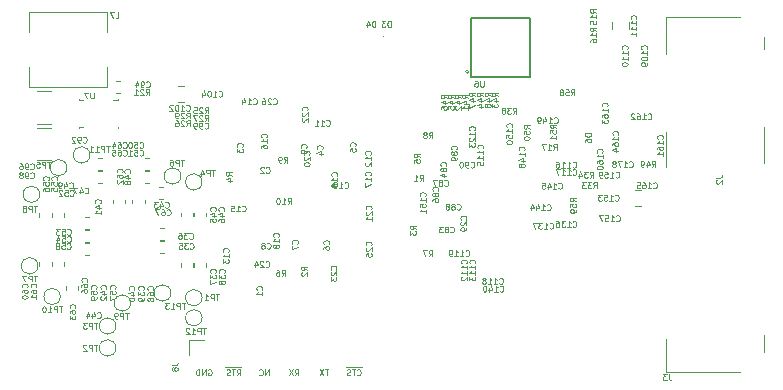
<source format=gbo>
G04 #@! TF.GenerationSoftware,KiCad,Pcbnew,(5.1.2-1)-1*
G04 #@! TF.CreationDate,2019-11-23T20:06:00-08:00*
G04 #@! TF.ProjectId,mxenc,6d78656e-632e-46b6-9963-61645f706362,rev?*
G04 #@! TF.SameCoordinates,Original*
G04 #@! TF.FileFunction,Legend,Bot*
G04 #@! TF.FilePolarity,Positive*
%FSLAX46Y46*%
G04 Gerber Fmt 4.6, Leading zero omitted, Abs format (unit mm)*
G04 Created by KiCad (PCBNEW (5.1.2-1)-1) date 2019-11-23 20:06:00*
%MOMM*%
%LPD*%
G04 APERTURE LIST*
%ADD10C,0.100000*%
%ADD11C,0.120000*%
%ADD12C,0.127000*%
G04 APERTURE END LIST*
D10*
X168380952Y-119826190D02*
X168095238Y-119826190D01*
X168238095Y-120326190D02*
X168238095Y-119826190D01*
X167976190Y-119826190D02*
X167642857Y-120326190D01*
X167642857Y-119826190D02*
X167976190Y-120326190D01*
X161028571Y-119610000D02*
X160528571Y-119610000D01*
X160623809Y-120326190D02*
X160790476Y-120088095D01*
X160909523Y-120326190D02*
X160909523Y-119826190D01*
X160719047Y-119826190D01*
X160671428Y-119850000D01*
X160647619Y-119873809D01*
X160623809Y-119921428D01*
X160623809Y-119992857D01*
X160647619Y-120040476D01*
X160671428Y-120064285D01*
X160719047Y-120088095D01*
X160909523Y-120088095D01*
X160528571Y-119610000D02*
X160147619Y-119610000D01*
X160480952Y-119826190D02*
X160195238Y-119826190D01*
X160338095Y-120326190D02*
X160338095Y-119826190D01*
X160147619Y-119610000D02*
X159671428Y-119610000D01*
X160052380Y-120302380D02*
X159980952Y-120326190D01*
X159861904Y-120326190D01*
X159814285Y-120302380D01*
X159790476Y-120278571D01*
X159766666Y-120230952D01*
X159766666Y-120183333D01*
X159790476Y-120135714D01*
X159814285Y-120111904D01*
X159861904Y-120088095D01*
X159957142Y-120064285D01*
X160004761Y-120040476D01*
X160028571Y-120016666D01*
X160052380Y-119969047D01*
X160052380Y-119921428D01*
X160028571Y-119873809D01*
X160004761Y-119850000D01*
X159957142Y-119826190D01*
X159838095Y-119826190D01*
X159766666Y-119850000D01*
X158230952Y-119850000D02*
X158278571Y-119826190D01*
X158350000Y-119826190D01*
X158421428Y-119850000D01*
X158469047Y-119897619D01*
X158492857Y-119945238D01*
X158516666Y-120040476D01*
X158516666Y-120111904D01*
X158492857Y-120207142D01*
X158469047Y-120254761D01*
X158421428Y-120302380D01*
X158350000Y-120326190D01*
X158302380Y-120326190D01*
X158230952Y-120302380D01*
X158207142Y-120278571D01*
X158207142Y-120111904D01*
X158302380Y-120111904D01*
X157992857Y-120326190D02*
X157992857Y-119826190D01*
X157707142Y-120326190D01*
X157707142Y-119826190D01*
X157469047Y-120326190D02*
X157469047Y-119826190D01*
X157350000Y-119826190D01*
X157278571Y-119850000D01*
X157230952Y-119897619D01*
X157207142Y-119945238D01*
X157183333Y-120040476D01*
X157183333Y-120111904D01*
X157207142Y-120207142D01*
X157230952Y-120254761D01*
X157278571Y-120302380D01*
X157350000Y-120326190D01*
X157469047Y-120326190D01*
X165533333Y-120326190D02*
X165700000Y-120088095D01*
X165819047Y-120326190D02*
X165819047Y-119826190D01*
X165628571Y-119826190D01*
X165580952Y-119850000D01*
X165557142Y-119873809D01*
X165533333Y-119921428D01*
X165533333Y-119992857D01*
X165557142Y-120040476D01*
X165580952Y-120064285D01*
X165628571Y-120088095D01*
X165819047Y-120088095D01*
X165366666Y-119826190D02*
X165033333Y-120326190D01*
X165033333Y-119826190D02*
X165366666Y-120326190D01*
X163342857Y-120326190D02*
X163342857Y-119826190D01*
X163057142Y-120326190D01*
X163057142Y-119826190D01*
X162533333Y-120278571D02*
X162557142Y-120302380D01*
X162628571Y-120326190D01*
X162676190Y-120326190D01*
X162747619Y-120302380D01*
X162795238Y-120254761D01*
X162819047Y-120207142D01*
X162842857Y-120111904D01*
X162842857Y-120040476D01*
X162819047Y-119945238D01*
X162795238Y-119897619D01*
X162747619Y-119850000D01*
X162676190Y-119826190D01*
X162628571Y-119826190D01*
X162557142Y-119850000D01*
X162533333Y-119873809D01*
X171228571Y-119610000D02*
X170728571Y-119610000D01*
X170823809Y-120278571D02*
X170847619Y-120302380D01*
X170919047Y-120326190D01*
X170966666Y-120326190D01*
X171038095Y-120302380D01*
X171085714Y-120254761D01*
X171109523Y-120207142D01*
X171133333Y-120111904D01*
X171133333Y-120040476D01*
X171109523Y-119945238D01*
X171085714Y-119897619D01*
X171038095Y-119850000D01*
X170966666Y-119826190D01*
X170919047Y-119826190D01*
X170847619Y-119850000D01*
X170823809Y-119873809D01*
X170728571Y-119610000D02*
X170347619Y-119610000D01*
X170680952Y-119826190D02*
X170395238Y-119826190D01*
X170538095Y-120326190D02*
X170538095Y-119826190D01*
X170347619Y-119610000D02*
X169871428Y-119610000D01*
X170252380Y-120302380D02*
X170180952Y-120326190D01*
X170061904Y-120326190D01*
X170014285Y-120302380D01*
X169990476Y-120278571D01*
X169966666Y-120230952D01*
X169966666Y-120183333D01*
X169990476Y-120135714D01*
X170014285Y-120111904D01*
X170061904Y-120088095D01*
X170157142Y-120064285D01*
X170204761Y-120040476D01*
X170228571Y-120016666D01*
X170252380Y-119969047D01*
X170252380Y-119921428D01*
X170228571Y-119873809D01*
X170204761Y-119850000D01*
X170157142Y-119826190D01*
X170038095Y-119826190D01*
X169966666Y-119850000D01*
X173050000Y-91650000D02*
G75*
G03X173050000Y-91650000I-50000J0D01*
G01*
X172350000Y-91650000D02*
G75*
G03X172350000Y-91650000I-50000J0D01*
G01*
X191050000Y-99190000D02*
G75*
G03X191050000Y-99190000I-50000J0D01*
G01*
D11*
X205260000Y-91680000D02*
X205260000Y-92720000D01*
X196940000Y-89990000D02*
X203220000Y-89990000D01*
X196940000Y-93120000D02*
X196940000Y-89990000D01*
X196940000Y-99680000D02*
X196940000Y-102720000D01*
X205260000Y-102320000D02*
X205260000Y-99280000D01*
X205260000Y-118320000D02*
X205260000Y-116880000D01*
X196940000Y-120010000D02*
X203220000Y-120010000D01*
X196940000Y-117280000D02*
X196940000Y-120010000D01*
X150762779Y-96460000D02*
X150437221Y-96460000D01*
X150762779Y-95440000D02*
X150437221Y-95440000D01*
X155050000Y-113350000D02*
G75*
G03X155050000Y-113350000I-700000J0D01*
G01*
X157700000Y-115450000D02*
G75*
G03X157700000Y-115450000I-700000J0D01*
G01*
X148200000Y-101660000D02*
G75*
G03X148200000Y-101660000I-700000J0D01*
G01*
X145700000Y-113650000D02*
G75*
G03X145700000Y-113650000I-700000J0D01*
G01*
X151650000Y-114200000D02*
G75*
G03X151650000Y-114200000I-700000J0D01*
G01*
X143950000Y-105000000D02*
G75*
G03X143950000Y-105000000I-700000J0D01*
G01*
X143800000Y-111050000D02*
G75*
G03X143800000Y-111050000I-700000J0D01*
G01*
X155900000Y-103450000D02*
G75*
G03X155900000Y-103450000I-700000J0D01*
G01*
X146250000Y-102750000D02*
G75*
G03X146250000Y-102750000I-700000J0D01*
G01*
X157700000Y-103950000D02*
G75*
G03X157700000Y-103950000I-700000J0D01*
G01*
X150400000Y-116150000D02*
G75*
G03X150400000Y-116150000I-700000J0D01*
G01*
X150400000Y-118000000D02*
G75*
G03X150400000Y-118000000I-700000J0D01*
G01*
X157700000Y-113750000D02*
G75*
G03X157700000Y-113750000I-700000J0D01*
G01*
X157850000Y-117330000D02*
X156580000Y-117330000D01*
X156580000Y-117330000D02*
X156580000Y-118600000D01*
D12*
X180450000Y-90100000D02*
X180450000Y-95100000D01*
X185450000Y-90100000D02*
X180450000Y-90100000D01*
X185450000Y-95100000D02*
X185450000Y-90100000D01*
X180450000Y-95100000D02*
X185450000Y-95100000D01*
D10*
X180300000Y-94600000D02*
G75*
G03X180300000Y-94600000I-150000J0D01*
G01*
D11*
X144902064Y-99340000D02*
X143697936Y-99340000D01*
X144902064Y-102060000D02*
X143697936Y-102060000D01*
X144902064Y-99010000D02*
X143697936Y-99010000D01*
X144902064Y-96290000D02*
X143697936Y-96290000D01*
X194858578Y-106010000D02*
X194341422Y-106010000D01*
X194858578Y-104590000D02*
X194341422Y-104590000D01*
X192390000Y-90958578D02*
X192390000Y-90441422D01*
X193810000Y-90958578D02*
X193810000Y-90441422D01*
X143075000Y-89550000D02*
X143075000Y-91250000D01*
X149675000Y-89550000D02*
X143075000Y-89550000D01*
X149675000Y-91250000D02*
X149675000Y-89550000D01*
X149675000Y-95950000D02*
X149675000Y-94250000D01*
X143075000Y-95950000D02*
X149675000Y-95950000D01*
X143075000Y-94250000D02*
X143075000Y-95950000D01*
X156161252Y-97210000D02*
X155638748Y-97210000D01*
X156161252Y-95790000D02*
X155638748Y-95790000D01*
X150550000Y-96900000D02*
X150550000Y-97000000D01*
X150550000Y-97000000D02*
X150150000Y-97000000D01*
X147250000Y-96900000D02*
X147250000Y-97000000D01*
X147250000Y-97000000D02*
X147650000Y-97000000D01*
X147250000Y-99400000D02*
X147250000Y-99300000D01*
X147250000Y-99300000D02*
X147650000Y-99300000D01*
X150550000Y-99400000D02*
X150550000Y-99325000D01*
X149252779Y-104022000D02*
X148927221Y-104022000D01*
X149252779Y-103002000D02*
X148927221Y-103002000D01*
X149252779Y-102922000D02*
X148927221Y-102922000D01*
X149252779Y-101902000D02*
X148927221Y-101902000D01*
X147210000Y-113062779D02*
X147210000Y-112737221D01*
X146190000Y-113062779D02*
X146190000Y-112737221D01*
X150177948Y-105763945D02*
X150177948Y-105438387D01*
X151197948Y-105763945D02*
X151197948Y-105438387D01*
X146050000Y-110749221D02*
X146050000Y-111074779D01*
X145030000Y-110749221D02*
X145030000Y-111074779D01*
X144950000Y-110749221D02*
X144950000Y-111074779D01*
X143930000Y-110749221D02*
X143930000Y-111074779D01*
X147787221Y-109140000D02*
X148112779Y-109140000D01*
X147787221Y-110160000D02*
X148112779Y-110160000D01*
X143930000Y-106912279D02*
X143930000Y-106586721D01*
X144950000Y-106912279D02*
X144950000Y-106586721D01*
X145030000Y-106912279D02*
X145030000Y-106586721D01*
X146050000Y-106912279D02*
X146050000Y-106586721D01*
X147787221Y-108040000D02*
X148112779Y-108040000D01*
X147787221Y-109060000D02*
X148112779Y-109060000D01*
X147787221Y-106940000D02*
X148112779Y-106940000D01*
X147787221Y-107960000D02*
X148112779Y-107960000D01*
X152837221Y-103002000D02*
X153162779Y-103002000D01*
X152837221Y-104022000D02*
X153162779Y-104022000D01*
X152837221Y-101902000D02*
X153162779Y-101902000D01*
X152837221Y-102922000D02*
X153162779Y-102922000D01*
X151807682Y-105760936D02*
X151807682Y-105435378D01*
X152827682Y-105760936D02*
X152827682Y-105435378D01*
X157040000Y-106862779D02*
X157040000Y-106537221D01*
X158060000Y-106862779D02*
X158060000Y-106537221D01*
X155940000Y-106862779D02*
X155940000Y-106537221D01*
X156960000Y-106862779D02*
X156960000Y-106537221D01*
X154350279Y-105360000D02*
X154024721Y-105360000D01*
X154350279Y-104340000D02*
X154024721Y-104340000D01*
X158050000Y-110849721D02*
X158050000Y-111175279D01*
X157030000Y-110849721D02*
X157030000Y-111175279D01*
X156950000Y-110849221D02*
X156950000Y-111174779D01*
X155930000Y-110849221D02*
X155930000Y-111174779D01*
X154462779Y-108860000D02*
X154137221Y-108860000D01*
X154462779Y-107840000D02*
X154137221Y-107840000D01*
X154462779Y-109960000D02*
X154137221Y-109960000D01*
X154462779Y-108940000D02*
X154137221Y-108940000D01*
D10*
X173669047Y-90826190D02*
X173669047Y-90326190D01*
X173550000Y-90326190D01*
X173478571Y-90350000D01*
X173430952Y-90397619D01*
X173407142Y-90445238D01*
X173383333Y-90540476D01*
X173383333Y-90611904D01*
X173407142Y-90707142D01*
X173430952Y-90754761D01*
X173478571Y-90802380D01*
X173550000Y-90826190D01*
X173669047Y-90826190D01*
X173216666Y-90326190D02*
X172907142Y-90326190D01*
X173073809Y-90516666D01*
X173002380Y-90516666D01*
X172954761Y-90540476D01*
X172930952Y-90564285D01*
X172907142Y-90611904D01*
X172907142Y-90730952D01*
X172930952Y-90778571D01*
X172954761Y-90802380D01*
X173002380Y-90826190D01*
X173145238Y-90826190D01*
X173192857Y-90802380D01*
X173216666Y-90778571D01*
X172369047Y-90826190D02*
X172369047Y-90326190D01*
X172250000Y-90326190D01*
X172178571Y-90350000D01*
X172130952Y-90397619D01*
X172107142Y-90445238D01*
X172083333Y-90540476D01*
X172083333Y-90611904D01*
X172107142Y-90707142D01*
X172130952Y-90754761D01*
X172178571Y-90802380D01*
X172250000Y-90826190D01*
X172369047Y-90826190D01*
X171654761Y-90492857D02*
X171654761Y-90826190D01*
X171773809Y-90302380D02*
X171892857Y-90659523D01*
X171583333Y-90659523D01*
X190626190Y-99830952D02*
X190126190Y-99830952D01*
X190126190Y-99950000D01*
X190150000Y-100021428D01*
X190197619Y-100069047D01*
X190245238Y-100092857D01*
X190340476Y-100116666D01*
X190411904Y-100116666D01*
X190507142Y-100092857D01*
X190554761Y-100069047D01*
X190602380Y-100021428D01*
X190626190Y-99950000D01*
X190626190Y-99830952D01*
X190126190Y-100545238D02*
X190126190Y-100450000D01*
X190150000Y-100402380D01*
X190173809Y-100378571D01*
X190245238Y-100330952D01*
X190340476Y-100307142D01*
X190530952Y-100307142D01*
X190578571Y-100330952D01*
X190602380Y-100354761D01*
X190626190Y-100402380D01*
X190626190Y-100497619D01*
X190602380Y-100545238D01*
X190578571Y-100569047D01*
X190530952Y-100592857D01*
X190411904Y-100592857D01*
X190364285Y-100569047D01*
X190340476Y-100545238D01*
X190316666Y-100497619D01*
X190316666Y-100402380D01*
X190340476Y-100354761D01*
X190364285Y-100330952D01*
X190411904Y-100307142D01*
X191568571Y-101460476D02*
X191592380Y-101436666D01*
X191616190Y-101365238D01*
X191616190Y-101317619D01*
X191592380Y-101246190D01*
X191544761Y-101198571D01*
X191497142Y-101174761D01*
X191401904Y-101150952D01*
X191330476Y-101150952D01*
X191235238Y-101174761D01*
X191187619Y-101198571D01*
X191140000Y-101246190D01*
X191116190Y-101317619D01*
X191116190Y-101365238D01*
X191140000Y-101436666D01*
X191163809Y-101460476D01*
X191616190Y-101936666D02*
X191616190Y-101650952D01*
X191616190Y-101793809D02*
X191116190Y-101793809D01*
X191187619Y-101746190D01*
X191235238Y-101698571D01*
X191259047Y-101650952D01*
X191116190Y-102365238D02*
X191116190Y-102270000D01*
X191140000Y-102222380D01*
X191163809Y-102198571D01*
X191235238Y-102150952D01*
X191330476Y-102127142D01*
X191520952Y-102127142D01*
X191568571Y-102150952D01*
X191592380Y-102174761D01*
X191616190Y-102222380D01*
X191616190Y-102317619D01*
X191592380Y-102365238D01*
X191568571Y-102389047D01*
X191520952Y-102412857D01*
X191401904Y-102412857D01*
X191354285Y-102389047D01*
X191330476Y-102365238D01*
X191306666Y-102317619D01*
X191306666Y-102222380D01*
X191330476Y-102174761D01*
X191354285Y-102150952D01*
X191401904Y-102127142D01*
X191116190Y-102722380D02*
X191116190Y-102770000D01*
X191140000Y-102817619D01*
X191163809Y-102841428D01*
X191211428Y-102865238D01*
X191306666Y-102889047D01*
X191425714Y-102889047D01*
X191520952Y-102865238D01*
X191568571Y-102841428D01*
X191592380Y-102817619D01*
X191616190Y-102770000D01*
X191616190Y-102722380D01*
X191592380Y-102674761D01*
X191568571Y-102650952D01*
X191520952Y-102627142D01*
X191425714Y-102603333D01*
X191306666Y-102603333D01*
X191211428Y-102627142D01*
X191163809Y-102650952D01*
X191140000Y-102674761D01*
X191116190Y-102722380D01*
X201226190Y-103583333D02*
X201583333Y-103583333D01*
X201654761Y-103559523D01*
X201702380Y-103511904D01*
X201726190Y-103440476D01*
X201726190Y-103392857D01*
X201273809Y-103797619D02*
X201250000Y-103821428D01*
X201226190Y-103869047D01*
X201226190Y-103988095D01*
X201250000Y-104035714D01*
X201273809Y-104059523D01*
X201321428Y-104083333D01*
X201369047Y-104083333D01*
X201440476Y-104059523D01*
X201726190Y-103773809D01*
X201726190Y-104083333D01*
X152921428Y-96576190D02*
X153088095Y-96338095D01*
X153207142Y-96576190D02*
X153207142Y-96076190D01*
X153016666Y-96076190D01*
X152969047Y-96100000D01*
X152945238Y-96123809D01*
X152921428Y-96171428D01*
X152921428Y-96242857D01*
X152945238Y-96290476D01*
X152969047Y-96314285D01*
X153016666Y-96338095D01*
X153207142Y-96338095D01*
X152730952Y-96123809D02*
X152707142Y-96100000D01*
X152659523Y-96076190D01*
X152540476Y-96076190D01*
X152492857Y-96100000D01*
X152469047Y-96123809D01*
X152445238Y-96171428D01*
X152445238Y-96219047D01*
X152469047Y-96290476D01*
X152754761Y-96576190D01*
X152445238Y-96576190D01*
X151969047Y-96576190D02*
X152254761Y-96576190D01*
X152111904Y-96576190D02*
X152111904Y-96076190D01*
X152159523Y-96147619D01*
X152207142Y-96195238D01*
X152254761Y-96219047D01*
X156269047Y-114176190D02*
X155983333Y-114176190D01*
X156126190Y-114676190D02*
X156126190Y-114176190D01*
X155816666Y-114676190D02*
X155816666Y-114176190D01*
X155626190Y-114176190D01*
X155578571Y-114200000D01*
X155554761Y-114223809D01*
X155530952Y-114271428D01*
X155530952Y-114342857D01*
X155554761Y-114390476D01*
X155578571Y-114414285D01*
X155626190Y-114438095D01*
X155816666Y-114438095D01*
X155054761Y-114676190D02*
X155340476Y-114676190D01*
X155197619Y-114676190D02*
X155197619Y-114176190D01*
X155245238Y-114247619D01*
X155292857Y-114295238D01*
X155340476Y-114319047D01*
X154888095Y-114176190D02*
X154578571Y-114176190D01*
X154745238Y-114366666D01*
X154673809Y-114366666D01*
X154626190Y-114390476D01*
X154602380Y-114414285D01*
X154578571Y-114461904D01*
X154578571Y-114580952D01*
X154602380Y-114628571D01*
X154626190Y-114652380D01*
X154673809Y-114676190D01*
X154816666Y-114676190D01*
X154864285Y-114652380D01*
X154888095Y-114628571D01*
X158019047Y-116326190D02*
X157733333Y-116326190D01*
X157876190Y-116826190D02*
X157876190Y-116326190D01*
X157566666Y-116826190D02*
X157566666Y-116326190D01*
X157376190Y-116326190D01*
X157328571Y-116350000D01*
X157304761Y-116373809D01*
X157280952Y-116421428D01*
X157280952Y-116492857D01*
X157304761Y-116540476D01*
X157328571Y-116564285D01*
X157376190Y-116588095D01*
X157566666Y-116588095D01*
X156804761Y-116826190D02*
X157090476Y-116826190D01*
X156947619Y-116826190D02*
X156947619Y-116326190D01*
X156995238Y-116397619D01*
X157042857Y-116445238D01*
X157090476Y-116469047D01*
X156614285Y-116373809D02*
X156590476Y-116350000D01*
X156542857Y-116326190D01*
X156423809Y-116326190D01*
X156376190Y-116350000D01*
X156352380Y-116373809D01*
X156328571Y-116421428D01*
X156328571Y-116469047D01*
X156352380Y-116540476D01*
X156638095Y-116826190D01*
X156328571Y-116826190D01*
X149869047Y-100876190D02*
X149583333Y-100876190D01*
X149726190Y-101376190D02*
X149726190Y-100876190D01*
X149416666Y-101376190D02*
X149416666Y-100876190D01*
X149226190Y-100876190D01*
X149178571Y-100900000D01*
X149154761Y-100923809D01*
X149130952Y-100971428D01*
X149130952Y-101042857D01*
X149154761Y-101090476D01*
X149178571Y-101114285D01*
X149226190Y-101138095D01*
X149416666Y-101138095D01*
X148654761Y-101376190D02*
X148940476Y-101376190D01*
X148797619Y-101376190D02*
X148797619Y-100876190D01*
X148845238Y-100947619D01*
X148892857Y-100995238D01*
X148940476Y-101019047D01*
X148178571Y-101376190D02*
X148464285Y-101376190D01*
X148321428Y-101376190D02*
X148321428Y-100876190D01*
X148369047Y-100947619D01*
X148416666Y-100995238D01*
X148464285Y-101019047D01*
X145869047Y-114476190D02*
X145583333Y-114476190D01*
X145726190Y-114976190D02*
X145726190Y-114476190D01*
X145416666Y-114976190D02*
X145416666Y-114476190D01*
X145226190Y-114476190D01*
X145178571Y-114500000D01*
X145154761Y-114523809D01*
X145130952Y-114571428D01*
X145130952Y-114642857D01*
X145154761Y-114690476D01*
X145178571Y-114714285D01*
X145226190Y-114738095D01*
X145416666Y-114738095D01*
X144654761Y-114976190D02*
X144940476Y-114976190D01*
X144797619Y-114976190D02*
X144797619Y-114476190D01*
X144845238Y-114547619D01*
X144892857Y-114595238D01*
X144940476Y-114619047D01*
X144345238Y-114476190D02*
X144297619Y-114476190D01*
X144250000Y-114500000D01*
X144226190Y-114523809D01*
X144202380Y-114571428D01*
X144178571Y-114666666D01*
X144178571Y-114785714D01*
X144202380Y-114880952D01*
X144226190Y-114928571D01*
X144250000Y-114952380D01*
X144297619Y-114976190D01*
X144345238Y-114976190D01*
X144392857Y-114952380D01*
X144416666Y-114928571D01*
X144440476Y-114880952D01*
X144464285Y-114785714D01*
X144464285Y-114666666D01*
X144440476Y-114571428D01*
X144416666Y-114523809D01*
X144392857Y-114500000D01*
X144345238Y-114476190D01*
X151480952Y-115026190D02*
X151195238Y-115026190D01*
X151338095Y-115526190D02*
X151338095Y-115026190D01*
X151028571Y-115526190D02*
X151028571Y-115026190D01*
X150838095Y-115026190D01*
X150790476Y-115050000D01*
X150766666Y-115073809D01*
X150742857Y-115121428D01*
X150742857Y-115192857D01*
X150766666Y-115240476D01*
X150790476Y-115264285D01*
X150838095Y-115288095D01*
X151028571Y-115288095D01*
X150504761Y-115526190D02*
X150409523Y-115526190D01*
X150361904Y-115502380D01*
X150338095Y-115478571D01*
X150290476Y-115407142D01*
X150266666Y-115311904D01*
X150266666Y-115121428D01*
X150290476Y-115073809D01*
X150314285Y-115050000D01*
X150361904Y-115026190D01*
X150457142Y-115026190D01*
X150504761Y-115050000D01*
X150528571Y-115073809D01*
X150552380Y-115121428D01*
X150552380Y-115240476D01*
X150528571Y-115288095D01*
X150504761Y-115311904D01*
X150457142Y-115335714D01*
X150361904Y-115335714D01*
X150314285Y-115311904D01*
X150290476Y-115288095D01*
X150266666Y-115240476D01*
X143730952Y-105976190D02*
X143445238Y-105976190D01*
X143588095Y-106476190D02*
X143588095Y-105976190D01*
X143278571Y-106476190D02*
X143278571Y-105976190D01*
X143088095Y-105976190D01*
X143040476Y-106000000D01*
X143016666Y-106023809D01*
X142992857Y-106071428D01*
X142992857Y-106142857D01*
X143016666Y-106190476D01*
X143040476Y-106214285D01*
X143088095Y-106238095D01*
X143278571Y-106238095D01*
X142707142Y-106190476D02*
X142754761Y-106166666D01*
X142778571Y-106142857D01*
X142802380Y-106095238D01*
X142802380Y-106071428D01*
X142778571Y-106023809D01*
X142754761Y-106000000D01*
X142707142Y-105976190D01*
X142611904Y-105976190D01*
X142564285Y-106000000D01*
X142540476Y-106023809D01*
X142516666Y-106071428D01*
X142516666Y-106095238D01*
X142540476Y-106142857D01*
X142564285Y-106166666D01*
X142611904Y-106190476D01*
X142707142Y-106190476D01*
X142754761Y-106214285D01*
X142778571Y-106238095D01*
X142802380Y-106285714D01*
X142802380Y-106380952D01*
X142778571Y-106428571D01*
X142754761Y-106452380D01*
X142707142Y-106476190D01*
X142611904Y-106476190D01*
X142564285Y-106452380D01*
X142540476Y-106428571D01*
X142516666Y-106380952D01*
X142516666Y-106285714D01*
X142540476Y-106238095D01*
X142564285Y-106214285D01*
X142611904Y-106190476D01*
X143730952Y-111876190D02*
X143445238Y-111876190D01*
X143588095Y-112376190D02*
X143588095Y-111876190D01*
X143278571Y-112376190D02*
X143278571Y-111876190D01*
X143088095Y-111876190D01*
X143040476Y-111900000D01*
X143016666Y-111923809D01*
X142992857Y-111971428D01*
X142992857Y-112042857D01*
X143016666Y-112090476D01*
X143040476Y-112114285D01*
X143088095Y-112138095D01*
X143278571Y-112138095D01*
X142826190Y-111876190D02*
X142492857Y-111876190D01*
X142707142Y-112376190D01*
X156180952Y-102076190D02*
X155895238Y-102076190D01*
X156038095Y-102576190D02*
X156038095Y-102076190D01*
X155728571Y-102576190D02*
X155728571Y-102076190D01*
X155538095Y-102076190D01*
X155490476Y-102100000D01*
X155466666Y-102123809D01*
X155442857Y-102171428D01*
X155442857Y-102242857D01*
X155466666Y-102290476D01*
X155490476Y-102314285D01*
X155538095Y-102338095D01*
X155728571Y-102338095D01*
X155014285Y-102076190D02*
X155109523Y-102076190D01*
X155157142Y-102100000D01*
X155180952Y-102123809D01*
X155228571Y-102195238D01*
X155252380Y-102290476D01*
X155252380Y-102480952D01*
X155228571Y-102528571D01*
X155204761Y-102552380D01*
X155157142Y-102576190D01*
X155061904Y-102576190D01*
X155014285Y-102552380D01*
X154990476Y-102528571D01*
X154966666Y-102480952D01*
X154966666Y-102361904D01*
X154990476Y-102314285D01*
X155014285Y-102290476D01*
X155061904Y-102266666D01*
X155157142Y-102266666D01*
X155204761Y-102290476D01*
X155228571Y-102314285D01*
X155252380Y-102361904D01*
X144880952Y-102226190D02*
X144595238Y-102226190D01*
X144738095Y-102726190D02*
X144738095Y-102226190D01*
X144428571Y-102726190D02*
X144428571Y-102226190D01*
X144238095Y-102226190D01*
X144190476Y-102250000D01*
X144166666Y-102273809D01*
X144142857Y-102321428D01*
X144142857Y-102392857D01*
X144166666Y-102440476D01*
X144190476Y-102464285D01*
X144238095Y-102488095D01*
X144428571Y-102488095D01*
X143690476Y-102226190D02*
X143928571Y-102226190D01*
X143952380Y-102464285D01*
X143928571Y-102440476D01*
X143880952Y-102416666D01*
X143761904Y-102416666D01*
X143714285Y-102440476D01*
X143690476Y-102464285D01*
X143666666Y-102511904D01*
X143666666Y-102630952D01*
X143690476Y-102678571D01*
X143714285Y-102702380D01*
X143761904Y-102726190D01*
X143880952Y-102726190D01*
X143928571Y-102702380D01*
X143952380Y-102678571D01*
X158780952Y-102926190D02*
X158495238Y-102926190D01*
X158638095Y-103426190D02*
X158638095Y-102926190D01*
X158328571Y-103426190D02*
X158328571Y-102926190D01*
X158138095Y-102926190D01*
X158090476Y-102950000D01*
X158066666Y-102973809D01*
X158042857Y-103021428D01*
X158042857Y-103092857D01*
X158066666Y-103140476D01*
X158090476Y-103164285D01*
X158138095Y-103188095D01*
X158328571Y-103188095D01*
X157614285Y-103092857D02*
X157614285Y-103426190D01*
X157733333Y-102902380D02*
X157852380Y-103259523D01*
X157542857Y-103259523D01*
X148830952Y-115876190D02*
X148545238Y-115876190D01*
X148688095Y-116376190D02*
X148688095Y-115876190D01*
X148378571Y-116376190D02*
X148378571Y-115876190D01*
X148188095Y-115876190D01*
X148140476Y-115900000D01*
X148116666Y-115923809D01*
X148092857Y-115971428D01*
X148092857Y-116042857D01*
X148116666Y-116090476D01*
X148140476Y-116114285D01*
X148188095Y-116138095D01*
X148378571Y-116138095D01*
X147926190Y-115876190D02*
X147616666Y-115876190D01*
X147783333Y-116066666D01*
X147711904Y-116066666D01*
X147664285Y-116090476D01*
X147640476Y-116114285D01*
X147616666Y-116161904D01*
X147616666Y-116280952D01*
X147640476Y-116328571D01*
X147664285Y-116352380D01*
X147711904Y-116376190D01*
X147854761Y-116376190D01*
X147902380Y-116352380D01*
X147926190Y-116328571D01*
X148830952Y-117726190D02*
X148545238Y-117726190D01*
X148688095Y-118226190D02*
X148688095Y-117726190D01*
X148378571Y-118226190D02*
X148378571Y-117726190D01*
X148188095Y-117726190D01*
X148140476Y-117750000D01*
X148116666Y-117773809D01*
X148092857Y-117821428D01*
X148092857Y-117892857D01*
X148116666Y-117940476D01*
X148140476Y-117964285D01*
X148188095Y-117988095D01*
X148378571Y-117988095D01*
X147902380Y-117773809D02*
X147878571Y-117750000D01*
X147830952Y-117726190D01*
X147711904Y-117726190D01*
X147664285Y-117750000D01*
X147640476Y-117773809D01*
X147616666Y-117821428D01*
X147616666Y-117869047D01*
X147640476Y-117940476D01*
X147926190Y-118226190D01*
X147616666Y-118226190D01*
X159130952Y-113476190D02*
X158845238Y-113476190D01*
X158988095Y-113976190D02*
X158988095Y-113476190D01*
X158678571Y-113976190D02*
X158678571Y-113476190D01*
X158488095Y-113476190D01*
X158440476Y-113500000D01*
X158416666Y-113523809D01*
X158392857Y-113571428D01*
X158392857Y-113642857D01*
X158416666Y-113690476D01*
X158440476Y-113714285D01*
X158488095Y-113738095D01*
X158678571Y-113738095D01*
X157916666Y-113976190D02*
X158202380Y-113976190D01*
X158059523Y-113976190D02*
X158059523Y-113476190D01*
X158107142Y-113547619D01*
X158154761Y-113595238D01*
X158202380Y-113619047D01*
X189351190Y-105603571D02*
X189113095Y-105436904D01*
X189351190Y-105317857D02*
X188851190Y-105317857D01*
X188851190Y-105508333D01*
X188875000Y-105555952D01*
X188898809Y-105579761D01*
X188946428Y-105603571D01*
X189017857Y-105603571D01*
X189065476Y-105579761D01*
X189089285Y-105555952D01*
X189113095Y-105508333D01*
X189113095Y-105317857D01*
X188851190Y-106055952D02*
X188851190Y-105817857D01*
X189089285Y-105794047D01*
X189065476Y-105817857D01*
X189041666Y-105865476D01*
X189041666Y-105984523D01*
X189065476Y-106032142D01*
X189089285Y-106055952D01*
X189136904Y-106079761D01*
X189255952Y-106079761D01*
X189303571Y-106055952D01*
X189327380Y-106032142D01*
X189351190Y-105984523D01*
X189351190Y-105865476D01*
X189327380Y-105817857D01*
X189303571Y-105794047D01*
X189351190Y-106317857D02*
X189351190Y-106413095D01*
X189327380Y-106460714D01*
X189303571Y-106484523D01*
X189232142Y-106532142D01*
X189136904Y-106555952D01*
X188946428Y-106555952D01*
X188898809Y-106532142D01*
X188875000Y-106508333D01*
X188851190Y-106460714D01*
X188851190Y-106365476D01*
X188875000Y-106317857D01*
X188898809Y-106294047D01*
X188946428Y-106270238D01*
X189065476Y-106270238D01*
X189113095Y-106294047D01*
X189136904Y-106317857D01*
X189160714Y-106365476D01*
X189160714Y-106460714D01*
X189136904Y-106508333D01*
X189113095Y-106532142D01*
X189065476Y-106555952D01*
X188921428Y-96601190D02*
X189088095Y-96363095D01*
X189207142Y-96601190D02*
X189207142Y-96101190D01*
X189016666Y-96101190D01*
X188969047Y-96125000D01*
X188945238Y-96148809D01*
X188921428Y-96196428D01*
X188921428Y-96267857D01*
X188945238Y-96315476D01*
X188969047Y-96339285D01*
X189016666Y-96363095D01*
X189207142Y-96363095D01*
X188469047Y-96101190D02*
X188707142Y-96101190D01*
X188730952Y-96339285D01*
X188707142Y-96315476D01*
X188659523Y-96291666D01*
X188540476Y-96291666D01*
X188492857Y-96315476D01*
X188469047Y-96339285D01*
X188445238Y-96386904D01*
X188445238Y-96505952D01*
X188469047Y-96553571D01*
X188492857Y-96577380D01*
X188540476Y-96601190D01*
X188659523Y-96601190D01*
X188707142Y-96577380D01*
X188730952Y-96553571D01*
X188159523Y-96315476D02*
X188207142Y-96291666D01*
X188230952Y-96267857D01*
X188254761Y-96220238D01*
X188254761Y-96196428D01*
X188230952Y-96148809D01*
X188207142Y-96125000D01*
X188159523Y-96101190D01*
X188064285Y-96101190D01*
X188016666Y-96125000D01*
X187992857Y-96148809D01*
X187969047Y-96196428D01*
X187969047Y-96220238D01*
X187992857Y-96267857D01*
X188016666Y-96291666D01*
X188064285Y-96315476D01*
X188159523Y-96315476D01*
X188207142Y-96339285D01*
X188230952Y-96363095D01*
X188254761Y-96410714D01*
X188254761Y-96505952D01*
X188230952Y-96553571D01*
X188207142Y-96577380D01*
X188159523Y-96601190D01*
X188064285Y-96601190D01*
X188016666Y-96577380D01*
X187992857Y-96553571D01*
X187969047Y-96505952D01*
X187969047Y-96410714D01*
X187992857Y-96363095D01*
X188016666Y-96339285D01*
X188064285Y-96315476D01*
X155126190Y-119433333D02*
X155483333Y-119433333D01*
X155554761Y-119409523D01*
X155602380Y-119361904D01*
X155626190Y-119290476D01*
X155626190Y-119242857D01*
X155340476Y-119742857D02*
X155316666Y-119695238D01*
X155292857Y-119671428D01*
X155245238Y-119647619D01*
X155221428Y-119647619D01*
X155173809Y-119671428D01*
X155150000Y-119695238D01*
X155126190Y-119742857D01*
X155126190Y-119838095D01*
X155150000Y-119885714D01*
X155173809Y-119909523D01*
X155221428Y-119933333D01*
X155245238Y-119933333D01*
X155292857Y-119909523D01*
X155316666Y-119885714D01*
X155340476Y-119838095D01*
X155340476Y-119742857D01*
X155364285Y-119695238D01*
X155388095Y-119671428D01*
X155435714Y-119647619D01*
X155530952Y-119647619D01*
X155578571Y-119671428D01*
X155602380Y-119695238D01*
X155626190Y-119742857D01*
X155626190Y-119838095D01*
X155602380Y-119885714D01*
X155578571Y-119909523D01*
X155530952Y-119933333D01*
X155435714Y-119933333D01*
X155388095Y-119909523D01*
X155364285Y-119885714D01*
X155340476Y-119838095D01*
X181546402Y-95387420D02*
X181546402Y-95792182D01*
X181522592Y-95839801D01*
X181498783Y-95863610D01*
X181451164Y-95887420D01*
X181355926Y-95887420D01*
X181308307Y-95863610D01*
X181284497Y-95839801D01*
X181260688Y-95792182D01*
X181260688Y-95387420D01*
X180808307Y-95387420D02*
X180903545Y-95387420D01*
X180951164Y-95411230D01*
X180974973Y-95435039D01*
X181022592Y-95506468D01*
X181046402Y-95601706D01*
X181046402Y-95792182D01*
X181022592Y-95839801D01*
X180998783Y-95863610D01*
X180951164Y-95887420D01*
X180855926Y-95887420D01*
X180808307Y-95863610D01*
X180784497Y-95839801D01*
X180760688Y-95792182D01*
X180760688Y-95673134D01*
X180784497Y-95625515D01*
X180808307Y-95601706D01*
X180855926Y-95577896D01*
X180951164Y-95577896D01*
X180998783Y-95601706D01*
X181022592Y-95625515D01*
X181046402Y-95673134D01*
X187676190Y-99378571D02*
X187438095Y-99211904D01*
X187676190Y-99092857D02*
X187176190Y-99092857D01*
X187176190Y-99283333D01*
X187200000Y-99330952D01*
X187223809Y-99354761D01*
X187271428Y-99378571D01*
X187342857Y-99378571D01*
X187390476Y-99354761D01*
X187414285Y-99330952D01*
X187438095Y-99283333D01*
X187438095Y-99092857D01*
X187176190Y-99830952D02*
X187176190Y-99592857D01*
X187414285Y-99569047D01*
X187390476Y-99592857D01*
X187366666Y-99640476D01*
X187366666Y-99759523D01*
X187390476Y-99807142D01*
X187414285Y-99830952D01*
X187461904Y-99854761D01*
X187580952Y-99854761D01*
X187628571Y-99830952D01*
X187652380Y-99807142D01*
X187676190Y-99759523D01*
X187676190Y-99640476D01*
X187652380Y-99592857D01*
X187628571Y-99569047D01*
X187676190Y-100330952D02*
X187676190Y-100045238D01*
X187676190Y-100188095D02*
X187176190Y-100188095D01*
X187247619Y-100140476D01*
X187295238Y-100092857D01*
X187319047Y-100045238D01*
X185426190Y-99428571D02*
X185188095Y-99261904D01*
X185426190Y-99142857D02*
X184926190Y-99142857D01*
X184926190Y-99333333D01*
X184950000Y-99380952D01*
X184973809Y-99404761D01*
X185021428Y-99428571D01*
X185092857Y-99428571D01*
X185140476Y-99404761D01*
X185164285Y-99380952D01*
X185188095Y-99333333D01*
X185188095Y-99142857D01*
X184926190Y-99880952D02*
X184926190Y-99642857D01*
X185164285Y-99619047D01*
X185140476Y-99642857D01*
X185116666Y-99690476D01*
X185116666Y-99809523D01*
X185140476Y-99857142D01*
X185164285Y-99880952D01*
X185211904Y-99904761D01*
X185330952Y-99904761D01*
X185378571Y-99880952D01*
X185402380Y-99857142D01*
X185426190Y-99809523D01*
X185426190Y-99690476D01*
X185402380Y-99642857D01*
X185378571Y-99619047D01*
X184926190Y-100214285D02*
X184926190Y-100261904D01*
X184950000Y-100309523D01*
X184973809Y-100333333D01*
X185021428Y-100357142D01*
X185116666Y-100380952D01*
X185235714Y-100380952D01*
X185330952Y-100357142D01*
X185378571Y-100333333D01*
X185402380Y-100309523D01*
X185426190Y-100261904D01*
X185426190Y-100214285D01*
X185402380Y-100166666D01*
X185378571Y-100142857D01*
X185330952Y-100119047D01*
X185235714Y-100095238D01*
X185116666Y-100095238D01*
X185021428Y-100119047D01*
X184973809Y-100142857D01*
X184950000Y-100166666D01*
X184926190Y-100214285D01*
X195771428Y-102676190D02*
X195938095Y-102438095D01*
X196057142Y-102676190D02*
X196057142Y-102176190D01*
X195866666Y-102176190D01*
X195819047Y-102200000D01*
X195795238Y-102223809D01*
X195771428Y-102271428D01*
X195771428Y-102342857D01*
X195795238Y-102390476D01*
X195819047Y-102414285D01*
X195866666Y-102438095D01*
X196057142Y-102438095D01*
X195342857Y-102342857D02*
X195342857Y-102676190D01*
X195461904Y-102152380D02*
X195580952Y-102509523D01*
X195271428Y-102509523D01*
X195057142Y-102676190D02*
X194961904Y-102676190D01*
X194914285Y-102652380D01*
X194890476Y-102628571D01*
X194842857Y-102557142D01*
X194819047Y-102461904D01*
X194819047Y-102271428D01*
X194842857Y-102223809D01*
X194866666Y-102200000D01*
X194914285Y-102176190D01*
X195009523Y-102176190D01*
X195057142Y-102200000D01*
X195080952Y-102223809D01*
X195104761Y-102271428D01*
X195104761Y-102390476D01*
X195080952Y-102438095D01*
X195057142Y-102461904D01*
X195009523Y-102485714D01*
X194914285Y-102485714D01*
X194866666Y-102461904D01*
X194842857Y-102438095D01*
X194819047Y-102390476D01*
X193859523Y-102653571D02*
X193883333Y-102677380D01*
X193954761Y-102701190D01*
X194002380Y-102701190D01*
X194073809Y-102677380D01*
X194121428Y-102629761D01*
X194145238Y-102582142D01*
X194169047Y-102486904D01*
X194169047Y-102415476D01*
X194145238Y-102320238D01*
X194121428Y-102272619D01*
X194073809Y-102225000D01*
X194002380Y-102201190D01*
X193954761Y-102201190D01*
X193883333Y-102225000D01*
X193859523Y-102248809D01*
X193383333Y-102701190D02*
X193669047Y-102701190D01*
X193526190Y-102701190D02*
X193526190Y-102201190D01*
X193573809Y-102272619D01*
X193621428Y-102320238D01*
X193669047Y-102344047D01*
X193216666Y-102201190D02*
X192883333Y-102201190D01*
X193097619Y-102701190D01*
X192621428Y-102415476D02*
X192669047Y-102391666D01*
X192692857Y-102367857D01*
X192716666Y-102320238D01*
X192716666Y-102296428D01*
X192692857Y-102248809D01*
X192669047Y-102225000D01*
X192621428Y-102201190D01*
X192526190Y-102201190D01*
X192478571Y-102225000D01*
X192454761Y-102248809D01*
X192430952Y-102296428D01*
X192430952Y-102320238D01*
X192454761Y-102367857D01*
X192478571Y-102391666D01*
X192526190Y-102415476D01*
X192621428Y-102415476D01*
X192669047Y-102439285D01*
X192692857Y-102463095D01*
X192716666Y-102510714D01*
X192716666Y-102605952D01*
X192692857Y-102653571D01*
X192669047Y-102677380D01*
X192621428Y-102701190D01*
X192526190Y-102701190D01*
X192478571Y-102677380D01*
X192454761Y-102653571D01*
X192430952Y-102605952D01*
X192430952Y-102510714D01*
X192454761Y-102463095D01*
X192478571Y-102439285D01*
X192526190Y-102415476D01*
X182119042Y-96678571D02*
X181880947Y-96511904D01*
X182119042Y-96392857D02*
X181619042Y-96392857D01*
X181619042Y-96583333D01*
X181642852Y-96630952D01*
X181666661Y-96654761D01*
X181714280Y-96678571D01*
X181785709Y-96678571D01*
X181833328Y-96654761D01*
X181857137Y-96630952D01*
X181880947Y-96583333D01*
X181880947Y-96392857D01*
X181785709Y-97107142D02*
X182119042Y-97107142D01*
X181595232Y-96988095D02*
X181952375Y-96869047D01*
X181952375Y-97178571D01*
X181833328Y-97440476D02*
X181809518Y-97392857D01*
X181785709Y-97369047D01*
X181738090Y-97345238D01*
X181714280Y-97345238D01*
X181666661Y-97369047D01*
X181642852Y-97392857D01*
X181619042Y-97440476D01*
X181619042Y-97535714D01*
X181642852Y-97583333D01*
X181666661Y-97607142D01*
X181714280Y-97630952D01*
X181738090Y-97630952D01*
X181785709Y-97607142D01*
X181809518Y-97583333D01*
X181833328Y-97535714D01*
X181833328Y-97440476D01*
X181857137Y-97392857D01*
X181880947Y-97369047D01*
X181928566Y-97345238D01*
X182023804Y-97345238D01*
X182071423Y-97369047D01*
X182095232Y-97392857D01*
X182119042Y-97440476D01*
X182119042Y-97535714D01*
X182095232Y-97583333D01*
X182071423Y-97607142D01*
X182023804Y-97630952D01*
X181928566Y-97630952D01*
X181880947Y-97607142D01*
X181857137Y-97583333D01*
X181833328Y-97535714D01*
X180826190Y-96678571D02*
X180588095Y-96511904D01*
X180826190Y-96392857D02*
X180326190Y-96392857D01*
X180326190Y-96583333D01*
X180350000Y-96630952D01*
X180373809Y-96654761D01*
X180421428Y-96678571D01*
X180492857Y-96678571D01*
X180540476Y-96654761D01*
X180564285Y-96630952D01*
X180588095Y-96583333D01*
X180588095Y-96392857D01*
X180492857Y-97107142D02*
X180826190Y-97107142D01*
X180302380Y-96988095D02*
X180659523Y-96869047D01*
X180659523Y-97178571D01*
X180326190Y-97321428D02*
X180326190Y-97654761D01*
X180826190Y-97440476D01*
X178426190Y-96868571D02*
X178188095Y-96701904D01*
X178426190Y-96582857D02*
X177926190Y-96582857D01*
X177926190Y-96773333D01*
X177950000Y-96820952D01*
X177973809Y-96844761D01*
X178021428Y-96868571D01*
X178092857Y-96868571D01*
X178140476Y-96844761D01*
X178164285Y-96820952D01*
X178188095Y-96773333D01*
X178188095Y-96582857D01*
X178092857Y-97297142D02*
X178426190Y-97297142D01*
X177902380Y-97178095D02*
X178259523Y-97059047D01*
X178259523Y-97368571D01*
X177926190Y-97773333D02*
X177926190Y-97678095D01*
X177950000Y-97630476D01*
X177973809Y-97606666D01*
X178045238Y-97559047D01*
X178140476Y-97535238D01*
X178330952Y-97535238D01*
X178378571Y-97559047D01*
X178402380Y-97582857D01*
X178426190Y-97630476D01*
X178426190Y-97725714D01*
X178402380Y-97773333D01*
X178378571Y-97797142D01*
X178330952Y-97820952D01*
X178211904Y-97820952D01*
X178164285Y-97797142D01*
X178140476Y-97773333D01*
X178116666Y-97725714D01*
X178116666Y-97630476D01*
X178140476Y-97582857D01*
X178164285Y-97559047D01*
X178211904Y-97535238D01*
X179033332Y-96868571D02*
X178795237Y-96701904D01*
X179033332Y-96582857D02*
X178533332Y-96582857D01*
X178533332Y-96773333D01*
X178557142Y-96820952D01*
X178580951Y-96844761D01*
X178628570Y-96868571D01*
X178699999Y-96868571D01*
X178747618Y-96844761D01*
X178771427Y-96820952D01*
X178795237Y-96773333D01*
X178795237Y-96582857D01*
X178699999Y-97297142D02*
X179033332Y-97297142D01*
X178509522Y-97178095D02*
X178866665Y-97059047D01*
X178866665Y-97368571D01*
X178533332Y-97797142D02*
X178533332Y-97559047D01*
X178771427Y-97535238D01*
X178747618Y-97559047D01*
X178723808Y-97606666D01*
X178723808Y-97725714D01*
X178747618Y-97773333D01*
X178771427Y-97797142D01*
X178819046Y-97820952D01*
X178938094Y-97820952D01*
X178985713Y-97797142D01*
X179009522Y-97773333D01*
X179033332Y-97725714D01*
X179033332Y-97606666D01*
X179009522Y-97559047D01*
X178985713Y-97535238D01*
X181476190Y-96678571D02*
X181238095Y-96511904D01*
X181476190Y-96392857D02*
X180976190Y-96392857D01*
X180976190Y-96583333D01*
X181000000Y-96630952D01*
X181023809Y-96654761D01*
X181071428Y-96678571D01*
X181142857Y-96678571D01*
X181190476Y-96654761D01*
X181214285Y-96630952D01*
X181238095Y-96583333D01*
X181238095Y-96392857D01*
X181142857Y-97107142D02*
X181476190Y-97107142D01*
X180952380Y-96988095D02*
X181309523Y-96869047D01*
X181309523Y-97178571D01*
X181142857Y-97583333D02*
X181476190Y-97583333D01*
X180952380Y-97464285D02*
X181309523Y-97345238D01*
X181309523Y-97654761D01*
X182726190Y-96678571D02*
X182488095Y-96511904D01*
X182726190Y-96392857D02*
X182226190Y-96392857D01*
X182226190Y-96583333D01*
X182250000Y-96630952D01*
X182273809Y-96654761D01*
X182321428Y-96678571D01*
X182392857Y-96678571D01*
X182440476Y-96654761D01*
X182464285Y-96630952D01*
X182488095Y-96583333D01*
X182488095Y-96392857D01*
X182392857Y-97107142D02*
X182726190Y-97107142D01*
X182202380Y-96988095D02*
X182559523Y-96869047D01*
X182559523Y-97178571D01*
X182226190Y-97321428D02*
X182226190Y-97630952D01*
X182416666Y-97464285D01*
X182416666Y-97535714D01*
X182440476Y-97583333D01*
X182464285Y-97607142D01*
X182511904Y-97630952D01*
X182630952Y-97630952D01*
X182678571Y-97607142D01*
X182702380Y-97583333D01*
X182726190Y-97535714D01*
X182726190Y-97392857D01*
X182702380Y-97345238D01*
X182678571Y-97321428D01*
X179626190Y-96868571D02*
X179388095Y-96701904D01*
X179626190Y-96582857D02*
X179126190Y-96582857D01*
X179126190Y-96773333D01*
X179150000Y-96820952D01*
X179173809Y-96844761D01*
X179221428Y-96868571D01*
X179292857Y-96868571D01*
X179340476Y-96844761D01*
X179364285Y-96820952D01*
X179388095Y-96773333D01*
X179388095Y-96582857D01*
X179292857Y-97297142D02*
X179626190Y-97297142D01*
X179102380Y-97178095D02*
X179459523Y-97059047D01*
X179459523Y-97368571D01*
X179173809Y-97535238D02*
X179150000Y-97559047D01*
X179126190Y-97606666D01*
X179126190Y-97725714D01*
X179150000Y-97773333D01*
X179173809Y-97797142D01*
X179221428Y-97820952D01*
X179269047Y-97820952D01*
X179340476Y-97797142D01*
X179626190Y-97511428D01*
X179626190Y-97820952D01*
X180226190Y-96878571D02*
X179988095Y-96711904D01*
X180226190Y-96592857D02*
X179726190Y-96592857D01*
X179726190Y-96783333D01*
X179750000Y-96830952D01*
X179773809Y-96854761D01*
X179821428Y-96878571D01*
X179892857Y-96878571D01*
X179940476Y-96854761D01*
X179964285Y-96830952D01*
X179988095Y-96783333D01*
X179988095Y-96592857D01*
X179892857Y-97307142D02*
X180226190Y-97307142D01*
X179702380Y-97188095D02*
X180059523Y-97069047D01*
X180059523Y-97378571D01*
X180226190Y-97830952D02*
X180226190Y-97545238D01*
X180226190Y-97688095D02*
X179726190Y-97688095D01*
X179797619Y-97640476D01*
X179845238Y-97592857D01*
X179869047Y-97545238D01*
X143171428Y-103578571D02*
X143195238Y-103602380D01*
X143266666Y-103626190D01*
X143314285Y-103626190D01*
X143385714Y-103602380D01*
X143433333Y-103554761D01*
X143457142Y-103507142D01*
X143480952Y-103411904D01*
X143480952Y-103340476D01*
X143457142Y-103245238D01*
X143433333Y-103197619D01*
X143385714Y-103150000D01*
X143314285Y-103126190D01*
X143266666Y-103126190D01*
X143195238Y-103150000D01*
X143171428Y-103173809D01*
X142933333Y-103626190D02*
X142838095Y-103626190D01*
X142790476Y-103602380D01*
X142766666Y-103578571D01*
X142719047Y-103507142D01*
X142695238Y-103411904D01*
X142695238Y-103221428D01*
X142719047Y-103173809D01*
X142742857Y-103150000D01*
X142790476Y-103126190D01*
X142885714Y-103126190D01*
X142933333Y-103150000D01*
X142957142Y-103173809D01*
X142980952Y-103221428D01*
X142980952Y-103340476D01*
X142957142Y-103388095D01*
X142933333Y-103411904D01*
X142885714Y-103435714D01*
X142790476Y-103435714D01*
X142742857Y-103411904D01*
X142719047Y-103388095D01*
X142695238Y-103340476D01*
X142409523Y-103340476D02*
X142457142Y-103316666D01*
X142480952Y-103292857D01*
X142504761Y-103245238D01*
X142504761Y-103221428D01*
X142480952Y-103173809D01*
X142457142Y-103150000D01*
X142409523Y-103126190D01*
X142314285Y-103126190D01*
X142266666Y-103150000D01*
X142242857Y-103173809D01*
X142219047Y-103221428D01*
X142219047Y-103245238D01*
X142242857Y-103292857D01*
X142266666Y-103316666D01*
X142314285Y-103340476D01*
X142409523Y-103340476D01*
X142457142Y-103364285D01*
X142480952Y-103388095D01*
X142504761Y-103435714D01*
X142504761Y-103530952D01*
X142480952Y-103578571D01*
X142457142Y-103602380D01*
X142409523Y-103626190D01*
X142314285Y-103626190D01*
X142266666Y-103602380D01*
X142242857Y-103578571D01*
X142219047Y-103530952D01*
X142219047Y-103435714D01*
X142242857Y-103388095D01*
X142266666Y-103364285D01*
X142314285Y-103340476D01*
X143171428Y-102828571D02*
X143195238Y-102852380D01*
X143266666Y-102876190D01*
X143314285Y-102876190D01*
X143385714Y-102852380D01*
X143433333Y-102804761D01*
X143457142Y-102757142D01*
X143480952Y-102661904D01*
X143480952Y-102590476D01*
X143457142Y-102495238D01*
X143433333Y-102447619D01*
X143385714Y-102400000D01*
X143314285Y-102376190D01*
X143266666Y-102376190D01*
X143195238Y-102400000D01*
X143171428Y-102423809D01*
X142933333Y-102876190D02*
X142838095Y-102876190D01*
X142790476Y-102852380D01*
X142766666Y-102828571D01*
X142719047Y-102757142D01*
X142695238Y-102661904D01*
X142695238Y-102471428D01*
X142719047Y-102423809D01*
X142742857Y-102400000D01*
X142790476Y-102376190D01*
X142885714Y-102376190D01*
X142933333Y-102400000D01*
X142957142Y-102423809D01*
X142980952Y-102471428D01*
X142980952Y-102590476D01*
X142957142Y-102638095D01*
X142933333Y-102661904D01*
X142885714Y-102685714D01*
X142790476Y-102685714D01*
X142742857Y-102661904D01*
X142719047Y-102638095D01*
X142695238Y-102590476D01*
X142266666Y-102376190D02*
X142361904Y-102376190D01*
X142409523Y-102400000D01*
X142433333Y-102423809D01*
X142480952Y-102495238D01*
X142504761Y-102590476D01*
X142504761Y-102780952D01*
X142480952Y-102828571D01*
X142457142Y-102852380D01*
X142409523Y-102876190D01*
X142314285Y-102876190D01*
X142266666Y-102852380D01*
X142242857Y-102828571D01*
X142219047Y-102780952D01*
X142219047Y-102661904D01*
X142242857Y-102614285D01*
X142266666Y-102590476D01*
X142314285Y-102566666D01*
X142409523Y-102566666D01*
X142457142Y-102590476D01*
X142480952Y-102614285D01*
X142504761Y-102661904D01*
X190521428Y-103576190D02*
X190688095Y-103338095D01*
X190807142Y-103576190D02*
X190807142Y-103076190D01*
X190616666Y-103076190D01*
X190569047Y-103100000D01*
X190545238Y-103123809D01*
X190521428Y-103171428D01*
X190521428Y-103242857D01*
X190545238Y-103290476D01*
X190569047Y-103314285D01*
X190616666Y-103338095D01*
X190807142Y-103338095D01*
X190354761Y-103076190D02*
X190045238Y-103076190D01*
X190211904Y-103266666D01*
X190140476Y-103266666D01*
X190092857Y-103290476D01*
X190069047Y-103314285D01*
X190045238Y-103361904D01*
X190045238Y-103480952D01*
X190069047Y-103528571D01*
X190092857Y-103552380D01*
X190140476Y-103576190D01*
X190283333Y-103576190D01*
X190330952Y-103552380D01*
X190354761Y-103528571D01*
X189616666Y-103242857D02*
X189616666Y-103576190D01*
X189735714Y-103052380D02*
X189854761Y-103409523D01*
X189545238Y-103409523D01*
X190821428Y-104476190D02*
X190988095Y-104238095D01*
X191107142Y-104476190D02*
X191107142Y-103976190D01*
X190916666Y-103976190D01*
X190869047Y-104000000D01*
X190845238Y-104023809D01*
X190821428Y-104071428D01*
X190821428Y-104142857D01*
X190845238Y-104190476D01*
X190869047Y-104214285D01*
X190916666Y-104238095D01*
X191107142Y-104238095D01*
X190654761Y-103976190D02*
X190345238Y-103976190D01*
X190511904Y-104166666D01*
X190440476Y-104166666D01*
X190392857Y-104190476D01*
X190369047Y-104214285D01*
X190345238Y-104261904D01*
X190345238Y-104380952D01*
X190369047Y-104428571D01*
X190392857Y-104452380D01*
X190440476Y-104476190D01*
X190583333Y-104476190D01*
X190630952Y-104452380D01*
X190654761Y-104428571D01*
X190178571Y-103976190D02*
X189869047Y-103976190D01*
X190035714Y-104166666D01*
X189964285Y-104166666D01*
X189916666Y-104190476D01*
X189892857Y-104214285D01*
X189869047Y-104261904D01*
X189869047Y-104380952D01*
X189892857Y-104428571D01*
X189916666Y-104452380D01*
X189964285Y-104476190D01*
X190107142Y-104476190D01*
X190154761Y-104452380D01*
X190178571Y-104428571D01*
X184021428Y-98176190D02*
X184188095Y-97938095D01*
X184307142Y-98176190D02*
X184307142Y-97676190D01*
X184116666Y-97676190D01*
X184069047Y-97700000D01*
X184045238Y-97723809D01*
X184021428Y-97771428D01*
X184021428Y-97842857D01*
X184045238Y-97890476D01*
X184069047Y-97914285D01*
X184116666Y-97938095D01*
X184307142Y-97938095D01*
X183854761Y-97676190D02*
X183545238Y-97676190D01*
X183711904Y-97866666D01*
X183640476Y-97866666D01*
X183592857Y-97890476D01*
X183569047Y-97914285D01*
X183545238Y-97961904D01*
X183545238Y-98080952D01*
X183569047Y-98128571D01*
X183592857Y-98152380D01*
X183640476Y-98176190D01*
X183783333Y-98176190D01*
X183830952Y-98152380D01*
X183854761Y-98128571D01*
X183259523Y-97890476D02*
X183307142Y-97866666D01*
X183330952Y-97842857D01*
X183354761Y-97795238D01*
X183354761Y-97771428D01*
X183330952Y-97723809D01*
X183307142Y-97700000D01*
X183259523Y-97676190D01*
X183164285Y-97676190D01*
X183116666Y-97700000D01*
X183092857Y-97723809D01*
X183069047Y-97771428D01*
X183069047Y-97795238D01*
X183092857Y-97842857D01*
X183116666Y-97866666D01*
X183164285Y-97890476D01*
X183259523Y-97890476D01*
X183307142Y-97914285D01*
X183330952Y-97938095D01*
X183354761Y-97985714D01*
X183354761Y-98080952D01*
X183330952Y-98128571D01*
X183307142Y-98152380D01*
X183259523Y-98176190D01*
X183164285Y-98176190D01*
X183116666Y-98152380D01*
X183092857Y-98128571D01*
X183069047Y-98080952D01*
X183069047Y-97985714D01*
X183092857Y-97938095D01*
X183116666Y-97914285D01*
X183164285Y-97890476D01*
X195909523Y-104428571D02*
X195933333Y-104452380D01*
X196004761Y-104476190D01*
X196052380Y-104476190D01*
X196123809Y-104452380D01*
X196171428Y-104404761D01*
X196195238Y-104357142D01*
X196219047Y-104261904D01*
X196219047Y-104190476D01*
X196195238Y-104095238D01*
X196171428Y-104047619D01*
X196123809Y-104000000D01*
X196052380Y-103976190D01*
X196004761Y-103976190D01*
X195933333Y-104000000D01*
X195909523Y-104023809D01*
X195433333Y-104476190D02*
X195719047Y-104476190D01*
X195576190Y-104476190D02*
X195576190Y-103976190D01*
X195623809Y-104047619D01*
X195671428Y-104095238D01*
X195719047Y-104119047D01*
X195004761Y-103976190D02*
X195100000Y-103976190D01*
X195147619Y-104000000D01*
X195171428Y-104023809D01*
X195219047Y-104095238D01*
X195242857Y-104190476D01*
X195242857Y-104380952D01*
X195219047Y-104428571D01*
X195195238Y-104452380D01*
X195147619Y-104476190D01*
X195052380Y-104476190D01*
X195004761Y-104452380D01*
X194980952Y-104428571D01*
X194957142Y-104380952D01*
X194957142Y-104261904D01*
X194980952Y-104214285D01*
X195004761Y-104190476D01*
X195052380Y-104166666D01*
X195147619Y-104166666D01*
X195195238Y-104190476D01*
X195219047Y-104214285D01*
X195242857Y-104261904D01*
X194504761Y-103976190D02*
X194742857Y-103976190D01*
X194766666Y-104214285D01*
X194742857Y-104190476D01*
X194695238Y-104166666D01*
X194576190Y-104166666D01*
X194528571Y-104190476D01*
X194504761Y-104214285D01*
X194480952Y-104261904D01*
X194480952Y-104380952D01*
X194504761Y-104428571D01*
X194528571Y-104452380D01*
X194576190Y-104476190D01*
X194695238Y-104476190D01*
X194742857Y-104452380D01*
X194766666Y-104428571D01*
X192878571Y-99940476D02*
X192902380Y-99916666D01*
X192926190Y-99845238D01*
X192926190Y-99797619D01*
X192902380Y-99726190D01*
X192854761Y-99678571D01*
X192807142Y-99654761D01*
X192711904Y-99630952D01*
X192640476Y-99630952D01*
X192545238Y-99654761D01*
X192497619Y-99678571D01*
X192450000Y-99726190D01*
X192426190Y-99797619D01*
X192426190Y-99845238D01*
X192450000Y-99916666D01*
X192473809Y-99940476D01*
X192926190Y-100416666D02*
X192926190Y-100130952D01*
X192926190Y-100273809D02*
X192426190Y-100273809D01*
X192497619Y-100226190D01*
X192545238Y-100178571D01*
X192569047Y-100130952D01*
X192426190Y-100845238D02*
X192426190Y-100750000D01*
X192450000Y-100702380D01*
X192473809Y-100678571D01*
X192545238Y-100630952D01*
X192640476Y-100607142D01*
X192830952Y-100607142D01*
X192878571Y-100630952D01*
X192902380Y-100654761D01*
X192926190Y-100702380D01*
X192926190Y-100797619D01*
X192902380Y-100845238D01*
X192878571Y-100869047D01*
X192830952Y-100892857D01*
X192711904Y-100892857D01*
X192664285Y-100869047D01*
X192640476Y-100845238D01*
X192616666Y-100797619D01*
X192616666Y-100702380D01*
X192640476Y-100654761D01*
X192664285Y-100630952D01*
X192711904Y-100607142D01*
X192592857Y-101321428D02*
X192926190Y-101321428D01*
X192402380Y-101202380D02*
X192759523Y-101083333D01*
X192759523Y-101392857D01*
X191988571Y-97550476D02*
X192012380Y-97526666D01*
X192036190Y-97455238D01*
X192036190Y-97407619D01*
X192012380Y-97336190D01*
X191964761Y-97288571D01*
X191917142Y-97264761D01*
X191821904Y-97240952D01*
X191750476Y-97240952D01*
X191655238Y-97264761D01*
X191607619Y-97288571D01*
X191560000Y-97336190D01*
X191536190Y-97407619D01*
X191536190Y-97455238D01*
X191560000Y-97526666D01*
X191583809Y-97550476D01*
X192036190Y-98026666D02*
X192036190Y-97740952D01*
X192036190Y-97883809D02*
X191536190Y-97883809D01*
X191607619Y-97836190D01*
X191655238Y-97788571D01*
X191679047Y-97740952D01*
X191536190Y-98455238D02*
X191536190Y-98360000D01*
X191560000Y-98312380D01*
X191583809Y-98288571D01*
X191655238Y-98240952D01*
X191750476Y-98217142D01*
X191940952Y-98217142D01*
X191988571Y-98240952D01*
X192012380Y-98264761D01*
X192036190Y-98312380D01*
X192036190Y-98407619D01*
X192012380Y-98455238D01*
X191988571Y-98479047D01*
X191940952Y-98502857D01*
X191821904Y-98502857D01*
X191774285Y-98479047D01*
X191750476Y-98455238D01*
X191726666Y-98407619D01*
X191726666Y-98312380D01*
X191750476Y-98264761D01*
X191774285Y-98240952D01*
X191821904Y-98217142D01*
X191536190Y-98669523D02*
X191536190Y-98979047D01*
X191726666Y-98812380D01*
X191726666Y-98883809D01*
X191750476Y-98931428D01*
X191774285Y-98955238D01*
X191821904Y-98979047D01*
X191940952Y-98979047D01*
X191988571Y-98955238D01*
X192012380Y-98931428D01*
X192036190Y-98883809D01*
X192036190Y-98740952D01*
X192012380Y-98693333D01*
X191988571Y-98669523D01*
X195439523Y-98603571D02*
X195463333Y-98627380D01*
X195534761Y-98651190D01*
X195582380Y-98651190D01*
X195653809Y-98627380D01*
X195701428Y-98579761D01*
X195725238Y-98532142D01*
X195749047Y-98436904D01*
X195749047Y-98365476D01*
X195725238Y-98270238D01*
X195701428Y-98222619D01*
X195653809Y-98175000D01*
X195582380Y-98151190D01*
X195534761Y-98151190D01*
X195463333Y-98175000D01*
X195439523Y-98198809D01*
X194963333Y-98651190D02*
X195249047Y-98651190D01*
X195106190Y-98651190D02*
X195106190Y-98151190D01*
X195153809Y-98222619D01*
X195201428Y-98270238D01*
X195249047Y-98294047D01*
X194534761Y-98151190D02*
X194630000Y-98151190D01*
X194677619Y-98175000D01*
X194701428Y-98198809D01*
X194749047Y-98270238D01*
X194772857Y-98365476D01*
X194772857Y-98555952D01*
X194749047Y-98603571D01*
X194725238Y-98627380D01*
X194677619Y-98651190D01*
X194582380Y-98651190D01*
X194534761Y-98627380D01*
X194510952Y-98603571D01*
X194487142Y-98555952D01*
X194487142Y-98436904D01*
X194510952Y-98389285D01*
X194534761Y-98365476D01*
X194582380Y-98341666D01*
X194677619Y-98341666D01*
X194725238Y-98365476D01*
X194749047Y-98389285D01*
X194772857Y-98436904D01*
X194296666Y-98198809D02*
X194272857Y-98175000D01*
X194225238Y-98151190D01*
X194106190Y-98151190D01*
X194058571Y-98175000D01*
X194034761Y-98198809D01*
X194010952Y-98246428D01*
X194010952Y-98294047D01*
X194034761Y-98365476D01*
X194320476Y-98651190D01*
X194010952Y-98651190D01*
X196678571Y-100290476D02*
X196702380Y-100266666D01*
X196726190Y-100195238D01*
X196726190Y-100147619D01*
X196702380Y-100076190D01*
X196654761Y-100028571D01*
X196607142Y-100004761D01*
X196511904Y-99980952D01*
X196440476Y-99980952D01*
X196345238Y-100004761D01*
X196297619Y-100028571D01*
X196250000Y-100076190D01*
X196226190Y-100147619D01*
X196226190Y-100195238D01*
X196250000Y-100266666D01*
X196273809Y-100290476D01*
X196726190Y-100766666D02*
X196726190Y-100480952D01*
X196726190Y-100623809D02*
X196226190Y-100623809D01*
X196297619Y-100576190D01*
X196345238Y-100528571D01*
X196369047Y-100480952D01*
X196226190Y-101195238D02*
X196226190Y-101100000D01*
X196250000Y-101052380D01*
X196273809Y-101028571D01*
X196345238Y-100980952D01*
X196440476Y-100957142D01*
X196630952Y-100957142D01*
X196678571Y-100980952D01*
X196702380Y-101004761D01*
X196726190Y-101052380D01*
X196726190Y-101147619D01*
X196702380Y-101195238D01*
X196678571Y-101219047D01*
X196630952Y-101242857D01*
X196511904Y-101242857D01*
X196464285Y-101219047D01*
X196440476Y-101195238D01*
X196416666Y-101147619D01*
X196416666Y-101052380D01*
X196440476Y-101004761D01*
X196464285Y-100980952D01*
X196511904Y-100957142D01*
X196726190Y-101719047D02*
X196726190Y-101433333D01*
X196726190Y-101576190D02*
X196226190Y-101576190D01*
X196297619Y-101528571D01*
X196345238Y-101480952D01*
X196369047Y-101433333D01*
X192709523Y-103528571D02*
X192733333Y-103552380D01*
X192804761Y-103576190D01*
X192852380Y-103576190D01*
X192923809Y-103552380D01*
X192971428Y-103504761D01*
X192995238Y-103457142D01*
X193019047Y-103361904D01*
X193019047Y-103290476D01*
X192995238Y-103195238D01*
X192971428Y-103147619D01*
X192923809Y-103100000D01*
X192852380Y-103076190D01*
X192804761Y-103076190D01*
X192733333Y-103100000D01*
X192709523Y-103123809D01*
X192233333Y-103576190D02*
X192519047Y-103576190D01*
X192376190Y-103576190D02*
X192376190Y-103076190D01*
X192423809Y-103147619D01*
X192471428Y-103195238D01*
X192519047Y-103219047D01*
X191780952Y-103076190D02*
X192019047Y-103076190D01*
X192042857Y-103314285D01*
X192019047Y-103290476D01*
X191971428Y-103266666D01*
X191852380Y-103266666D01*
X191804761Y-103290476D01*
X191780952Y-103314285D01*
X191757142Y-103361904D01*
X191757142Y-103480952D01*
X191780952Y-103528571D01*
X191804761Y-103552380D01*
X191852380Y-103576190D01*
X191971428Y-103576190D01*
X192019047Y-103552380D01*
X192042857Y-103528571D01*
X191519047Y-103576190D02*
X191423809Y-103576190D01*
X191376190Y-103552380D01*
X191352380Y-103528571D01*
X191304761Y-103457142D01*
X191280952Y-103361904D01*
X191280952Y-103171428D01*
X191304761Y-103123809D01*
X191328571Y-103100000D01*
X191376190Y-103076190D01*
X191471428Y-103076190D01*
X191519047Y-103100000D01*
X191542857Y-103123809D01*
X191566666Y-103171428D01*
X191566666Y-103290476D01*
X191542857Y-103338095D01*
X191519047Y-103361904D01*
X191471428Y-103385714D01*
X191376190Y-103385714D01*
X191328571Y-103361904D01*
X191304761Y-103338095D01*
X191280952Y-103290476D01*
X187446428Y-101226190D02*
X187613095Y-100988095D01*
X187732142Y-101226190D02*
X187732142Y-100726190D01*
X187541666Y-100726190D01*
X187494047Y-100750000D01*
X187470238Y-100773809D01*
X187446428Y-100821428D01*
X187446428Y-100892857D01*
X187470238Y-100940476D01*
X187494047Y-100964285D01*
X187541666Y-100988095D01*
X187732142Y-100988095D01*
X186970238Y-101226190D02*
X187255952Y-101226190D01*
X187113095Y-101226190D02*
X187113095Y-100726190D01*
X187160714Y-100797619D01*
X187208333Y-100845238D01*
X187255952Y-100869047D01*
X186803571Y-100726190D02*
X186470238Y-100726190D01*
X186684523Y-101226190D01*
X191076190Y-91178571D02*
X190838095Y-91011904D01*
X191076190Y-90892857D02*
X190576190Y-90892857D01*
X190576190Y-91083333D01*
X190600000Y-91130952D01*
X190623809Y-91154761D01*
X190671428Y-91178571D01*
X190742857Y-91178571D01*
X190790476Y-91154761D01*
X190814285Y-91130952D01*
X190838095Y-91083333D01*
X190838095Y-90892857D01*
X191076190Y-91654761D02*
X191076190Y-91369047D01*
X191076190Y-91511904D02*
X190576190Y-91511904D01*
X190647619Y-91464285D01*
X190695238Y-91416666D01*
X190719047Y-91369047D01*
X190576190Y-92083333D02*
X190576190Y-91988095D01*
X190600000Y-91940476D01*
X190623809Y-91916666D01*
X190695238Y-91869047D01*
X190790476Y-91845238D01*
X190980952Y-91845238D01*
X191028571Y-91869047D01*
X191052380Y-91892857D01*
X191076190Y-91940476D01*
X191076190Y-92035714D01*
X191052380Y-92083333D01*
X191028571Y-92107142D01*
X190980952Y-92130952D01*
X190861904Y-92130952D01*
X190814285Y-92107142D01*
X190790476Y-92083333D01*
X190766666Y-92035714D01*
X190766666Y-91940476D01*
X190790476Y-91892857D01*
X190814285Y-91869047D01*
X190861904Y-91845238D01*
X191076190Y-89628571D02*
X190838095Y-89461904D01*
X191076190Y-89342857D02*
X190576190Y-89342857D01*
X190576190Y-89533333D01*
X190600000Y-89580952D01*
X190623809Y-89604761D01*
X190671428Y-89628571D01*
X190742857Y-89628571D01*
X190790476Y-89604761D01*
X190814285Y-89580952D01*
X190838095Y-89533333D01*
X190838095Y-89342857D01*
X191076190Y-90104761D02*
X191076190Y-89819047D01*
X191076190Y-89961904D02*
X190576190Y-89961904D01*
X190647619Y-89914285D01*
X190695238Y-89866666D01*
X190719047Y-89819047D01*
X190576190Y-90557142D02*
X190576190Y-90319047D01*
X190814285Y-90295238D01*
X190790476Y-90319047D01*
X190766666Y-90366666D01*
X190766666Y-90485714D01*
X190790476Y-90533333D01*
X190814285Y-90557142D01*
X190861904Y-90580952D01*
X190980952Y-90580952D01*
X191028571Y-90557142D01*
X191052380Y-90533333D01*
X191076190Y-90485714D01*
X191076190Y-90366666D01*
X191052380Y-90319047D01*
X191028571Y-90295238D01*
X195328571Y-92690476D02*
X195352380Y-92666666D01*
X195376190Y-92595238D01*
X195376190Y-92547619D01*
X195352380Y-92476190D01*
X195304761Y-92428571D01*
X195257142Y-92404761D01*
X195161904Y-92380952D01*
X195090476Y-92380952D01*
X194995238Y-92404761D01*
X194947619Y-92428571D01*
X194900000Y-92476190D01*
X194876190Y-92547619D01*
X194876190Y-92595238D01*
X194900000Y-92666666D01*
X194923809Y-92690476D01*
X195376190Y-93166666D02*
X195376190Y-92880952D01*
X195376190Y-93023809D02*
X194876190Y-93023809D01*
X194947619Y-92976190D01*
X194995238Y-92928571D01*
X195019047Y-92880952D01*
X194876190Y-93476190D02*
X194876190Y-93523809D01*
X194900000Y-93571428D01*
X194923809Y-93595238D01*
X194971428Y-93619047D01*
X195066666Y-93642857D01*
X195185714Y-93642857D01*
X195280952Y-93619047D01*
X195328571Y-93595238D01*
X195352380Y-93571428D01*
X195376190Y-93523809D01*
X195376190Y-93476190D01*
X195352380Y-93428571D01*
X195328571Y-93404761D01*
X195280952Y-93380952D01*
X195185714Y-93357142D01*
X195066666Y-93357142D01*
X194971428Y-93380952D01*
X194923809Y-93404761D01*
X194900000Y-93428571D01*
X194876190Y-93476190D01*
X195376190Y-93880952D02*
X195376190Y-93976190D01*
X195352380Y-94023809D01*
X195328571Y-94047619D01*
X195257142Y-94095238D01*
X195161904Y-94119047D01*
X194971428Y-94119047D01*
X194923809Y-94095238D01*
X194900000Y-94071428D01*
X194876190Y-94023809D01*
X194876190Y-93928571D01*
X194900000Y-93880952D01*
X194923809Y-93857142D01*
X194971428Y-93833333D01*
X195090476Y-93833333D01*
X195138095Y-93857142D01*
X195161904Y-93880952D01*
X195185714Y-93928571D01*
X195185714Y-94023809D01*
X195161904Y-94071428D01*
X195138095Y-94095238D01*
X195090476Y-94119047D01*
X192759523Y-107228571D02*
X192783333Y-107252380D01*
X192854761Y-107276190D01*
X192902380Y-107276190D01*
X192973809Y-107252380D01*
X193021428Y-107204761D01*
X193045238Y-107157142D01*
X193069047Y-107061904D01*
X193069047Y-106990476D01*
X193045238Y-106895238D01*
X193021428Y-106847619D01*
X192973809Y-106800000D01*
X192902380Y-106776190D01*
X192854761Y-106776190D01*
X192783333Y-106800000D01*
X192759523Y-106823809D01*
X192283333Y-107276190D02*
X192569047Y-107276190D01*
X192426190Y-107276190D02*
X192426190Y-106776190D01*
X192473809Y-106847619D01*
X192521428Y-106895238D01*
X192569047Y-106919047D01*
X191830952Y-106776190D02*
X192069047Y-106776190D01*
X192092857Y-107014285D01*
X192069047Y-106990476D01*
X192021428Y-106966666D01*
X191902380Y-106966666D01*
X191854761Y-106990476D01*
X191830952Y-107014285D01*
X191807142Y-107061904D01*
X191807142Y-107180952D01*
X191830952Y-107228571D01*
X191854761Y-107252380D01*
X191902380Y-107276190D01*
X192021428Y-107276190D01*
X192069047Y-107252380D01*
X192092857Y-107228571D01*
X191640476Y-106776190D02*
X191307142Y-106776190D01*
X191521428Y-107276190D01*
X192659523Y-105478571D02*
X192683333Y-105502380D01*
X192754761Y-105526190D01*
X192802380Y-105526190D01*
X192873809Y-105502380D01*
X192921428Y-105454761D01*
X192945238Y-105407142D01*
X192969047Y-105311904D01*
X192969047Y-105240476D01*
X192945238Y-105145238D01*
X192921428Y-105097619D01*
X192873809Y-105050000D01*
X192802380Y-105026190D01*
X192754761Y-105026190D01*
X192683333Y-105050000D01*
X192659523Y-105073809D01*
X192183333Y-105526190D02*
X192469047Y-105526190D01*
X192326190Y-105526190D02*
X192326190Y-105026190D01*
X192373809Y-105097619D01*
X192421428Y-105145238D01*
X192469047Y-105169047D01*
X191730952Y-105026190D02*
X191969047Y-105026190D01*
X191992857Y-105264285D01*
X191969047Y-105240476D01*
X191921428Y-105216666D01*
X191802380Y-105216666D01*
X191754761Y-105240476D01*
X191730952Y-105264285D01*
X191707142Y-105311904D01*
X191707142Y-105430952D01*
X191730952Y-105478571D01*
X191754761Y-105502380D01*
X191802380Y-105526190D01*
X191921428Y-105526190D01*
X191969047Y-105502380D01*
X191992857Y-105478571D01*
X191540476Y-105026190D02*
X191230952Y-105026190D01*
X191397619Y-105216666D01*
X191326190Y-105216666D01*
X191278571Y-105240476D01*
X191254761Y-105264285D01*
X191230952Y-105311904D01*
X191230952Y-105430952D01*
X191254761Y-105478571D01*
X191278571Y-105502380D01*
X191326190Y-105526190D01*
X191469047Y-105526190D01*
X191516666Y-105502380D01*
X191540476Y-105478571D01*
X194428571Y-90160476D02*
X194452380Y-90136666D01*
X194476190Y-90065238D01*
X194476190Y-90017619D01*
X194452380Y-89946190D01*
X194404761Y-89898571D01*
X194357142Y-89874761D01*
X194261904Y-89850952D01*
X194190476Y-89850952D01*
X194095238Y-89874761D01*
X194047619Y-89898571D01*
X194000000Y-89946190D01*
X193976190Y-90017619D01*
X193976190Y-90065238D01*
X194000000Y-90136666D01*
X194023809Y-90160476D01*
X194476190Y-90636666D02*
X194476190Y-90350952D01*
X194476190Y-90493809D02*
X193976190Y-90493809D01*
X194047619Y-90446190D01*
X194095238Y-90398571D01*
X194119047Y-90350952D01*
X194476190Y-91112857D02*
X194476190Y-90827142D01*
X194476190Y-90970000D02*
X193976190Y-90970000D01*
X194047619Y-90922380D01*
X194095238Y-90874761D01*
X194119047Y-90827142D01*
X194476190Y-91589047D02*
X194476190Y-91303333D01*
X194476190Y-91446190D02*
X193976190Y-91446190D01*
X194047619Y-91398571D01*
X194095238Y-91350952D01*
X194119047Y-91303333D01*
X193678571Y-92690476D02*
X193702380Y-92666666D01*
X193726190Y-92595238D01*
X193726190Y-92547619D01*
X193702380Y-92476190D01*
X193654761Y-92428571D01*
X193607142Y-92404761D01*
X193511904Y-92380952D01*
X193440476Y-92380952D01*
X193345238Y-92404761D01*
X193297619Y-92428571D01*
X193250000Y-92476190D01*
X193226190Y-92547619D01*
X193226190Y-92595238D01*
X193250000Y-92666666D01*
X193273809Y-92690476D01*
X193726190Y-93166666D02*
X193726190Y-92880952D01*
X193726190Y-93023809D02*
X193226190Y-93023809D01*
X193297619Y-92976190D01*
X193345238Y-92928571D01*
X193369047Y-92880952D01*
X193726190Y-93642857D02*
X193726190Y-93357142D01*
X193726190Y-93500000D02*
X193226190Y-93500000D01*
X193297619Y-93452380D01*
X193345238Y-93404761D01*
X193369047Y-93357142D01*
X193226190Y-93952380D02*
X193226190Y-94000000D01*
X193250000Y-94047619D01*
X193273809Y-94071428D01*
X193321428Y-94095238D01*
X193416666Y-94119047D01*
X193535714Y-94119047D01*
X193630952Y-94095238D01*
X193678571Y-94071428D01*
X193702380Y-94047619D01*
X193726190Y-94000000D01*
X193726190Y-93952380D01*
X193702380Y-93904761D01*
X193678571Y-93880952D01*
X193630952Y-93857142D01*
X193535714Y-93833333D01*
X193416666Y-93833333D01*
X193321428Y-93857142D01*
X193273809Y-93880952D01*
X193250000Y-93904761D01*
X193226190Y-93952380D01*
X176578571Y-105140476D02*
X176602380Y-105116666D01*
X176626190Y-105045238D01*
X176626190Y-104997619D01*
X176602380Y-104926190D01*
X176554761Y-104878571D01*
X176507142Y-104854761D01*
X176411904Y-104830952D01*
X176340476Y-104830952D01*
X176245238Y-104854761D01*
X176197619Y-104878571D01*
X176150000Y-104926190D01*
X176126190Y-104997619D01*
X176126190Y-105045238D01*
X176150000Y-105116666D01*
X176173809Y-105140476D01*
X176626190Y-105616666D02*
X176626190Y-105330952D01*
X176626190Y-105473809D02*
X176126190Y-105473809D01*
X176197619Y-105426190D01*
X176245238Y-105378571D01*
X176269047Y-105330952D01*
X176126190Y-106069047D02*
X176126190Y-105830952D01*
X176364285Y-105807142D01*
X176340476Y-105830952D01*
X176316666Y-105878571D01*
X176316666Y-105997619D01*
X176340476Y-106045238D01*
X176364285Y-106069047D01*
X176411904Y-106092857D01*
X176530952Y-106092857D01*
X176578571Y-106069047D01*
X176602380Y-106045238D01*
X176626190Y-105997619D01*
X176626190Y-105878571D01*
X176602380Y-105830952D01*
X176578571Y-105807142D01*
X176626190Y-106569047D02*
X176626190Y-106283333D01*
X176626190Y-106426190D02*
X176126190Y-106426190D01*
X176197619Y-106378571D01*
X176245238Y-106330952D01*
X176269047Y-106283333D01*
X183903571Y-99290476D02*
X183927380Y-99266666D01*
X183951190Y-99195238D01*
X183951190Y-99147619D01*
X183927380Y-99076190D01*
X183879761Y-99028571D01*
X183832142Y-99004761D01*
X183736904Y-98980952D01*
X183665476Y-98980952D01*
X183570238Y-99004761D01*
X183522619Y-99028571D01*
X183475000Y-99076190D01*
X183451190Y-99147619D01*
X183451190Y-99195238D01*
X183475000Y-99266666D01*
X183498809Y-99290476D01*
X183951190Y-99766666D02*
X183951190Y-99480952D01*
X183951190Y-99623809D02*
X183451190Y-99623809D01*
X183522619Y-99576190D01*
X183570238Y-99528571D01*
X183594047Y-99480952D01*
X183451190Y-100219047D02*
X183451190Y-99980952D01*
X183689285Y-99957142D01*
X183665476Y-99980952D01*
X183641666Y-100028571D01*
X183641666Y-100147619D01*
X183665476Y-100195238D01*
X183689285Y-100219047D01*
X183736904Y-100242857D01*
X183855952Y-100242857D01*
X183903571Y-100219047D01*
X183927380Y-100195238D01*
X183951190Y-100147619D01*
X183951190Y-100028571D01*
X183927380Y-99980952D01*
X183903571Y-99957142D01*
X183451190Y-100552380D02*
X183451190Y-100600000D01*
X183475000Y-100647619D01*
X183498809Y-100671428D01*
X183546428Y-100695238D01*
X183641666Y-100719047D01*
X183760714Y-100719047D01*
X183855952Y-100695238D01*
X183903571Y-100671428D01*
X183927380Y-100647619D01*
X183951190Y-100600000D01*
X183951190Y-100552380D01*
X183927380Y-100504761D01*
X183903571Y-100480952D01*
X183855952Y-100457142D01*
X183760714Y-100433333D01*
X183641666Y-100433333D01*
X183546428Y-100457142D01*
X183498809Y-100480952D01*
X183475000Y-100504761D01*
X183451190Y-100552380D01*
X187509523Y-98928571D02*
X187533333Y-98952380D01*
X187604761Y-98976190D01*
X187652380Y-98976190D01*
X187723809Y-98952380D01*
X187771428Y-98904761D01*
X187795238Y-98857142D01*
X187819047Y-98761904D01*
X187819047Y-98690476D01*
X187795238Y-98595238D01*
X187771428Y-98547619D01*
X187723809Y-98500000D01*
X187652380Y-98476190D01*
X187604761Y-98476190D01*
X187533333Y-98500000D01*
X187509523Y-98523809D01*
X187033333Y-98976190D02*
X187319047Y-98976190D01*
X187176190Y-98976190D02*
X187176190Y-98476190D01*
X187223809Y-98547619D01*
X187271428Y-98595238D01*
X187319047Y-98619047D01*
X186604761Y-98642857D02*
X186604761Y-98976190D01*
X186723809Y-98452380D02*
X186842857Y-98809523D01*
X186533333Y-98809523D01*
X186319047Y-98976190D02*
X186223809Y-98976190D01*
X186176190Y-98952380D01*
X186152380Y-98928571D01*
X186104761Y-98857142D01*
X186080952Y-98761904D01*
X186080952Y-98571428D01*
X186104761Y-98523809D01*
X186128571Y-98500000D01*
X186176190Y-98476190D01*
X186271428Y-98476190D01*
X186319047Y-98500000D01*
X186342857Y-98523809D01*
X186366666Y-98571428D01*
X186366666Y-98690476D01*
X186342857Y-98738095D01*
X186319047Y-98761904D01*
X186271428Y-98785714D01*
X186176190Y-98785714D01*
X186128571Y-98761904D01*
X186104761Y-98738095D01*
X186080952Y-98690476D01*
X184953571Y-101280476D02*
X184977380Y-101256666D01*
X185001190Y-101185238D01*
X185001190Y-101137619D01*
X184977380Y-101066190D01*
X184929761Y-101018571D01*
X184882142Y-100994761D01*
X184786904Y-100970952D01*
X184715476Y-100970952D01*
X184620238Y-100994761D01*
X184572619Y-101018571D01*
X184525000Y-101066190D01*
X184501190Y-101137619D01*
X184501190Y-101185238D01*
X184525000Y-101256666D01*
X184548809Y-101280476D01*
X185001190Y-101756666D02*
X185001190Y-101470952D01*
X185001190Y-101613809D02*
X184501190Y-101613809D01*
X184572619Y-101566190D01*
X184620238Y-101518571D01*
X184644047Y-101470952D01*
X184667857Y-102185238D02*
X185001190Y-102185238D01*
X184477380Y-102066190D02*
X184834523Y-101947142D01*
X184834523Y-102256666D01*
X184715476Y-102518571D02*
X184691666Y-102470952D01*
X184667857Y-102447142D01*
X184620238Y-102423333D01*
X184596428Y-102423333D01*
X184548809Y-102447142D01*
X184525000Y-102470952D01*
X184501190Y-102518571D01*
X184501190Y-102613809D01*
X184525000Y-102661428D01*
X184548809Y-102685238D01*
X184596428Y-102709047D01*
X184620238Y-102709047D01*
X184667857Y-102685238D01*
X184691666Y-102661428D01*
X184715476Y-102613809D01*
X184715476Y-102518571D01*
X184739285Y-102470952D01*
X184763095Y-102447142D01*
X184810714Y-102423333D01*
X184905952Y-102423333D01*
X184953571Y-102447142D01*
X184977380Y-102470952D01*
X185001190Y-102518571D01*
X185001190Y-102613809D01*
X184977380Y-102661428D01*
X184953571Y-102685238D01*
X184905952Y-102709047D01*
X184810714Y-102709047D01*
X184763095Y-102685238D01*
X184739285Y-102661428D01*
X184715476Y-102613809D01*
X186909523Y-106303571D02*
X186933333Y-106327380D01*
X187004761Y-106351190D01*
X187052380Y-106351190D01*
X187123809Y-106327380D01*
X187171428Y-106279761D01*
X187195238Y-106232142D01*
X187219047Y-106136904D01*
X187219047Y-106065476D01*
X187195238Y-105970238D01*
X187171428Y-105922619D01*
X187123809Y-105875000D01*
X187052380Y-105851190D01*
X187004761Y-105851190D01*
X186933333Y-105875000D01*
X186909523Y-105898809D01*
X186433333Y-106351190D02*
X186719047Y-106351190D01*
X186576190Y-106351190D02*
X186576190Y-105851190D01*
X186623809Y-105922619D01*
X186671428Y-105970238D01*
X186719047Y-105994047D01*
X186004761Y-106017857D02*
X186004761Y-106351190D01*
X186123809Y-105827380D02*
X186242857Y-106184523D01*
X185933333Y-106184523D01*
X185528571Y-106017857D02*
X185528571Y-106351190D01*
X185647619Y-105827380D02*
X185766666Y-106184523D01*
X185457142Y-106184523D01*
X187134478Y-107861591D02*
X187158288Y-107885400D01*
X187229716Y-107909210D01*
X187277335Y-107909210D01*
X187348764Y-107885400D01*
X187396383Y-107837781D01*
X187420193Y-107790162D01*
X187444002Y-107694924D01*
X187444002Y-107623496D01*
X187420193Y-107528258D01*
X187396383Y-107480639D01*
X187348764Y-107433020D01*
X187277335Y-107409210D01*
X187229716Y-107409210D01*
X187158288Y-107433020D01*
X187134478Y-107456829D01*
X186658288Y-107909210D02*
X186944002Y-107909210D01*
X186801145Y-107909210D02*
X186801145Y-107409210D01*
X186848764Y-107480639D01*
X186896383Y-107528258D01*
X186944002Y-107552067D01*
X186491621Y-107409210D02*
X186182097Y-107409210D01*
X186348764Y-107599686D01*
X186277335Y-107599686D01*
X186229716Y-107623496D01*
X186205907Y-107647305D01*
X186182097Y-107694924D01*
X186182097Y-107813972D01*
X186205907Y-107861591D01*
X186229716Y-107885400D01*
X186277335Y-107909210D01*
X186420193Y-107909210D01*
X186467812Y-107885400D01*
X186491621Y-107861591D01*
X186015431Y-107409210D02*
X185682097Y-107409210D01*
X185896383Y-107909210D01*
X189084523Y-107703571D02*
X189108333Y-107727380D01*
X189179761Y-107751190D01*
X189227380Y-107751190D01*
X189298809Y-107727380D01*
X189346428Y-107679761D01*
X189370238Y-107632142D01*
X189394047Y-107536904D01*
X189394047Y-107465476D01*
X189370238Y-107370238D01*
X189346428Y-107322619D01*
X189298809Y-107275000D01*
X189227380Y-107251190D01*
X189179761Y-107251190D01*
X189108333Y-107275000D01*
X189084523Y-107298809D01*
X188608333Y-107751190D02*
X188894047Y-107751190D01*
X188751190Y-107751190D02*
X188751190Y-107251190D01*
X188798809Y-107322619D01*
X188846428Y-107370238D01*
X188894047Y-107394047D01*
X188441666Y-107251190D02*
X188132142Y-107251190D01*
X188298809Y-107441666D01*
X188227380Y-107441666D01*
X188179761Y-107465476D01*
X188155952Y-107489285D01*
X188132142Y-107536904D01*
X188132142Y-107655952D01*
X188155952Y-107703571D01*
X188179761Y-107727380D01*
X188227380Y-107751190D01*
X188370238Y-107751190D01*
X188417857Y-107727380D01*
X188441666Y-107703571D01*
X187703571Y-107251190D02*
X187798809Y-107251190D01*
X187846428Y-107275000D01*
X187870238Y-107298809D01*
X187917857Y-107370238D01*
X187941666Y-107465476D01*
X187941666Y-107655952D01*
X187917857Y-107703571D01*
X187894047Y-107727380D01*
X187846428Y-107751190D01*
X187751190Y-107751190D01*
X187703571Y-107727380D01*
X187679761Y-107703571D01*
X187655952Y-107655952D01*
X187655952Y-107536904D01*
X187679761Y-107489285D01*
X187703571Y-107465476D01*
X187751190Y-107441666D01*
X187846428Y-107441666D01*
X187894047Y-107465476D01*
X187917857Y-107489285D01*
X187941666Y-107536904D01*
X180753571Y-99540476D02*
X180777380Y-99516666D01*
X180801190Y-99445238D01*
X180801190Y-99397619D01*
X180777380Y-99326190D01*
X180729761Y-99278571D01*
X180682142Y-99254761D01*
X180586904Y-99230952D01*
X180515476Y-99230952D01*
X180420238Y-99254761D01*
X180372619Y-99278571D01*
X180325000Y-99326190D01*
X180301190Y-99397619D01*
X180301190Y-99445238D01*
X180325000Y-99516666D01*
X180348809Y-99540476D01*
X180801190Y-100016666D02*
X180801190Y-99730952D01*
X180801190Y-99873809D02*
X180301190Y-99873809D01*
X180372619Y-99826190D01*
X180420238Y-99778571D01*
X180444047Y-99730952D01*
X180348809Y-100207142D02*
X180325000Y-100230952D01*
X180301190Y-100278571D01*
X180301190Y-100397619D01*
X180325000Y-100445238D01*
X180348809Y-100469047D01*
X180396428Y-100492857D01*
X180444047Y-100492857D01*
X180515476Y-100469047D01*
X180801190Y-100183333D01*
X180801190Y-100492857D01*
X180301190Y-100659523D02*
X180301190Y-100969047D01*
X180491666Y-100802380D01*
X180491666Y-100873809D01*
X180515476Y-100921428D01*
X180539285Y-100945238D01*
X180586904Y-100969047D01*
X180705952Y-100969047D01*
X180753571Y-100945238D01*
X180777380Y-100921428D01*
X180801190Y-100873809D01*
X180801190Y-100730952D01*
X180777380Y-100683333D01*
X180753571Y-100659523D01*
X182859523Y-112528571D02*
X182883333Y-112552380D01*
X182954761Y-112576190D01*
X183002380Y-112576190D01*
X183073809Y-112552380D01*
X183121428Y-112504761D01*
X183145238Y-112457142D01*
X183169047Y-112361904D01*
X183169047Y-112290476D01*
X183145238Y-112195238D01*
X183121428Y-112147619D01*
X183073809Y-112100000D01*
X183002380Y-112076190D01*
X182954761Y-112076190D01*
X182883333Y-112100000D01*
X182859523Y-112123809D01*
X182383333Y-112576190D02*
X182669047Y-112576190D01*
X182526190Y-112576190D02*
X182526190Y-112076190D01*
X182573809Y-112147619D01*
X182621428Y-112195238D01*
X182669047Y-112219047D01*
X181907142Y-112576190D02*
X182192857Y-112576190D01*
X182050000Y-112576190D02*
X182050000Y-112076190D01*
X182097619Y-112147619D01*
X182145238Y-112195238D01*
X182192857Y-112219047D01*
X181621428Y-112290476D02*
X181669047Y-112266666D01*
X181692857Y-112242857D01*
X181716666Y-112195238D01*
X181716666Y-112171428D01*
X181692857Y-112123809D01*
X181669047Y-112100000D01*
X181621428Y-112076190D01*
X181526190Y-112076190D01*
X181478571Y-112100000D01*
X181454761Y-112123809D01*
X181430952Y-112171428D01*
X181430952Y-112195238D01*
X181454761Y-112242857D01*
X181478571Y-112266666D01*
X181526190Y-112290476D01*
X181621428Y-112290476D01*
X181669047Y-112314285D01*
X181692857Y-112338095D01*
X181716666Y-112385714D01*
X181716666Y-112480952D01*
X181692857Y-112528571D01*
X181669047Y-112552380D01*
X181621428Y-112576190D01*
X181526190Y-112576190D01*
X181478571Y-112552380D01*
X181454761Y-112528571D01*
X181430952Y-112480952D01*
X181430952Y-112385714D01*
X181454761Y-112338095D01*
X181478571Y-112314285D01*
X181526190Y-112290476D01*
X189084523Y-103303571D02*
X189108333Y-103327380D01*
X189179761Y-103351190D01*
X189227380Y-103351190D01*
X189298809Y-103327380D01*
X189346428Y-103279761D01*
X189370238Y-103232142D01*
X189394047Y-103136904D01*
X189394047Y-103065476D01*
X189370238Y-102970238D01*
X189346428Y-102922619D01*
X189298809Y-102875000D01*
X189227380Y-102851190D01*
X189179761Y-102851190D01*
X189108333Y-102875000D01*
X189084523Y-102898809D01*
X188608333Y-103351190D02*
X188894047Y-103351190D01*
X188751190Y-103351190D02*
X188751190Y-102851190D01*
X188798809Y-102922619D01*
X188846428Y-102970238D01*
X188894047Y-102994047D01*
X188132142Y-103351190D02*
X188417857Y-103351190D01*
X188275000Y-103351190D02*
X188275000Y-102851190D01*
X188322619Y-102922619D01*
X188370238Y-102970238D01*
X188417857Y-102994047D01*
X187965476Y-102851190D02*
X187632142Y-102851190D01*
X187846428Y-103351190D01*
X189064523Y-102678571D02*
X189088333Y-102702380D01*
X189159761Y-102726190D01*
X189207380Y-102726190D01*
X189278809Y-102702380D01*
X189326428Y-102654761D01*
X189350238Y-102607142D01*
X189374047Y-102511904D01*
X189374047Y-102440476D01*
X189350238Y-102345238D01*
X189326428Y-102297619D01*
X189278809Y-102250000D01*
X189207380Y-102226190D01*
X189159761Y-102226190D01*
X189088333Y-102250000D01*
X189064523Y-102273809D01*
X188588333Y-102726190D02*
X188874047Y-102726190D01*
X188731190Y-102726190D02*
X188731190Y-102226190D01*
X188778809Y-102297619D01*
X188826428Y-102345238D01*
X188874047Y-102369047D01*
X188112142Y-102726190D02*
X188397857Y-102726190D01*
X188255000Y-102726190D02*
X188255000Y-102226190D01*
X188302619Y-102297619D01*
X188350238Y-102345238D01*
X188397857Y-102369047D01*
X187683571Y-102226190D02*
X187778809Y-102226190D01*
X187826428Y-102250000D01*
X187850238Y-102273809D01*
X187897857Y-102345238D01*
X187921666Y-102440476D01*
X187921666Y-102630952D01*
X187897857Y-102678571D01*
X187874047Y-102702380D01*
X187826428Y-102726190D01*
X187731190Y-102726190D01*
X187683571Y-102702380D01*
X187659761Y-102678571D01*
X187635952Y-102630952D01*
X187635952Y-102511904D01*
X187659761Y-102464285D01*
X187683571Y-102440476D01*
X187731190Y-102416666D01*
X187826428Y-102416666D01*
X187874047Y-102440476D01*
X187897857Y-102464285D01*
X187921666Y-102511904D01*
X181453571Y-101115476D02*
X181477380Y-101091666D01*
X181501190Y-101020238D01*
X181501190Y-100972619D01*
X181477380Y-100901190D01*
X181429761Y-100853571D01*
X181382142Y-100829761D01*
X181286904Y-100805952D01*
X181215476Y-100805952D01*
X181120238Y-100829761D01*
X181072619Y-100853571D01*
X181025000Y-100901190D01*
X181001190Y-100972619D01*
X181001190Y-101020238D01*
X181025000Y-101091666D01*
X181048809Y-101115476D01*
X181501190Y-101591666D02*
X181501190Y-101305952D01*
X181501190Y-101448809D02*
X181001190Y-101448809D01*
X181072619Y-101401190D01*
X181120238Y-101353571D01*
X181144047Y-101305952D01*
X181501190Y-102067857D02*
X181501190Y-101782142D01*
X181501190Y-101925000D02*
X181001190Y-101925000D01*
X181072619Y-101877380D01*
X181120238Y-101829761D01*
X181144047Y-101782142D01*
X181001190Y-102520238D02*
X181001190Y-102282142D01*
X181239285Y-102258333D01*
X181215476Y-102282142D01*
X181191666Y-102329761D01*
X181191666Y-102448809D01*
X181215476Y-102496428D01*
X181239285Y-102520238D01*
X181286904Y-102544047D01*
X181405952Y-102544047D01*
X181453571Y-102520238D01*
X181477380Y-102496428D01*
X181501190Y-102448809D01*
X181501190Y-102329761D01*
X181477380Y-102282142D01*
X181453571Y-102258333D01*
X180778571Y-110840476D02*
X180802380Y-110816666D01*
X180826190Y-110745238D01*
X180826190Y-110697619D01*
X180802380Y-110626190D01*
X180754761Y-110578571D01*
X180707142Y-110554761D01*
X180611904Y-110530952D01*
X180540476Y-110530952D01*
X180445238Y-110554761D01*
X180397619Y-110578571D01*
X180350000Y-110626190D01*
X180326190Y-110697619D01*
X180326190Y-110745238D01*
X180350000Y-110816666D01*
X180373809Y-110840476D01*
X180826190Y-111316666D02*
X180826190Y-111030952D01*
X180826190Y-111173809D02*
X180326190Y-111173809D01*
X180397619Y-111126190D01*
X180445238Y-111078571D01*
X180469047Y-111030952D01*
X180826190Y-111792857D02*
X180826190Y-111507142D01*
X180826190Y-111650000D02*
X180326190Y-111650000D01*
X180397619Y-111602380D01*
X180445238Y-111554761D01*
X180469047Y-111507142D01*
X180326190Y-111959523D02*
X180326190Y-112269047D01*
X180516666Y-112102380D01*
X180516666Y-112173809D01*
X180540476Y-112221428D01*
X180564285Y-112245238D01*
X180611904Y-112269047D01*
X180730952Y-112269047D01*
X180778571Y-112245238D01*
X180802380Y-112221428D01*
X180826190Y-112173809D01*
X180826190Y-112030952D01*
X180802380Y-111983333D01*
X180778571Y-111959523D01*
X180441428Y-102678571D02*
X180465238Y-102702380D01*
X180536666Y-102726190D01*
X180584285Y-102726190D01*
X180655714Y-102702380D01*
X180703333Y-102654761D01*
X180727142Y-102607142D01*
X180750952Y-102511904D01*
X180750952Y-102440476D01*
X180727142Y-102345238D01*
X180703333Y-102297619D01*
X180655714Y-102250000D01*
X180584285Y-102226190D01*
X180536666Y-102226190D01*
X180465238Y-102250000D01*
X180441428Y-102273809D01*
X180203333Y-102726190D02*
X180108095Y-102726190D01*
X180060476Y-102702380D01*
X180036666Y-102678571D01*
X179989047Y-102607142D01*
X179965238Y-102511904D01*
X179965238Y-102321428D01*
X179989047Y-102273809D01*
X180012857Y-102250000D01*
X180060476Y-102226190D01*
X180155714Y-102226190D01*
X180203333Y-102250000D01*
X180227142Y-102273809D01*
X180250952Y-102321428D01*
X180250952Y-102440476D01*
X180227142Y-102488095D01*
X180203333Y-102511904D01*
X180155714Y-102535714D01*
X180060476Y-102535714D01*
X180012857Y-102511904D01*
X179989047Y-102488095D01*
X179965238Y-102440476D01*
X179655714Y-102226190D02*
X179608095Y-102226190D01*
X179560476Y-102250000D01*
X179536666Y-102273809D01*
X179512857Y-102321428D01*
X179489047Y-102416666D01*
X179489047Y-102535714D01*
X179512857Y-102630952D01*
X179536666Y-102678571D01*
X179560476Y-102702380D01*
X179608095Y-102726190D01*
X179655714Y-102726190D01*
X179703333Y-102702380D01*
X179727142Y-102678571D01*
X179750952Y-102630952D01*
X179774761Y-102535714D01*
X179774761Y-102416666D01*
X179750952Y-102321428D01*
X179727142Y-102273809D01*
X179703333Y-102250000D01*
X179655714Y-102226190D01*
X179228571Y-101178571D02*
X179252380Y-101154761D01*
X179276190Y-101083333D01*
X179276190Y-101035714D01*
X179252380Y-100964285D01*
X179204761Y-100916666D01*
X179157142Y-100892857D01*
X179061904Y-100869047D01*
X178990476Y-100869047D01*
X178895238Y-100892857D01*
X178847619Y-100916666D01*
X178800000Y-100964285D01*
X178776190Y-101035714D01*
X178776190Y-101083333D01*
X178800000Y-101154761D01*
X178823809Y-101178571D01*
X178990476Y-101464285D02*
X178966666Y-101416666D01*
X178942857Y-101392857D01*
X178895238Y-101369047D01*
X178871428Y-101369047D01*
X178823809Y-101392857D01*
X178800000Y-101416666D01*
X178776190Y-101464285D01*
X178776190Y-101559523D01*
X178800000Y-101607142D01*
X178823809Y-101630952D01*
X178871428Y-101654761D01*
X178895238Y-101654761D01*
X178942857Y-101630952D01*
X178966666Y-101607142D01*
X178990476Y-101559523D01*
X178990476Y-101464285D01*
X179014285Y-101416666D01*
X179038095Y-101392857D01*
X179085714Y-101369047D01*
X179180952Y-101369047D01*
X179228571Y-101392857D01*
X179252380Y-101416666D01*
X179276190Y-101464285D01*
X179276190Y-101559523D01*
X179252380Y-101607142D01*
X179228571Y-101630952D01*
X179180952Y-101654761D01*
X179085714Y-101654761D01*
X179038095Y-101630952D01*
X179014285Y-101607142D01*
X178990476Y-101559523D01*
X179276190Y-101892857D02*
X179276190Y-101988095D01*
X179252380Y-102035714D01*
X179228571Y-102059523D01*
X179157142Y-102107142D01*
X179061904Y-102130952D01*
X178871428Y-102130952D01*
X178823809Y-102107142D01*
X178800000Y-102083333D01*
X178776190Y-102035714D01*
X178776190Y-101940476D01*
X178800000Y-101892857D01*
X178823809Y-101869047D01*
X178871428Y-101845238D01*
X178990476Y-101845238D01*
X179038095Y-101869047D01*
X179061904Y-101892857D01*
X179085714Y-101940476D01*
X179085714Y-102035714D01*
X179061904Y-102083333D01*
X179038095Y-102107142D01*
X178990476Y-102130952D01*
X179271428Y-106253571D02*
X179295238Y-106277380D01*
X179366666Y-106301190D01*
X179414285Y-106301190D01*
X179485714Y-106277380D01*
X179533333Y-106229761D01*
X179557142Y-106182142D01*
X179580952Y-106086904D01*
X179580952Y-106015476D01*
X179557142Y-105920238D01*
X179533333Y-105872619D01*
X179485714Y-105825000D01*
X179414285Y-105801190D01*
X179366666Y-105801190D01*
X179295238Y-105825000D01*
X179271428Y-105848809D01*
X178985714Y-106015476D02*
X179033333Y-105991666D01*
X179057142Y-105967857D01*
X179080952Y-105920238D01*
X179080952Y-105896428D01*
X179057142Y-105848809D01*
X179033333Y-105825000D01*
X178985714Y-105801190D01*
X178890476Y-105801190D01*
X178842857Y-105825000D01*
X178819047Y-105848809D01*
X178795238Y-105896428D01*
X178795238Y-105920238D01*
X178819047Y-105967857D01*
X178842857Y-105991666D01*
X178890476Y-106015476D01*
X178985714Y-106015476D01*
X179033333Y-106039285D01*
X179057142Y-106063095D01*
X179080952Y-106110714D01*
X179080952Y-106205952D01*
X179057142Y-106253571D01*
X179033333Y-106277380D01*
X178985714Y-106301190D01*
X178890476Y-106301190D01*
X178842857Y-106277380D01*
X178819047Y-106253571D01*
X178795238Y-106205952D01*
X178795238Y-106110714D01*
X178819047Y-106063095D01*
X178842857Y-106039285D01*
X178890476Y-106015476D01*
X178509523Y-106015476D02*
X178557142Y-105991666D01*
X178580952Y-105967857D01*
X178604761Y-105920238D01*
X178604761Y-105896428D01*
X178580952Y-105848809D01*
X178557142Y-105825000D01*
X178509523Y-105801190D01*
X178414285Y-105801190D01*
X178366666Y-105825000D01*
X178342857Y-105848809D01*
X178319047Y-105896428D01*
X178319047Y-105920238D01*
X178342857Y-105967857D01*
X178366666Y-105991666D01*
X178414285Y-106015476D01*
X178509523Y-106015476D01*
X178557142Y-106039285D01*
X178580952Y-106063095D01*
X178604761Y-106110714D01*
X178604761Y-106205952D01*
X178580952Y-106253571D01*
X178557142Y-106277380D01*
X178509523Y-106301190D01*
X178414285Y-106301190D01*
X178366666Y-106277380D01*
X178342857Y-106253571D01*
X178319047Y-106205952D01*
X178319047Y-106110714D01*
X178342857Y-106063095D01*
X178366666Y-106039285D01*
X178414285Y-106015476D01*
X178221428Y-104228571D02*
X178245238Y-104252380D01*
X178316666Y-104276190D01*
X178364285Y-104276190D01*
X178435714Y-104252380D01*
X178483333Y-104204761D01*
X178507142Y-104157142D01*
X178530952Y-104061904D01*
X178530952Y-103990476D01*
X178507142Y-103895238D01*
X178483333Y-103847619D01*
X178435714Y-103800000D01*
X178364285Y-103776190D01*
X178316666Y-103776190D01*
X178245238Y-103800000D01*
X178221428Y-103823809D01*
X177935714Y-103990476D02*
X177983333Y-103966666D01*
X178007142Y-103942857D01*
X178030952Y-103895238D01*
X178030952Y-103871428D01*
X178007142Y-103823809D01*
X177983333Y-103800000D01*
X177935714Y-103776190D01*
X177840476Y-103776190D01*
X177792857Y-103800000D01*
X177769047Y-103823809D01*
X177745238Y-103871428D01*
X177745238Y-103895238D01*
X177769047Y-103942857D01*
X177792857Y-103966666D01*
X177840476Y-103990476D01*
X177935714Y-103990476D01*
X177983333Y-104014285D01*
X178007142Y-104038095D01*
X178030952Y-104085714D01*
X178030952Y-104180952D01*
X178007142Y-104228571D01*
X177983333Y-104252380D01*
X177935714Y-104276190D01*
X177840476Y-104276190D01*
X177792857Y-104252380D01*
X177769047Y-104228571D01*
X177745238Y-104180952D01*
X177745238Y-104085714D01*
X177769047Y-104038095D01*
X177792857Y-104014285D01*
X177840476Y-103990476D01*
X177578571Y-103776190D02*
X177245238Y-103776190D01*
X177459523Y-104276190D01*
X177653571Y-104678571D02*
X177677380Y-104654761D01*
X177701190Y-104583333D01*
X177701190Y-104535714D01*
X177677380Y-104464285D01*
X177629761Y-104416666D01*
X177582142Y-104392857D01*
X177486904Y-104369047D01*
X177415476Y-104369047D01*
X177320238Y-104392857D01*
X177272619Y-104416666D01*
X177225000Y-104464285D01*
X177201190Y-104535714D01*
X177201190Y-104583333D01*
X177225000Y-104654761D01*
X177248809Y-104678571D01*
X177415476Y-104964285D02*
X177391666Y-104916666D01*
X177367857Y-104892857D01*
X177320238Y-104869047D01*
X177296428Y-104869047D01*
X177248809Y-104892857D01*
X177225000Y-104916666D01*
X177201190Y-104964285D01*
X177201190Y-105059523D01*
X177225000Y-105107142D01*
X177248809Y-105130952D01*
X177296428Y-105154761D01*
X177320238Y-105154761D01*
X177367857Y-105130952D01*
X177391666Y-105107142D01*
X177415476Y-105059523D01*
X177415476Y-104964285D01*
X177439285Y-104916666D01*
X177463095Y-104892857D01*
X177510714Y-104869047D01*
X177605952Y-104869047D01*
X177653571Y-104892857D01*
X177677380Y-104916666D01*
X177701190Y-104964285D01*
X177701190Y-105059523D01*
X177677380Y-105107142D01*
X177653571Y-105130952D01*
X177605952Y-105154761D01*
X177510714Y-105154761D01*
X177463095Y-105130952D01*
X177439285Y-105107142D01*
X177415476Y-105059523D01*
X177201190Y-105583333D02*
X177201190Y-105488095D01*
X177225000Y-105440476D01*
X177248809Y-105416666D01*
X177320238Y-105369047D01*
X177415476Y-105345238D01*
X177605952Y-105345238D01*
X177653571Y-105369047D01*
X177677380Y-105392857D01*
X177701190Y-105440476D01*
X177701190Y-105535714D01*
X177677380Y-105583333D01*
X177653571Y-105607142D01*
X177605952Y-105630952D01*
X177486904Y-105630952D01*
X177439285Y-105607142D01*
X177415476Y-105583333D01*
X177391666Y-105535714D01*
X177391666Y-105440476D01*
X177415476Y-105392857D01*
X177439285Y-105369047D01*
X177486904Y-105345238D01*
X180028571Y-107128571D02*
X180052380Y-107104761D01*
X180076190Y-107033333D01*
X180076190Y-106985714D01*
X180052380Y-106914285D01*
X180004761Y-106866666D01*
X179957142Y-106842857D01*
X179861904Y-106819047D01*
X179790476Y-106819047D01*
X179695238Y-106842857D01*
X179647619Y-106866666D01*
X179600000Y-106914285D01*
X179576190Y-106985714D01*
X179576190Y-107033333D01*
X179600000Y-107104761D01*
X179623809Y-107128571D01*
X179623809Y-107319047D02*
X179600000Y-107342857D01*
X179576190Y-107390476D01*
X179576190Y-107509523D01*
X179600000Y-107557142D01*
X179623809Y-107580952D01*
X179671428Y-107604761D01*
X179719047Y-107604761D01*
X179790476Y-107580952D01*
X180076190Y-107295238D01*
X180076190Y-107604761D01*
X180076190Y-107842857D02*
X180076190Y-107938095D01*
X180052380Y-107985714D01*
X180028571Y-108009523D01*
X179957142Y-108057142D01*
X179861904Y-108080952D01*
X179671428Y-108080952D01*
X179623809Y-108057142D01*
X179600000Y-108033333D01*
X179576190Y-107985714D01*
X179576190Y-107890476D01*
X179600000Y-107842857D01*
X179623809Y-107819047D01*
X179671428Y-107795238D01*
X179790476Y-107795238D01*
X179838095Y-107819047D01*
X179861904Y-107842857D01*
X179885714Y-107890476D01*
X179885714Y-107985714D01*
X179861904Y-108033333D01*
X179838095Y-108057142D01*
X179790476Y-108080952D01*
X187869523Y-104478571D02*
X187893333Y-104502380D01*
X187964761Y-104526190D01*
X188012380Y-104526190D01*
X188083809Y-104502380D01*
X188131428Y-104454761D01*
X188155238Y-104407142D01*
X188179047Y-104311904D01*
X188179047Y-104240476D01*
X188155238Y-104145238D01*
X188131428Y-104097619D01*
X188083809Y-104050000D01*
X188012380Y-104026190D01*
X187964761Y-104026190D01*
X187893333Y-104050000D01*
X187869523Y-104073809D01*
X187393333Y-104526190D02*
X187679047Y-104526190D01*
X187536190Y-104526190D02*
X187536190Y-104026190D01*
X187583809Y-104097619D01*
X187631428Y-104145238D01*
X187679047Y-104169047D01*
X186964761Y-104192857D02*
X186964761Y-104526190D01*
X187083809Y-104002380D02*
X187202857Y-104359523D01*
X186893333Y-104359523D01*
X186464761Y-104026190D02*
X186702857Y-104026190D01*
X186726666Y-104264285D01*
X186702857Y-104240476D01*
X186655238Y-104216666D01*
X186536190Y-104216666D01*
X186488571Y-104240476D01*
X186464761Y-104264285D01*
X186440952Y-104311904D01*
X186440952Y-104430952D01*
X186464761Y-104478571D01*
X186488571Y-104502380D01*
X186536190Y-104526190D01*
X186655238Y-104526190D01*
X186702857Y-104502380D01*
X186726666Y-104478571D01*
X182909523Y-113178571D02*
X182933333Y-113202380D01*
X183004761Y-113226190D01*
X183052380Y-113226190D01*
X183123809Y-113202380D01*
X183171428Y-113154761D01*
X183195238Y-113107142D01*
X183219047Y-113011904D01*
X183219047Y-112940476D01*
X183195238Y-112845238D01*
X183171428Y-112797619D01*
X183123809Y-112750000D01*
X183052380Y-112726190D01*
X183004761Y-112726190D01*
X182933333Y-112750000D01*
X182909523Y-112773809D01*
X182433333Y-113226190D02*
X182719047Y-113226190D01*
X182576190Y-113226190D02*
X182576190Y-112726190D01*
X182623809Y-112797619D01*
X182671428Y-112845238D01*
X182719047Y-112869047D01*
X182004761Y-112892857D02*
X182004761Y-113226190D01*
X182123809Y-112702380D02*
X182242857Y-113059523D01*
X181933333Y-113059523D01*
X181647619Y-112726190D02*
X181600000Y-112726190D01*
X181552380Y-112750000D01*
X181528571Y-112773809D01*
X181504761Y-112821428D01*
X181480952Y-112916666D01*
X181480952Y-113035714D01*
X181504761Y-113130952D01*
X181528571Y-113178571D01*
X181552380Y-113202380D01*
X181600000Y-113226190D01*
X181647619Y-113226190D01*
X181695238Y-113202380D01*
X181719047Y-113178571D01*
X181742857Y-113130952D01*
X181766666Y-113035714D01*
X181766666Y-112916666D01*
X181742857Y-112821428D01*
X181719047Y-112773809D01*
X181695238Y-112750000D01*
X181647619Y-112726190D01*
X180009523Y-110178571D02*
X180033333Y-110202380D01*
X180104761Y-110226190D01*
X180152380Y-110226190D01*
X180223809Y-110202380D01*
X180271428Y-110154761D01*
X180295238Y-110107142D01*
X180319047Y-110011904D01*
X180319047Y-109940476D01*
X180295238Y-109845238D01*
X180271428Y-109797619D01*
X180223809Y-109750000D01*
X180152380Y-109726190D01*
X180104761Y-109726190D01*
X180033333Y-109750000D01*
X180009523Y-109773809D01*
X179533333Y-110226190D02*
X179819047Y-110226190D01*
X179676190Y-110226190D02*
X179676190Y-109726190D01*
X179723809Y-109797619D01*
X179771428Y-109845238D01*
X179819047Y-109869047D01*
X179057142Y-110226190D02*
X179342857Y-110226190D01*
X179200000Y-110226190D02*
X179200000Y-109726190D01*
X179247619Y-109797619D01*
X179295238Y-109845238D01*
X179342857Y-109869047D01*
X178819047Y-110226190D02*
X178723809Y-110226190D01*
X178676190Y-110202380D01*
X178652380Y-110178571D01*
X178604761Y-110107142D01*
X178580952Y-110011904D01*
X178580952Y-109821428D01*
X178604761Y-109773809D01*
X178628571Y-109750000D01*
X178676190Y-109726190D01*
X178771428Y-109726190D01*
X178819047Y-109750000D01*
X178842857Y-109773809D01*
X178866666Y-109821428D01*
X178866666Y-109940476D01*
X178842857Y-109988095D01*
X178819047Y-110011904D01*
X178771428Y-110035714D01*
X178676190Y-110035714D01*
X178628571Y-110011904D01*
X178604761Y-109988095D01*
X178580952Y-109940476D01*
X180078571Y-110840476D02*
X180102380Y-110816666D01*
X180126190Y-110745238D01*
X180126190Y-110697619D01*
X180102380Y-110626190D01*
X180054761Y-110578571D01*
X180007142Y-110554761D01*
X179911904Y-110530952D01*
X179840476Y-110530952D01*
X179745238Y-110554761D01*
X179697619Y-110578571D01*
X179650000Y-110626190D01*
X179626190Y-110697619D01*
X179626190Y-110745238D01*
X179650000Y-110816666D01*
X179673809Y-110840476D01*
X180126190Y-111316666D02*
X180126190Y-111030952D01*
X180126190Y-111173809D02*
X179626190Y-111173809D01*
X179697619Y-111126190D01*
X179745238Y-111078571D01*
X179769047Y-111030952D01*
X180126190Y-111792857D02*
X180126190Y-111507142D01*
X180126190Y-111650000D02*
X179626190Y-111650000D01*
X179697619Y-111602380D01*
X179745238Y-111554761D01*
X179769047Y-111507142D01*
X179673809Y-111983333D02*
X179650000Y-112007142D01*
X179626190Y-112054761D01*
X179626190Y-112173809D01*
X179650000Y-112221428D01*
X179673809Y-112245238D01*
X179721428Y-112269047D01*
X179769047Y-112269047D01*
X179840476Y-112245238D01*
X180126190Y-111959523D01*
X180126190Y-112269047D01*
X150383333Y-90076190D02*
X150621428Y-90076190D01*
X150621428Y-89576190D01*
X150264285Y-89576190D02*
X149930952Y-89576190D01*
X150145238Y-90076190D01*
X156371428Y-98576190D02*
X156538095Y-98338095D01*
X156657142Y-98576190D02*
X156657142Y-98076190D01*
X156466666Y-98076190D01*
X156419047Y-98100000D01*
X156395238Y-98123809D01*
X156371428Y-98171428D01*
X156371428Y-98242857D01*
X156395238Y-98290476D01*
X156419047Y-98314285D01*
X156466666Y-98338095D01*
X156657142Y-98338095D01*
X156180952Y-98123809D02*
X156157142Y-98100000D01*
X156109523Y-98076190D01*
X155990476Y-98076190D01*
X155942857Y-98100000D01*
X155919047Y-98123809D01*
X155895238Y-98171428D01*
X155895238Y-98219047D01*
X155919047Y-98290476D01*
X156204761Y-98576190D01*
X155895238Y-98576190D01*
X155657142Y-98576190D02*
X155561904Y-98576190D01*
X155514285Y-98552380D01*
X155490476Y-98528571D01*
X155442857Y-98457142D01*
X155419047Y-98361904D01*
X155419047Y-98171428D01*
X155442857Y-98123809D01*
X155466666Y-98100000D01*
X155514285Y-98076190D01*
X155609523Y-98076190D01*
X155657142Y-98100000D01*
X155680952Y-98123809D01*
X155704761Y-98171428D01*
X155704761Y-98290476D01*
X155680952Y-98338095D01*
X155657142Y-98361904D01*
X155609523Y-98385714D01*
X155514285Y-98385714D01*
X155466666Y-98361904D01*
X155442857Y-98338095D01*
X155419047Y-98290476D01*
X157921428Y-98776190D02*
X158088095Y-98538095D01*
X158207142Y-98776190D02*
X158207142Y-98276190D01*
X158016666Y-98276190D01*
X157969047Y-98300000D01*
X157945238Y-98323809D01*
X157921428Y-98371428D01*
X157921428Y-98442857D01*
X157945238Y-98490476D01*
X157969047Y-98514285D01*
X158016666Y-98538095D01*
X158207142Y-98538095D01*
X157730952Y-98323809D02*
X157707142Y-98300000D01*
X157659523Y-98276190D01*
X157540476Y-98276190D01*
X157492857Y-98300000D01*
X157469047Y-98323809D01*
X157445238Y-98371428D01*
X157445238Y-98419047D01*
X157469047Y-98490476D01*
X157754761Y-98776190D01*
X157445238Y-98776190D01*
X157278571Y-98276190D02*
X156945238Y-98276190D01*
X157159523Y-98776190D01*
X156371428Y-99226190D02*
X156538095Y-98988095D01*
X156657142Y-99226190D02*
X156657142Y-98726190D01*
X156466666Y-98726190D01*
X156419047Y-98750000D01*
X156395238Y-98773809D01*
X156371428Y-98821428D01*
X156371428Y-98892857D01*
X156395238Y-98940476D01*
X156419047Y-98964285D01*
X156466666Y-98988095D01*
X156657142Y-98988095D01*
X156180952Y-98773809D02*
X156157142Y-98750000D01*
X156109523Y-98726190D01*
X155990476Y-98726190D01*
X155942857Y-98750000D01*
X155919047Y-98773809D01*
X155895238Y-98821428D01*
X155895238Y-98869047D01*
X155919047Y-98940476D01*
X156204761Y-99226190D01*
X155895238Y-99226190D01*
X155466666Y-98726190D02*
X155561904Y-98726190D01*
X155609523Y-98750000D01*
X155633333Y-98773809D01*
X155680952Y-98845238D01*
X155704761Y-98940476D01*
X155704761Y-99130952D01*
X155680952Y-99178571D01*
X155657142Y-99202380D01*
X155609523Y-99226190D01*
X155514285Y-99226190D01*
X155466666Y-99202380D01*
X155442857Y-99178571D01*
X155419047Y-99130952D01*
X155419047Y-99011904D01*
X155442857Y-98964285D01*
X155466666Y-98940476D01*
X155514285Y-98916666D01*
X155609523Y-98916666D01*
X155657142Y-98940476D01*
X155680952Y-98964285D01*
X155704761Y-99011904D01*
X157921428Y-98126190D02*
X158088095Y-97888095D01*
X158207142Y-98126190D02*
X158207142Y-97626190D01*
X158016666Y-97626190D01*
X157969047Y-97650000D01*
X157945238Y-97673809D01*
X157921428Y-97721428D01*
X157921428Y-97792857D01*
X157945238Y-97840476D01*
X157969047Y-97864285D01*
X158016666Y-97888095D01*
X158207142Y-97888095D01*
X157730952Y-97673809D02*
X157707142Y-97650000D01*
X157659523Y-97626190D01*
X157540476Y-97626190D01*
X157492857Y-97650000D01*
X157469047Y-97673809D01*
X157445238Y-97721428D01*
X157445238Y-97769047D01*
X157469047Y-97840476D01*
X157754761Y-98126190D01*
X157445238Y-98126190D01*
X156992857Y-97626190D02*
X157230952Y-97626190D01*
X157254761Y-97864285D01*
X157230952Y-97840476D01*
X157183333Y-97816666D01*
X157064285Y-97816666D01*
X157016666Y-97840476D01*
X156992857Y-97864285D01*
X156969047Y-97911904D01*
X156969047Y-98030952D01*
X156992857Y-98078571D01*
X157016666Y-98102380D01*
X157064285Y-98126190D01*
X157183333Y-98126190D01*
X157230952Y-98102380D01*
X157254761Y-98078571D01*
X159109523Y-96678571D02*
X159133333Y-96702380D01*
X159204761Y-96726190D01*
X159252380Y-96726190D01*
X159323809Y-96702380D01*
X159371428Y-96654761D01*
X159395238Y-96607142D01*
X159419047Y-96511904D01*
X159419047Y-96440476D01*
X159395238Y-96345238D01*
X159371428Y-96297619D01*
X159323809Y-96250000D01*
X159252380Y-96226190D01*
X159204761Y-96226190D01*
X159133333Y-96250000D01*
X159109523Y-96273809D01*
X158633333Y-96726190D02*
X158919047Y-96726190D01*
X158776190Y-96726190D02*
X158776190Y-96226190D01*
X158823809Y-96297619D01*
X158871428Y-96345238D01*
X158919047Y-96369047D01*
X158323809Y-96226190D02*
X158276190Y-96226190D01*
X158228571Y-96250000D01*
X158204761Y-96273809D01*
X158180952Y-96321428D01*
X158157142Y-96416666D01*
X158157142Y-96535714D01*
X158180952Y-96630952D01*
X158204761Y-96678571D01*
X158228571Y-96702380D01*
X158276190Y-96726190D01*
X158323809Y-96726190D01*
X158371428Y-96702380D01*
X158395238Y-96678571D01*
X158419047Y-96630952D01*
X158442857Y-96535714D01*
X158442857Y-96416666D01*
X158419047Y-96321428D01*
X158395238Y-96273809D01*
X158371428Y-96250000D01*
X158323809Y-96226190D01*
X157728571Y-96392857D02*
X157728571Y-96726190D01*
X157847619Y-96202380D02*
X157966666Y-96559523D01*
X157657142Y-96559523D01*
X157921428Y-99378571D02*
X157945238Y-99402380D01*
X158016666Y-99426190D01*
X158064285Y-99426190D01*
X158135714Y-99402380D01*
X158183333Y-99354761D01*
X158207142Y-99307142D01*
X158230952Y-99211904D01*
X158230952Y-99140476D01*
X158207142Y-99045238D01*
X158183333Y-98997619D01*
X158135714Y-98950000D01*
X158064285Y-98926190D01*
X158016666Y-98926190D01*
X157945238Y-98950000D01*
X157921428Y-98973809D01*
X157683333Y-99426190D02*
X157588095Y-99426190D01*
X157540476Y-99402380D01*
X157516666Y-99378571D01*
X157469047Y-99307142D01*
X157445238Y-99211904D01*
X157445238Y-99021428D01*
X157469047Y-98973809D01*
X157492857Y-98950000D01*
X157540476Y-98926190D01*
X157635714Y-98926190D01*
X157683333Y-98950000D01*
X157707142Y-98973809D01*
X157730952Y-99021428D01*
X157730952Y-99140476D01*
X157707142Y-99188095D01*
X157683333Y-99211904D01*
X157635714Y-99235714D01*
X157540476Y-99235714D01*
X157492857Y-99211904D01*
X157469047Y-99188095D01*
X157445238Y-99140476D01*
X157207142Y-99426190D02*
X157111904Y-99426190D01*
X157064285Y-99402380D01*
X157040476Y-99378571D01*
X156992857Y-99307142D01*
X156969047Y-99211904D01*
X156969047Y-99021428D01*
X156992857Y-98973809D01*
X157016666Y-98950000D01*
X157064285Y-98926190D01*
X157159523Y-98926190D01*
X157207142Y-98950000D01*
X157230952Y-98973809D01*
X157254761Y-99021428D01*
X157254761Y-99140476D01*
X157230952Y-99188095D01*
X157207142Y-99211904D01*
X157159523Y-99235714D01*
X157064285Y-99235714D01*
X157016666Y-99211904D01*
X156992857Y-99188095D01*
X156969047Y-99140476D01*
X152971428Y-95878571D02*
X152995238Y-95902380D01*
X153066666Y-95926190D01*
X153114285Y-95926190D01*
X153185714Y-95902380D01*
X153233333Y-95854761D01*
X153257142Y-95807142D01*
X153280952Y-95711904D01*
X153280952Y-95640476D01*
X153257142Y-95545238D01*
X153233333Y-95497619D01*
X153185714Y-95450000D01*
X153114285Y-95426190D01*
X153066666Y-95426190D01*
X152995238Y-95450000D01*
X152971428Y-95473809D01*
X152733333Y-95926190D02*
X152638095Y-95926190D01*
X152590476Y-95902380D01*
X152566666Y-95878571D01*
X152519047Y-95807142D01*
X152495238Y-95711904D01*
X152495238Y-95521428D01*
X152519047Y-95473809D01*
X152542857Y-95450000D01*
X152590476Y-95426190D01*
X152685714Y-95426190D01*
X152733333Y-95450000D01*
X152757142Y-95473809D01*
X152780952Y-95521428D01*
X152780952Y-95640476D01*
X152757142Y-95688095D01*
X152733333Y-95711904D01*
X152685714Y-95735714D01*
X152590476Y-95735714D01*
X152542857Y-95711904D01*
X152519047Y-95688095D01*
X152495238Y-95640476D01*
X152066666Y-95592857D02*
X152066666Y-95926190D01*
X152185714Y-95402380D02*
X152304761Y-95759523D01*
X151995238Y-95759523D01*
X148530952Y-96376190D02*
X148530952Y-96780952D01*
X148507142Y-96828571D01*
X148483333Y-96852380D01*
X148435714Y-96876190D01*
X148340476Y-96876190D01*
X148292857Y-96852380D01*
X148269047Y-96828571D01*
X148245238Y-96780952D01*
X148245238Y-96376190D01*
X148054761Y-96376190D02*
X147721428Y-96376190D01*
X147935714Y-96876190D01*
X156359523Y-97878571D02*
X156383333Y-97902380D01*
X156454761Y-97926190D01*
X156502380Y-97926190D01*
X156573809Y-97902380D01*
X156621428Y-97854761D01*
X156645238Y-97807142D01*
X156669047Y-97711904D01*
X156669047Y-97640476D01*
X156645238Y-97545238D01*
X156621428Y-97497619D01*
X156573809Y-97450000D01*
X156502380Y-97426190D01*
X156454761Y-97426190D01*
X156383333Y-97450000D01*
X156359523Y-97473809D01*
X155883333Y-97926190D02*
X156169047Y-97926190D01*
X156026190Y-97926190D02*
X156026190Y-97426190D01*
X156073809Y-97497619D01*
X156121428Y-97545238D01*
X156169047Y-97569047D01*
X155573809Y-97426190D02*
X155526190Y-97426190D01*
X155478571Y-97450000D01*
X155454761Y-97473809D01*
X155430952Y-97521428D01*
X155407142Y-97616666D01*
X155407142Y-97735714D01*
X155430952Y-97830952D01*
X155454761Y-97878571D01*
X155478571Y-97902380D01*
X155526190Y-97926190D01*
X155573809Y-97926190D01*
X155621428Y-97902380D01*
X155645238Y-97878571D01*
X155669047Y-97830952D01*
X155692857Y-97735714D01*
X155692857Y-97616666D01*
X155669047Y-97521428D01*
X155645238Y-97473809D01*
X155621428Y-97450000D01*
X155573809Y-97426190D01*
X155216666Y-97473809D02*
X155192857Y-97450000D01*
X155145238Y-97426190D01*
X155026190Y-97426190D01*
X154978571Y-97450000D01*
X154954761Y-97473809D01*
X154930952Y-97521428D01*
X154930952Y-97569047D01*
X154954761Y-97640476D01*
X155240476Y-97926190D01*
X154930952Y-97926190D01*
X147621428Y-100578571D02*
X147645238Y-100602380D01*
X147716666Y-100626190D01*
X147764285Y-100626190D01*
X147835714Y-100602380D01*
X147883333Y-100554761D01*
X147907142Y-100507142D01*
X147930952Y-100411904D01*
X147930952Y-100340476D01*
X147907142Y-100245238D01*
X147883333Y-100197619D01*
X147835714Y-100150000D01*
X147764285Y-100126190D01*
X147716666Y-100126190D01*
X147645238Y-100150000D01*
X147621428Y-100173809D01*
X147383333Y-100626190D02*
X147288095Y-100626190D01*
X147240476Y-100602380D01*
X147216666Y-100578571D01*
X147169047Y-100507142D01*
X147145238Y-100411904D01*
X147145238Y-100221428D01*
X147169047Y-100173809D01*
X147192857Y-100150000D01*
X147240476Y-100126190D01*
X147335714Y-100126190D01*
X147383333Y-100150000D01*
X147407142Y-100173809D01*
X147430952Y-100221428D01*
X147430952Y-100340476D01*
X147407142Y-100388095D01*
X147383333Y-100411904D01*
X147335714Y-100435714D01*
X147240476Y-100435714D01*
X147192857Y-100411904D01*
X147169047Y-100388095D01*
X147145238Y-100340476D01*
X146954761Y-100173809D02*
X146930952Y-100150000D01*
X146883333Y-100126190D01*
X146764285Y-100126190D01*
X146716666Y-100150000D01*
X146692857Y-100173809D01*
X146669047Y-100221428D01*
X146669047Y-100269047D01*
X146692857Y-100340476D01*
X146978571Y-100626190D01*
X146669047Y-100626190D01*
X178328571Y-102578571D02*
X178352380Y-102554761D01*
X178376190Y-102483333D01*
X178376190Y-102435714D01*
X178352380Y-102364285D01*
X178304761Y-102316666D01*
X178257142Y-102292857D01*
X178161904Y-102269047D01*
X178090476Y-102269047D01*
X177995238Y-102292857D01*
X177947619Y-102316666D01*
X177900000Y-102364285D01*
X177876190Y-102435714D01*
X177876190Y-102483333D01*
X177900000Y-102554761D01*
X177923809Y-102578571D01*
X178090476Y-102864285D02*
X178066666Y-102816666D01*
X178042857Y-102792857D01*
X177995238Y-102769047D01*
X177971428Y-102769047D01*
X177923809Y-102792857D01*
X177900000Y-102816666D01*
X177876190Y-102864285D01*
X177876190Y-102959523D01*
X177900000Y-103007142D01*
X177923809Y-103030952D01*
X177971428Y-103054761D01*
X177995238Y-103054761D01*
X178042857Y-103030952D01*
X178066666Y-103007142D01*
X178090476Y-102959523D01*
X178090476Y-102864285D01*
X178114285Y-102816666D01*
X178138095Y-102792857D01*
X178185714Y-102769047D01*
X178280952Y-102769047D01*
X178328571Y-102792857D01*
X178352380Y-102816666D01*
X178376190Y-102864285D01*
X178376190Y-102959523D01*
X178352380Y-103007142D01*
X178328571Y-103030952D01*
X178280952Y-103054761D01*
X178185714Y-103054761D01*
X178138095Y-103030952D01*
X178114285Y-103007142D01*
X178090476Y-102959523D01*
X178042857Y-103483333D02*
X178376190Y-103483333D01*
X177852380Y-103364285D02*
X178209523Y-103245238D01*
X178209523Y-103554761D01*
X178721428Y-108178571D02*
X178745238Y-108202380D01*
X178816666Y-108226190D01*
X178864285Y-108226190D01*
X178935714Y-108202380D01*
X178983333Y-108154761D01*
X179007142Y-108107142D01*
X179030952Y-108011904D01*
X179030952Y-107940476D01*
X179007142Y-107845238D01*
X178983333Y-107797619D01*
X178935714Y-107750000D01*
X178864285Y-107726190D01*
X178816666Y-107726190D01*
X178745238Y-107750000D01*
X178721428Y-107773809D01*
X178435714Y-107940476D02*
X178483333Y-107916666D01*
X178507142Y-107892857D01*
X178530952Y-107845238D01*
X178530952Y-107821428D01*
X178507142Y-107773809D01*
X178483333Y-107750000D01*
X178435714Y-107726190D01*
X178340476Y-107726190D01*
X178292857Y-107750000D01*
X178269047Y-107773809D01*
X178245238Y-107821428D01*
X178245238Y-107845238D01*
X178269047Y-107892857D01*
X178292857Y-107916666D01*
X178340476Y-107940476D01*
X178435714Y-107940476D01*
X178483333Y-107964285D01*
X178507142Y-107988095D01*
X178530952Y-108035714D01*
X178530952Y-108130952D01*
X178507142Y-108178571D01*
X178483333Y-108202380D01*
X178435714Y-108226190D01*
X178340476Y-108226190D01*
X178292857Y-108202380D01*
X178269047Y-108178571D01*
X178245238Y-108130952D01*
X178245238Y-108035714D01*
X178269047Y-107988095D01*
X178292857Y-107964285D01*
X178340476Y-107940476D01*
X178078571Y-107726190D02*
X177769047Y-107726190D01*
X177935714Y-107916666D01*
X177864285Y-107916666D01*
X177816666Y-107940476D01*
X177792857Y-107964285D01*
X177769047Y-108011904D01*
X177769047Y-108130952D01*
X177792857Y-108178571D01*
X177816666Y-108202380D01*
X177864285Y-108226190D01*
X178007142Y-108226190D01*
X178054761Y-108202380D01*
X178078571Y-108178571D01*
X164936428Y-105806190D02*
X165103095Y-105568095D01*
X165222142Y-105806190D02*
X165222142Y-105306190D01*
X165031666Y-105306190D01*
X164984047Y-105330000D01*
X164960238Y-105353809D01*
X164936428Y-105401428D01*
X164936428Y-105472857D01*
X164960238Y-105520476D01*
X164984047Y-105544285D01*
X165031666Y-105568095D01*
X165222142Y-105568095D01*
X164460238Y-105806190D02*
X164745952Y-105806190D01*
X164603095Y-105806190D02*
X164603095Y-105306190D01*
X164650714Y-105377619D01*
X164698333Y-105425238D01*
X164745952Y-105449047D01*
X164150714Y-105306190D02*
X164103095Y-105306190D01*
X164055476Y-105330000D01*
X164031666Y-105353809D01*
X164007857Y-105401428D01*
X163984047Y-105496666D01*
X163984047Y-105615714D01*
X164007857Y-105710952D01*
X164031666Y-105758571D01*
X164055476Y-105782380D01*
X164103095Y-105806190D01*
X164150714Y-105806190D01*
X164198333Y-105782380D01*
X164222142Y-105758571D01*
X164245952Y-105710952D01*
X164269761Y-105615714D01*
X164269761Y-105496666D01*
X164245952Y-105401428D01*
X164222142Y-105353809D01*
X164198333Y-105330000D01*
X164150714Y-105306190D01*
X164633333Y-102306190D02*
X164800000Y-102068095D01*
X164919047Y-102306190D02*
X164919047Y-101806190D01*
X164728571Y-101806190D01*
X164680952Y-101830000D01*
X164657142Y-101853809D01*
X164633333Y-101901428D01*
X164633333Y-101972857D01*
X164657142Y-102020476D01*
X164680952Y-102044285D01*
X164728571Y-102068095D01*
X164919047Y-102068095D01*
X164395238Y-102306190D02*
X164300000Y-102306190D01*
X164252380Y-102282380D01*
X164228571Y-102258571D01*
X164180952Y-102187142D01*
X164157142Y-102091904D01*
X164157142Y-101901428D01*
X164180952Y-101853809D01*
X164204761Y-101830000D01*
X164252380Y-101806190D01*
X164347619Y-101806190D01*
X164395238Y-101830000D01*
X164419047Y-101853809D01*
X164442857Y-101901428D01*
X164442857Y-102020476D01*
X164419047Y-102068095D01*
X164395238Y-102091904D01*
X164347619Y-102115714D01*
X164252380Y-102115714D01*
X164204761Y-102091904D01*
X164180952Y-102068095D01*
X164157142Y-102020476D01*
X176908333Y-100251190D02*
X177075000Y-100013095D01*
X177194047Y-100251190D02*
X177194047Y-99751190D01*
X177003571Y-99751190D01*
X176955952Y-99775000D01*
X176932142Y-99798809D01*
X176908333Y-99846428D01*
X176908333Y-99917857D01*
X176932142Y-99965476D01*
X176955952Y-99989285D01*
X177003571Y-100013095D01*
X177194047Y-100013095D01*
X176622619Y-99965476D02*
X176670238Y-99941666D01*
X176694047Y-99917857D01*
X176717857Y-99870238D01*
X176717857Y-99846428D01*
X176694047Y-99798809D01*
X176670238Y-99775000D01*
X176622619Y-99751190D01*
X176527380Y-99751190D01*
X176479761Y-99775000D01*
X176455952Y-99798809D01*
X176432142Y-99846428D01*
X176432142Y-99870238D01*
X176455952Y-99917857D01*
X176479761Y-99941666D01*
X176527380Y-99965476D01*
X176622619Y-99965476D01*
X176670238Y-99989285D01*
X176694047Y-100013095D01*
X176717857Y-100060714D01*
X176717857Y-100155952D01*
X176694047Y-100203571D01*
X176670238Y-100227380D01*
X176622619Y-100251190D01*
X176527380Y-100251190D01*
X176479761Y-100227380D01*
X176455952Y-100203571D01*
X176432142Y-100155952D01*
X176432142Y-100060714D01*
X176455952Y-100013095D01*
X176479761Y-99989285D01*
X176527380Y-99965476D01*
X176898333Y-110251190D02*
X177065000Y-110013095D01*
X177184047Y-110251190D02*
X177184047Y-109751190D01*
X176993571Y-109751190D01*
X176945952Y-109775000D01*
X176922142Y-109798809D01*
X176898333Y-109846428D01*
X176898333Y-109917857D01*
X176922142Y-109965476D01*
X176945952Y-109989285D01*
X176993571Y-110013095D01*
X177184047Y-110013095D01*
X176731666Y-109751190D02*
X176398333Y-109751190D01*
X176612619Y-110251190D01*
X164433333Y-111906190D02*
X164600000Y-111668095D01*
X164719047Y-111906190D02*
X164719047Y-111406190D01*
X164528571Y-111406190D01*
X164480952Y-111430000D01*
X164457142Y-111453809D01*
X164433333Y-111501428D01*
X164433333Y-111572857D01*
X164457142Y-111620476D01*
X164480952Y-111644285D01*
X164528571Y-111668095D01*
X164719047Y-111668095D01*
X164004761Y-111406190D02*
X164100000Y-111406190D01*
X164147619Y-111430000D01*
X164171428Y-111453809D01*
X164219047Y-111525238D01*
X164242857Y-111620476D01*
X164242857Y-111810952D01*
X164219047Y-111858571D01*
X164195238Y-111882380D01*
X164147619Y-111906190D01*
X164052380Y-111906190D01*
X164004761Y-111882380D01*
X163980952Y-111858571D01*
X163957142Y-111810952D01*
X163957142Y-111691904D01*
X163980952Y-111644285D01*
X164004761Y-111620476D01*
X164052380Y-111596666D01*
X164147619Y-111596666D01*
X164195238Y-111620476D01*
X164219047Y-111644285D01*
X164242857Y-111691904D01*
X176151190Y-101851666D02*
X175913095Y-101685000D01*
X176151190Y-101565952D02*
X175651190Y-101565952D01*
X175651190Y-101756428D01*
X175675000Y-101804047D01*
X175698809Y-101827857D01*
X175746428Y-101851666D01*
X175817857Y-101851666D01*
X175865476Y-101827857D01*
X175889285Y-101804047D01*
X175913095Y-101756428D01*
X175913095Y-101565952D01*
X175651190Y-102304047D02*
X175651190Y-102065952D01*
X175889285Y-102042142D01*
X175865476Y-102065952D01*
X175841666Y-102113571D01*
X175841666Y-102232619D01*
X175865476Y-102280238D01*
X175889285Y-102304047D01*
X175936904Y-102327857D01*
X176055952Y-102327857D01*
X176103571Y-102304047D01*
X176127380Y-102280238D01*
X176151190Y-102232619D01*
X176151190Y-102113571D01*
X176127380Y-102065952D01*
X176103571Y-102042142D01*
X160206190Y-103416666D02*
X159968095Y-103250000D01*
X160206190Y-103130952D02*
X159706190Y-103130952D01*
X159706190Y-103321428D01*
X159730000Y-103369047D01*
X159753809Y-103392857D01*
X159801428Y-103416666D01*
X159872857Y-103416666D01*
X159920476Y-103392857D01*
X159944285Y-103369047D01*
X159968095Y-103321428D01*
X159968095Y-103130952D01*
X159872857Y-103845238D02*
X160206190Y-103845238D01*
X159682380Y-103726190D02*
X160039523Y-103607142D01*
X160039523Y-103916666D01*
X175801190Y-107931666D02*
X175563095Y-107765000D01*
X175801190Y-107645952D02*
X175301190Y-107645952D01*
X175301190Y-107836428D01*
X175325000Y-107884047D01*
X175348809Y-107907857D01*
X175396428Y-107931666D01*
X175467857Y-107931666D01*
X175515476Y-107907857D01*
X175539285Y-107884047D01*
X175563095Y-107836428D01*
X175563095Y-107645952D01*
X175301190Y-108098333D02*
X175301190Y-108407857D01*
X175491666Y-108241190D01*
X175491666Y-108312619D01*
X175515476Y-108360238D01*
X175539285Y-108384047D01*
X175586904Y-108407857D01*
X175705952Y-108407857D01*
X175753571Y-108384047D01*
X175777380Y-108360238D01*
X175801190Y-108312619D01*
X175801190Y-108169761D01*
X175777380Y-108122142D01*
X175753571Y-108098333D01*
X166596190Y-111416666D02*
X166358095Y-111250000D01*
X166596190Y-111130952D02*
X166096190Y-111130952D01*
X166096190Y-111321428D01*
X166120000Y-111369047D01*
X166143809Y-111392857D01*
X166191428Y-111416666D01*
X166262857Y-111416666D01*
X166310476Y-111392857D01*
X166334285Y-111369047D01*
X166358095Y-111321428D01*
X166358095Y-111130952D01*
X166143809Y-111607142D02*
X166120000Y-111630952D01*
X166096190Y-111678571D01*
X166096190Y-111797619D01*
X166120000Y-111845238D01*
X166143809Y-111869047D01*
X166191428Y-111892857D01*
X166239047Y-111892857D01*
X166310476Y-111869047D01*
X166596190Y-111583333D01*
X166596190Y-111892857D01*
X176118333Y-103851190D02*
X176285000Y-103613095D01*
X176404047Y-103851190D02*
X176404047Y-103351190D01*
X176213571Y-103351190D01*
X176165952Y-103375000D01*
X176142142Y-103398809D01*
X176118333Y-103446428D01*
X176118333Y-103517857D01*
X176142142Y-103565476D01*
X176165952Y-103589285D01*
X176213571Y-103613095D01*
X176404047Y-103613095D01*
X175642142Y-103851190D02*
X175927857Y-103851190D01*
X175785000Y-103851190D02*
X175785000Y-103351190D01*
X175832619Y-103422619D01*
X175880238Y-103470238D01*
X175927857Y-103494047D01*
X163721428Y-97328571D02*
X163745238Y-97352380D01*
X163816666Y-97376190D01*
X163864285Y-97376190D01*
X163935714Y-97352380D01*
X163983333Y-97304761D01*
X164007142Y-97257142D01*
X164030952Y-97161904D01*
X164030952Y-97090476D01*
X164007142Y-96995238D01*
X163983333Y-96947619D01*
X163935714Y-96900000D01*
X163864285Y-96876190D01*
X163816666Y-96876190D01*
X163745238Y-96900000D01*
X163721428Y-96923809D01*
X163530952Y-96923809D02*
X163507142Y-96900000D01*
X163459523Y-96876190D01*
X163340476Y-96876190D01*
X163292857Y-96900000D01*
X163269047Y-96923809D01*
X163245238Y-96971428D01*
X163245238Y-97019047D01*
X163269047Y-97090476D01*
X163554761Y-97376190D01*
X163245238Y-97376190D01*
X162816666Y-96876190D02*
X162911904Y-96876190D01*
X162959523Y-96900000D01*
X162983333Y-96923809D01*
X163030952Y-96995238D01*
X163054761Y-97090476D01*
X163054761Y-97280952D01*
X163030952Y-97328571D01*
X163007142Y-97352380D01*
X162959523Y-97376190D01*
X162864285Y-97376190D01*
X162816666Y-97352380D01*
X162792857Y-97328571D01*
X162769047Y-97280952D01*
X162769047Y-97161904D01*
X162792857Y-97114285D01*
X162816666Y-97090476D01*
X162864285Y-97066666D01*
X162959523Y-97066666D01*
X163007142Y-97090476D01*
X163030952Y-97114285D01*
X163054761Y-97161904D01*
X171998571Y-109328571D02*
X172022380Y-109304761D01*
X172046190Y-109233333D01*
X172046190Y-109185714D01*
X172022380Y-109114285D01*
X171974761Y-109066666D01*
X171927142Y-109042857D01*
X171831904Y-109019047D01*
X171760476Y-109019047D01*
X171665238Y-109042857D01*
X171617619Y-109066666D01*
X171570000Y-109114285D01*
X171546190Y-109185714D01*
X171546190Y-109233333D01*
X171570000Y-109304761D01*
X171593809Y-109328571D01*
X171593809Y-109519047D02*
X171570000Y-109542857D01*
X171546190Y-109590476D01*
X171546190Y-109709523D01*
X171570000Y-109757142D01*
X171593809Y-109780952D01*
X171641428Y-109804761D01*
X171689047Y-109804761D01*
X171760476Y-109780952D01*
X172046190Y-109495238D01*
X172046190Y-109804761D01*
X171546190Y-110257142D02*
X171546190Y-110019047D01*
X171784285Y-109995238D01*
X171760476Y-110019047D01*
X171736666Y-110066666D01*
X171736666Y-110185714D01*
X171760476Y-110233333D01*
X171784285Y-110257142D01*
X171831904Y-110280952D01*
X171950952Y-110280952D01*
X171998571Y-110257142D01*
X172022380Y-110233333D01*
X172046190Y-110185714D01*
X172046190Y-110066666D01*
X172022380Y-110019047D01*
X171998571Y-109995238D01*
X163071428Y-111108571D02*
X163095238Y-111132380D01*
X163166666Y-111156190D01*
X163214285Y-111156190D01*
X163285714Y-111132380D01*
X163333333Y-111084761D01*
X163357142Y-111037142D01*
X163380952Y-110941904D01*
X163380952Y-110870476D01*
X163357142Y-110775238D01*
X163333333Y-110727619D01*
X163285714Y-110680000D01*
X163214285Y-110656190D01*
X163166666Y-110656190D01*
X163095238Y-110680000D01*
X163071428Y-110703809D01*
X162880952Y-110703809D02*
X162857142Y-110680000D01*
X162809523Y-110656190D01*
X162690476Y-110656190D01*
X162642857Y-110680000D01*
X162619047Y-110703809D01*
X162595238Y-110751428D01*
X162595238Y-110799047D01*
X162619047Y-110870476D01*
X162904761Y-111156190D01*
X162595238Y-111156190D01*
X162166666Y-110822857D02*
X162166666Y-111156190D01*
X162285714Y-110632380D02*
X162404761Y-110989523D01*
X162095238Y-110989523D01*
X169028571Y-111363571D02*
X169052380Y-111339761D01*
X169076190Y-111268333D01*
X169076190Y-111220714D01*
X169052380Y-111149285D01*
X169004761Y-111101666D01*
X168957142Y-111077857D01*
X168861904Y-111054047D01*
X168790476Y-111054047D01*
X168695238Y-111077857D01*
X168647619Y-111101666D01*
X168600000Y-111149285D01*
X168576190Y-111220714D01*
X168576190Y-111268333D01*
X168600000Y-111339761D01*
X168623809Y-111363571D01*
X168623809Y-111554047D02*
X168600000Y-111577857D01*
X168576190Y-111625476D01*
X168576190Y-111744523D01*
X168600000Y-111792142D01*
X168623809Y-111815952D01*
X168671428Y-111839761D01*
X168719047Y-111839761D01*
X168790476Y-111815952D01*
X169076190Y-111530238D01*
X169076190Y-111839761D01*
X168576190Y-112006428D02*
X168576190Y-112315952D01*
X168766666Y-112149285D01*
X168766666Y-112220714D01*
X168790476Y-112268333D01*
X168814285Y-112292142D01*
X168861904Y-112315952D01*
X168980952Y-112315952D01*
X169028571Y-112292142D01*
X169052380Y-112268333D01*
X169076190Y-112220714D01*
X169076190Y-112077857D01*
X169052380Y-112030238D01*
X169028571Y-112006428D01*
X166598571Y-97878571D02*
X166622380Y-97854761D01*
X166646190Y-97783333D01*
X166646190Y-97735714D01*
X166622380Y-97664285D01*
X166574761Y-97616666D01*
X166527142Y-97592857D01*
X166431904Y-97569047D01*
X166360476Y-97569047D01*
X166265238Y-97592857D01*
X166217619Y-97616666D01*
X166170000Y-97664285D01*
X166146190Y-97735714D01*
X166146190Y-97783333D01*
X166170000Y-97854761D01*
X166193809Y-97878571D01*
X166193809Y-98069047D02*
X166170000Y-98092857D01*
X166146190Y-98140476D01*
X166146190Y-98259523D01*
X166170000Y-98307142D01*
X166193809Y-98330952D01*
X166241428Y-98354761D01*
X166289047Y-98354761D01*
X166360476Y-98330952D01*
X166646190Y-98045238D01*
X166646190Y-98354761D01*
X166193809Y-98545238D02*
X166170000Y-98569047D01*
X166146190Y-98616666D01*
X166146190Y-98735714D01*
X166170000Y-98783333D01*
X166193809Y-98807142D01*
X166241428Y-98830952D01*
X166289047Y-98830952D01*
X166360476Y-98807142D01*
X166646190Y-98521428D01*
X166646190Y-98830952D01*
X171998571Y-106278571D02*
X172022380Y-106254761D01*
X172046190Y-106183333D01*
X172046190Y-106135714D01*
X172022380Y-106064285D01*
X171974761Y-106016666D01*
X171927142Y-105992857D01*
X171831904Y-105969047D01*
X171760476Y-105969047D01*
X171665238Y-105992857D01*
X171617619Y-106016666D01*
X171570000Y-106064285D01*
X171546190Y-106135714D01*
X171546190Y-106183333D01*
X171570000Y-106254761D01*
X171593809Y-106278571D01*
X171593809Y-106469047D02*
X171570000Y-106492857D01*
X171546190Y-106540476D01*
X171546190Y-106659523D01*
X171570000Y-106707142D01*
X171593809Y-106730952D01*
X171641428Y-106754761D01*
X171689047Y-106754761D01*
X171760476Y-106730952D01*
X172046190Y-106445238D01*
X172046190Y-106754761D01*
X172046190Y-107230952D02*
X172046190Y-106945238D01*
X172046190Y-107088095D02*
X171546190Y-107088095D01*
X171617619Y-107040476D01*
X171665238Y-106992857D01*
X171689047Y-106945238D01*
X166758571Y-101628571D02*
X166782380Y-101604761D01*
X166806190Y-101533333D01*
X166806190Y-101485714D01*
X166782380Y-101414285D01*
X166734761Y-101366666D01*
X166687142Y-101342857D01*
X166591904Y-101319047D01*
X166520476Y-101319047D01*
X166425238Y-101342857D01*
X166377619Y-101366666D01*
X166330000Y-101414285D01*
X166306190Y-101485714D01*
X166306190Y-101533333D01*
X166330000Y-101604761D01*
X166353809Y-101628571D01*
X166353809Y-101819047D02*
X166330000Y-101842857D01*
X166306190Y-101890476D01*
X166306190Y-102009523D01*
X166330000Y-102057142D01*
X166353809Y-102080952D01*
X166401428Y-102104761D01*
X166449047Y-102104761D01*
X166520476Y-102080952D01*
X166806190Y-101795238D01*
X166806190Y-102104761D01*
X166306190Y-102414285D02*
X166306190Y-102461904D01*
X166330000Y-102509523D01*
X166353809Y-102533333D01*
X166401428Y-102557142D01*
X166496666Y-102580952D01*
X166615714Y-102580952D01*
X166710952Y-102557142D01*
X166758571Y-102533333D01*
X166782380Y-102509523D01*
X166806190Y-102461904D01*
X166806190Y-102414285D01*
X166782380Y-102366666D01*
X166758571Y-102342857D01*
X166710952Y-102319047D01*
X166615714Y-102295238D01*
X166496666Y-102295238D01*
X166401428Y-102319047D01*
X166353809Y-102342857D01*
X166330000Y-102366666D01*
X166306190Y-102414285D01*
X169771428Y-104423651D02*
X169795238Y-104447460D01*
X169866666Y-104471270D01*
X169914285Y-104471270D01*
X169985714Y-104447460D01*
X170033333Y-104399841D01*
X170057142Y-104352222D01*
X170080952Y-104256984D01*
X170080952Y-104185556D01*
X170057142Y-104090318D01*
X170033333Y-104042699D01*
X169985714Y-103995080D01*
X169914285Y-103971270D01*
X169866666Y-103971270D01*
X169795238Y-103995080D01*
X169771428Y-104018889D01*
X169295238Y-104471270D02*
X169580952Y-104471270D01*
X169438095Y-104471270D02*
X169438095Y-103971270D01*
X169485714Y-104042699D01*
X169533333Y-104090318D01*
X169580952Y-104114127D01*
X169057142Y-104471270D02*
X168961904Y-104471270D01*
X168914285Y-104447460D01*
X168890476Y-104423651D01*
X168842857Y-104352222D01*
X168819047Y-104256984D01*
X168819047Y-104066508D01*
X168842857Y-104018889D01*
X168866666Y-103995080D01*
X168914285Y-103971270D01*
X169009523Y-103971270D01*
X169057142Y-103995080D01*
X169080952Y-104018889D01*
X169104761Y-104066508D01*
X169104761Y-104185556D01*
X169080952Y-104233175D01*
X169057142Y-104256984D01*
X169009523Y-104280794D01*
X168914285Y-104280794D01*
X168866666Y-104256984D01*
X168842857Y-104233175D01*
X168819047Y-104185556D01*
X164158571Y-108578571D02*
X164182380Y-108554761D01*
X164206190Y-108483333D01*
X164206190Y-108435714D01*
X164182380Y-108364285D01*
X164134761Y-108316666D01*
X164087142Y-108292857D01*
X163991904Y-108269047D01*
X163920476Y-108269047D01*
X163825238Y-108292857D01*
X163777619Y-108316666D01*
X163730000Y-108364285D01*
X163706190Y-108435714D01*
X163706190Y-108483333D01*
X163730000Y-108554761D01*
X163753809Y-108578571D01*
X164206190Y-109054761D02*
X164206190Y-108769047D01*
X164206190Y-108911904D02*
X163706190Y-108911904D01*
X163777619Y-108864285D01*
X163825238Y-108816666D01*
X163849047Y-108769047D01*
X163920476Y-109340476D02*
X163896666Y-109292857D01*
X163872857Y-109269047D01*
X163825238Y-109245238D01*
X163801428Y-109245238D01*
X163753809Y-109269047D01*
X163730000Y-109292857D01*
X163706190Y-109340476D01*
X163706190Y-109435714D01*
X163730000Y-109483333D01*
X163753809Y-109507142D01*
X163801428Y-109530952D01*
X163825238Y-109530952D01*
X163872857Y-109507142D01*
X163896666Y-109483333D01*
X163920476Y-109435714D01*
X163920476Y-109340476D01*
X163944285Y-109292857D01*
X163968095Y-109269047D01*
X164015714Y-109245238D01*
X164110952Y-109245238D01*
X164158571Y-109269047D01*
X164182380Y-109292857D01*
X164206190Y-109340476D01*
X164206190Y-109435714D01*
X164182380Y-109483333D01*
X164158571Y-109507142D01*
X164110952Y-109530952D01*
X164015714Y-109530952D01*
X163968095Y-109507142D01*
X163944285Y-109483333D01*
X163920476Y-109435714D01*
X171948571Y-103393571D02*
X171972380Y-103369761D01*
X171996190Y-103298333D01*
X171996190Y-103250714D01*
X171972380Y-103179285D01*
X171924761Y-103131666D01*
X171877142Y-103107857D01*
X171781904Y-103084047D01*
X171710476Y-103084047D01*
X171615238Y-103107857D01*
X171567619Y-103131666D01*
X171520000Y-103179285D01*
X171496190Y-103250714D01*
X171496190Y-103298333D01*
X171520000Y-103369761D01*
X171543809Y-103393571D01*
X171996190Y-103869761D02*
X171996190Y-103584047D01*
X171996190Y-103726904D02*
X171496190Y-103726904D01*
X171567619Y-103679285D01*
X171615238Y-103631666D01*
X171639047Y-103584047D01*
X171496190Y-104036428D02*
X171496190Y-104369761D01*
X171996190Y-104155476D01*
X163148571Y-100163571D02*
X163172380Y-100139761D01*
X163196190Y-100068333D01*
X163196190Y-100020714D01*
X163172380Y-99949285D01*
X163124761Y-99901666D01*
X163077142Y-99877857D01*
X162981904Y-99854047D01*
X162910476Y-99854047D01*
X162815238Y-99877857D01*
X162767619Y-99901666D01*
X162720000Y-99949285D01*
X162696190Y-100020714D01*
X162696190Y-100068333D01*
X162720000Y-100139761D01*
X162743809Y-100163571D01*
X163196190Y-100639761D02*
X163196190Y-100354047D01*
X163196190Y-100496904D02*
X162696190Y-100496904D01*
X162767619Y-100449285D01*
X162815238Y-100401666D01*
X162839047Y-100354047D01*
X162696190Y-101068333D02*
X162696190Y-100973095D01*
X162720000Y-100925476D01*
X162743809Y-100901666D01*
X162815238Y-100854047D01*
X162910476Y-100830238D01*
X163100952Y-100830238D01*
X163148571Y-100854047D01*
X163172380Y-100877857D01*
X163196190Y-100925476D01*
X163196190Y-101020714D01*
X163172380Y-101068333D01*
X163148571Y-101092142D01*
X163100952Y-101115952D01*
X162981904Y-101115952D01*
X162934285Y-101092142D01*
X162910476Y-101068333D01*
X162886666Y-101020714D01*
X162886666Y-100925476D01*
X162910476Y-100877857D01*
X162934285Y-100854047D01*
X162981904Y-100830238D01*
X161071428Y-106398571D02*
X161095238Y-106422380D01*
X161166666Y-106446190D01*
X161214285Y-106446190D01*
X161285714Y-106422380D01*
X161333333Y-106374761D01*
X161357142Y-106327142D01*
X161380952Y-106231904D01*
X161380952Y-106160476D01*
X161357142Y-106065238D01*
X161333333Y-106017619D01*
X161285714Y-105970000D01*
X161214285Y-105946190D01*
X161166666Y-105946190D01*
X161095238Y-105970000D01*
X161071428Y-105993809D01*
X160595238Y-106446190D02*
X160880952Y-106446190D01*
X160738095Y-106446190D02*
X160738095Y-105946190D01*
X160785714Y-106017619D01*
X160833333Y-106065238D01*
X160880952Y-106089047D01*
X160142857Y-105946190D02*
X160380952Y-105946190D01*
X160404761Y-106184285D01*
X160380952Y-106160476D01*
X160333333Y-106136666D01*
X160214285Y-106136666D01*
X160166666Y-106160476D01*
X160142857Y-106184285D01*
X160119047Y-106231904D01*
X160119047Y-106350952D01*
X160142857Y-106398571D01*
X160166666Y-106422380D01*
X160214285Y-106446190D01*
X160333333Y-106446190D01*
X160380952Y-106422380D01*
X160404761Y-106398571D01*
X162021428Y-97328571D02*
X162045238Y-97352380D01*
X162116666Y-97376190D01*
X162164285Y-97376190D01*
X162235714Y-97352380D01*
X162283333Y-97304761D01*
X162307142Y-97257142D01*
X162330952Y-97161904D01*
X162330952Y-97090476D01*
X162307142Y-96995238D01*
X162283333Y-96947619D01*
X162235714Y-96900000D01*
X162164285Y-96876190D01*
X162116666Y-96876190D01*
X162045238Y-96900000D01*
X162021428Y-96923809D01*
X161545238Y-97376190D02*
X161830952Y-97376190D01*
X161688095Y-97376190D02*
X161688095Y-96876190D01*
X161735714Y-96947619D01*
X161783333Y-96995238D01*
X161830952Y-97019047D01*
X161116666Y-97042857D02*
X161116666Y-97376190D01*
X161235714Y-96852380D02*
X161354761Y-97209523D01*
X161045238Y-97209523D01*
X159908571Y-109863571D02*
X159932380Y-109839761D01*
X159956190Y-109768333D01*
X159956190Y-109720714D01*
X159932380Y-109649285D01*
X159884761Y-109601666D01*
X159837142Y-109577857D01*
X159741904Y-109554047D01*
X159670476Y-109554047D01*
X159575238Y-109577857D01*
X159527619Y-109601666D01*
X159480000Y-109649285D01*
X159456190Y-109720714D01*
X159456190Y-109768333D01*
X159480000Y-109839761D01*
X159503809Y-109863571D01*
X159956190Y-110339761D02*
X159956190Y-110054047D01*
X159956190Y-110196904D02*
X159456190Y-110196904D01*
X159527619Y-110149285D01*
X159575238Y-110101666D01*
X159599047Y-110054047D01*
X159456190Y-110506428D02*
X159456190Y-110815952D01*
X159646666Y-110649285D01*
X159646666Y-110720714D01*
X159670476Y-110768333D01*
X159694285Y-110792142D01*
X159741904Y-110815952D01*
X159860952Y-110815952D01*
X159908571Y-110792142D01*
X159932380Y-110768333D01*
X159956190Y-110720714D01*
X159956190Y-110577857D01*
X159932380Y-110530238D01*
X159908571Y-110506428D01*
X171948571Y-101628571D02*
X171972380Y-101604761D01*
X171996190Y-101533333D01*
X171996190Y-101485714D01*
X171972380Y-101414285D01*
X171924761Y-101366666D01*
X171877142Y-101342857D01*
X171781904Y-101319047D01*
X171710476Y-101319047D01*
X171615238Y-101342857D01*
X171567619Y-101366666D01*
X171520000Y-101414285D01*
X171496190Y-101485714D01*
X171496190Y-101533333D01*
X171520000Y-101604761D01*
X171543809Y-101628571D01*
X171996190Y-102104761D02*
X171996190Y-101819047D01*
X171996190Y-101961904D02*
X171496190Y-101961904D01*
X171567619Y-101914285D01*
X171615238Y-101866666D01*
X171639047Y-101819047D01*
X171543809Y-102295238D02*
X171520000Y-102319047D01*
X171496190Y-102366666D01*
X171496190Y-102485714D01*
X171520000Y-102533333D01*
X171543809Y-102557142D01*
X171591428Y-102580952D01*
X171639047Y-102580952D01*
X171710476Y-102557142D01*
X171996190Y-102271428D01*
X171996190Y-102580952D01*
X168221428Y-99148571D02*
X168245238Y-99172380D01*
X168316666Y-99196190D01*
X168364285Y-99196190D01*
X168435714Y-99172380D01*
X168483333Y-99124761D01*
X168507142Y-99077142D01*
X168530952Y-98981904D01*
X168530952Y-98910476D01*
X168507142Y-98815238D01*
X168483333Y-98767619D01*
X168435714Y-98720000D01*
X168364285Y-98696190D01*
X168316666Y-98696190D01*
X168245238Y-98720000D01*
X168221428Y-98743809D01*
X167745238Y-99196190D02*
X168030952Y-99196190D01*
X167888095Y-99196190D02*
X167888095Y-98696190D01*
X167935714Y-98767619D01*
X167983333Y-98815238D01*
X168030952Y-98839047D01*
X167269047Y-99196190D02*
X167554761Y-99196190D01*
X167411904Y-99196190D02*
X167411904Y-98696190D01*
X167459523Y-98767619D01*
X167507142Y-98815238D01*
X167554761Y-98839047D01*
X169088571Y-103428571D02*
X169112380Y-103404761D01*
X169136190Y-103333333D01*
X169136190Y-103285714D01*
X169112380Y-103214285D01*
X169064761Y-103166666D01*
X169017142Y-103142857D01*
X168921904Y-103119047D01*
X168850476Y-103119047D01*
X168755238Y-103142857D01*
X168707619Y-103166666D01*
X168660000Y-103214285D01*
X168636190Y-103285714D01*
X168636190Y-103333333D01*
X168660000Y-103404761D01*
X168683809Y-103428571D01*
X169136190Y-103904761D02*
X169136190Y-103619047D01*
X169136190Y-103761904D02*
X168636190Y-103761904D01*
X168707619Y-103714285D01*
X168755238Y-103666666D01*
X168779047Y-103619047D01*
X168636190Y-104214285D02*
X168636190Y-104261904D01*
X168660000Y-104309523D01*
X168683809Y-104333333D01*
X168731428Y-104357142D01*
X168826666Y-104380952D01*
X168945714Y-104380952D01*
X169040952Y-104357142D01*
X169088571Y-104333333D01*
X169112380Y-104309523D01*
X169136190Y-104261904D01*
X169136190Y-104214285D01*
X169112380Y-104166666D01*
X169088571Y-104142857D01*
X169040952Y-104119047D01*
X168945714Y-104095238D01*
X168826666Y-104095238D01*
X168731428Y-104119047D01*
X168683809Y-104142857D01*
X168660000Y-104166666D01*
X168636190Y-104214285D01*
X166498571Y-101051666D02*
X166522380Y-101027857D01*
X166546190Y-100956428D01*
X166546190Y-100908809D01*
X166522380Y-100837380D01*
X166474761Y-100789761D01*
X166427142Y-100765952D01*
X166331904Y-100742142D01*
X166260476Y-100742142D01*
X166165238Y-100765952D01*
X166117619Y-100789761D01*
X166070000Y-100837380D01*
X166046190Y-100908809D01*
X166046190Y-100956428D01*
X166070000Y-101027857D01*
X166093809Y-101051666D01*
X166546190Y-101289761D02*
X166546190Y-101385000D01*
X166522380Y-101432619D01*
X166498571Y-101456428D01*
X166427142Y-101504047D01*
X166331904Y-101527857D01*
X166141428Y-101527857D01*
X166093809Y-101504047D01*
X166070000Y-101480238D01*
X166046190Y-101432619D01*
X166046190Y-101337380D01*
X166070000Y-101289761D01*
X166093809Y-101265952D01*
X166141428Y-101242142D01*
X166260476Y-101242142D01*
X166308095Y-101265952D01*
X166331904Y-101289761D01*
X166355714Y-101337380D01*
X166355714Y-101432619D01*
X166331904Y-101480238D01*
X166308095Y-101504047D01*
X166260476Y-101527857D01*
X163183333Y-109548571D02*
X163207142Y-109572380D01*
X163278571Y-109596190D01*
X163326190Y-109596190D01*
X163397619Y-109572380D01*
X163445238Y-109524761D01*
X163469047Y-109477142D01*
X163492857Y-109381904D01*
X163492857Y-109310476D01*
X163469047Y-109215238D01*
X163445238Y-109167619D01*
X163397619Y-109120000D01*
X163326190Y-109096190D01*
X163278571Y-109096190D01*
X163207142Y-109120000D01*
X163183333Y-109143809D01*
X162897619Y-109310476D02*
X162945238Y-109286666D01*
X162969047Y-109262857D01*
X162992857Y-109215238D01*
X162992857Y-109191428D01*
X162969047Y-109143809D01*
X162945238Y-109120000D01*
X162897619Y-109096190D01*
X162802380Y-109096190D01*
X162754761Y-109120000D01*
X162730952Y-109143809D01*
X162707142Y-109191428D01*
X162707142Y-109215238D01*
X162730952Y-109262857D01*
X162754761Y-109286666D01*
X162802380Y-109310476D01*
X162897619Y-109310476D01*
X162945238Y-109334285D01*
X162969047Y-109358095D01*
X162992857Y-109405714D01*
X162992857Y-109500952D01*
X162969047Y-109548571D01*
X162945238Y-109572380D01*
X162897619Y-109596190D01*
X162802380Y-109596190D01*
X162754761Y-109572380D01*
X162730952Y-109548571D01*
X162707142Y-109500952D01*
X162707142Y-109405714D01*
X162730952Y-109358095D01*
X162754761Y-109334285D01*
X162802380Y-109310476D01*
X165758571Y-109166666D02*
X165782380Y-109142857D01*
X165806190Y-109071428D01*
X165806190Y-109023809D01*
X165782380Y-108952380D01*
X165734761Y-108904761D01*
X165687142Y-108880952D01*
X165591904Y-108857142D01*
X165520476Y-108857142D01*
X165425238Y-108880952D01*
X165377619Y-108904761D01*
X165330000Y-108952380D01*
X165306190Y-109023809D01*
X165306190Y-109071428D01*
X165330000Y-109142857D01*
X165353809Y-109166666D01*
X165306190Y-109333333D02*
X165306190Y-109666666D01*
X165806190Y-109452380D01*
X168408571Y-109201666D02*
X168432380Y-109177857D01*
X168456190Y-109106428D01*
X168456190Y-109058809D01*
X168432380Y-108987380D01*
X168384761Y-108939761D01*
X168337142Y-108915952D01*
X168241904Y-108892142D01*
X168170476Y-108892142D01*
X168075238Y-108915952D01*
X168027619Y-108939761D01*
X167980000Y-108987380D01*
X167956190Y-109058809D01*
X167956190Y-109106428D01*
X167980000Y-109177857D01*
X168003809Y-109201666D01*
X167956190Y-109630238D02*
X167956190Y-109535000D01*
X167980000Y-109487380D01*
X168003809Y-109463571D01*
X168075238Y-109415952D01*
X168170476Y-109392142D01*
X168360952Y-109392142D01*
X168408571Y-109415952D01*
X168432380Y-109439761D01*
X168456190Y-109487380D01*
X168456190Y-109582619D01*
X168432380Y-109630238D01*
X168408571Y-109654047D01*
X168360952Y-109677857D01*
X168241904Y-109677857D01*
X168194285Y-109654047D01*
X168170476Y-109630238D01*
X168146666Y-109582619D01*
X168146666Y-109487380D01*
X168170476Y-109439761D01*
X168194285Y-109415952D01*
X168241904Y-109392142D01*
X170648571Y-100916666D02*
X170672380Y-100892857D01*
X170696190Y-100821428D01*
X170696190Y-100773809D01*
X170672380Y-100702380D01*
X170624761Y-100654761D01*
X170577142Y-100630952D01*
X170481904Y-100607142D01*
X170410476Y-100607142D01*
X170315238Y-100630952D01*
X170267619Y-100654761D01*
X170220000Y-100702380D01*
X170196190Y-100773809D01*
X170196190Y-100821428D01*
X170220000Y-100892857D01*
X170243809Y-100916666D01*
X170196190Y-101369047D02*
X170196190Y-101130952D01*
X170434285Y-101107142D01*
X170410476Y-101130952D01*
X170386666Y-101178571D01*
X170386666Y-101297619D01*
X170410476Y-101345238D01*
X170434285Y-101369047D01*
X170481904Y-101392857D01*
X170600952Y-101392857D01*
X170648571Y-101369047D01*
X170672380Y-101345238D01*
X170696190Y-101297619D01*
X170696190Y-101178571D01*
X170672380Y-101130952D01*
X170648571Y-101107142D01*
X167848571Y-101151666D02*
X167872380Y-101127857D01*
X167896190Y-101056428D01*
X167896190Y-101008809D01*
X167872380Y-100937380D01*
X167824761Y-100889761D01*
X167777142Y-100865952D01*
X167681904Y-100842142D01*
X167610476Y-100842142D01*
X167515238Y-100865952D01*
X167467619Y-100889761D01*
X167420000Y-100937380D01*
X167396190Y-101008809D01*
X167396190Y-101056428D01*
X167420000Y-101127857D01*
X167443809Y-101151666D01*
X167562857Y-101580238D02*
X167896190Y-101580238D01*
X167372380Y-101461190D02*
X167729523Y-101342142D01*
X167729523Y-101651666D01*
X161098571Y-100966666D02*
X161122380Y-100942857D01*
X161146190Y-100871428D01*
X161146190Y-100823809D01*
X161122380Y-100752380D01*
X161074761Y-100704761D01*
X161027142Y-100680952D01*
X160931904Y-100657142D01*
X160860476Y-100657142D01*
X160765238Y-100680952D01*
X160717619Y-100704761D01*
X160670000Y-100752380D01*
X160646190Y-100823809D01*
X160646190Y-100871428D01*
X160670000Y-100942857D01*
X160693809Y-100966666D01*
X160646190Y-101133333D02*
X160646190Y-101442857D01*
X160836666Y-101276190D01*
X160836666Y-101347619D01*
X160860476Y-101395238D01*
X160884285Y-101419047D01*
X160931904Y-101442857D01*
X161050952Y-101442857D01*
X161098571Y-101419047D01*
X161122380Y-101395238D01*
X161146190Y-101347619D01*
X161146190Y-101204761D01*
X161122380Y-101157142D01*
X161098571Y-101133333D01*
X163118333Y-103148571D02*
X163142142Y-103172380D01*
X163213571Y-103196190D01*
X163261190Y-103196190D01*
X163332619Y-103172380D01*
X163380238Y-103124761D01*
X163404047Y-103077142D01*
X163427857Y-102981904D01*
X163427857Y-102910476D01*
X163404047Y-102815238D01*
X163380238Y-102767619D01*
X163332619Y-102720000D01*
X163261190Y-102696190D01*
X163213571Y-102696190D01*
X163142142Y-102720000D01*
X163118333Y-102743809D01*
X162927857Y-102743809D02*
X162904047Y-102720000D01*
X162856428Y-102696190D01*
X162737380Y-102696190D01*
X162689761Y-102720000D01*
X162665952Y-102743809D01*
X162642142Y-102791428D01*
X162642142Y-102839047D01*
X162665952Y-102910476D01*
X162951666Y-103196190D01*
X162642142Y-103196190D01*
X162748571Y-113066666D02*
X162772380Y-113042857D01*
X162796190Y-112971428D01*
X162796190Y-112923809D01*
X162772380Y-112852380D01*
X162724761Y-112804761D01*
X162677142Y-112780952D01*
X162581904Y-112757142D01*
X162510476Y-112757142D01*
X162415238Y-112780952D01*
X162367619Y-112804761D01*
X162320000Y-112852380D01*
X162296190Y-112923809D01*
X162296190Y-112971428D01*
X162320000Y-113042857D01*
X162343809Y-113066666D01*
X162796190Y-113542857D02*
X162796190Y-113257142D01*
X162796190Y-113400000D02*
X162296190Y-113400000D01*
X162367619Y-113352380D01*
X162415238Y-113304761D01*
X162439047Y-113257142D01*
X197216666Y-120226190D02*
X197216666Y-120583333D01*
X197240476Y-120654761D01*
X197288095Y-120702380D01*
X197359523Y-120726190D01*
X197407142Y-120726190D01*
X197026190Y-120226190D02*
X196716666Y-120226190D01*
X196883333Y-120416666D01*
X196811904Y-120416666D01*
X196764285Y-120440476D01*
X196740476Y-120464285D01*
X196716666Y-120511904D01*
X196716666Y-120630952D01*
X196740476Y-120678571D01*
X196764285Y-120702380D01*
X196811904Y-120726190D01*
X196954761Y-120726190D01*
X197002380Y-120702380D01*
X197026190Y-120678571D01*
X153528571Y-113078571D02*
X153552380Y-113054761D01*
X153576190Y-112983333D01*
X153576190Y-112935714D01*
X153552380Y-112864285D01*
X153504761Y-112816666D01*
X153457142Y-112792857D01*
X153361904Y-112769047D01*
X153290476Y-112769047D01*
X153195238Y-112792857D01*
X153147619Y-112816666D01*
X153100000Y-112864285D01*
X153076190Y-112935714D01*
X153076190Y-112983333D01*
X153100000Y-113054761D01*
X153123809Y-113078571D01*
X153076190Y-113507142D02*
X153076190Y-113411904D01*
X153100000Y-113364285D01*
X153123809Y-113340476D01*
X153195238Y-113292857D01*
X153290476Y-113269047D01*
X153480952Y-113269047D01*
X153528571Y-113292857D01*
X153552380Y-113316666D01*
X153576190Y-113364285D01*
X153576190Y-113459523D01*
X153552380Y-113507142D01*
X153528571Y-113530952D01*
X153480952Y-113554761D01*
X153361904Y-113554761D01*
X153314285Y-113530952D01*
X153290476Y-113507142D01*
X153266666Y-113459523D01*
X153266666Y-113364285D01*
X153290476Y-113316666D01*
X153314285Y-113292857D01*
X153361904Y-113269047D01*
X153290476Y-113840476D02*
X153266666Y-113792857D01*
X153242857Y-113769047D01*
X153195238Y-113745238D01*
X153171428Y-113745238D01*
X153123809Y-113769047D01*
X153100000Y-113792857D01*
X153076190Y-113840476D01*
X153076190Y-113935714D01*
X153100000Y-113983333D01*
X153123809Y-114007142D01*
X153171428Y-114030952D01*
X153195238Y-114030952D01*
X153242857Y-114007142D01*
X153266666Y-113983333D01*
X153290476Y-113935714D01*
X153290476Y-113840476D01*
X153314285Y-113792857D01*
X153338095Y-113769047D01*
X153385714Y-113745238D01*
X153480952Y-113745238D01*
X153528571Y-113769047D01*
X153552380Y-113792857D01*
X153576190Y-113840476D01*
X153576190Y-113935714D01*
X153552380Y-113983333D01*
X153528571Y-114007142D01*
X153480952Y-114030952D01*
X153385714Y-114030952D01*
X153338095Y-114007142D01*
X153314285Y-113983333D01*
X153290476Y-113935714D01*
X154721428Y-106728571D02*
X154745238Y-106752380D01*
X154816666Y-106776190D01*
X154864285Y-106776190D01*
X154935714Y-106752380D01*
X154983333Y-106704761D01*
X155007142Y-106657142D01*
X155030952Y-106561904D01*
X155030952Y-106490476D01*
X155007142Y-106395238D01*
X154983333Y-106347619D01*
X154935714Y-106300000D01*
X154864285Y-106276190D01*
X154816666Y-106276190D01*
X154745238Y-106300000D01*
X154721428Y-106323809D01*
X154292857Y-106276190D02*
X154388095Y-106276190D01*
X154435714Y-106300000D01*
X154459523Y-106323809D01*
X154507142Y-106395238D01*
X154530952Y-106490476D01*
X154530952Y-106680952D01*
X154507142Y-106728571D01*
X154483333Y-106752380D01*
X154435714Y-106776190D01*
X154340476Y-106776190D01*
X154292857Y-106752380D01*
X154269047Y-106728571D01*
X154245238Y-106680952D01*
X154245238Y-106561904D01*
X154269047Y-106514285D01*
X154292857Y-106490476D01*
X154340476Y-106466666D01*
X154435714Y-106466666D01*
X154483333Y-106490476D01*
X154507142Y-106514285D01*
X154530952Y-106561904D01*
X154078571Y-106276190D02*
X153745238Y-106276190D01*
X153959523Y-106776190D01*
X147928571Y-112378571D02*
X147952380Y-112354761D01*
X147976190Y-112283333D01*
X147976190Y-112235714D01*
X147952380Y-112164285D01*
X147904761Y-112116666D01*
X147857142Y-112092857D01*
X147761904Y-112069047D01*
X147690476Y-112069047D01*
X147595238Y-112092857D01*
X147547619Y-112116666D01*
X147500000Y-112164285D01*
X147476190Y-112235714D01*
X147476190Y-112283333D01*
X147500000Y-112354761D01*
X147523809Y-112378571D01*
X147476190Y-112807142D02*
X147476190Y-112711904D01*
X147500000Y-112664285D01*
X147523809Y-112640476D01*
X147595238Y-112592857D01*
X147690476Y-112569047D01*
X147880952Y-112569047D01*
X147928571Y-112592857D01*
X147952380Y-112616666D01*
X147976190Y-112664285D01*
X147976190Y-112759523D01*
X147952380Y-112807142D01*
X147928571Y-112830952D01*
X147880952Y-112854761D01*
X147761904Y-112854761D01*
X147714285Y-112830952D01*
X147690476Y-112807142D01*
X147666666Y-112759523D01*
X147666666Y-112664285D01*
X147690476Y-112616666D01*
X147714285Y-112592857D01*
X147761904Y-112569047D01*
X147476190Y-113283333D02*
X147476190Y-113188095D01*
X147500000Y-113140476D01*
X147523809Y-113116666D01*
X147595238Y-113069047D01*
X147690476Y-113045238D01*
X147880952Y-113045238D01*
X147928571Y-113069047D01*
X147952380Y-113092857D01*
X147976190Y-113140476D01*
X147976190Y-113235714D01*
X147952380Y-113283333D01*
X147928571Y-113307142D01*
X147880952Y-113330952D01*
X147761904Y-113330952D01*
X147714285Y-113307142D01*
X147690476Y-113283333D01*
X147666666Y-113235714D01*
X147666666Y-113140476D01*
X147690476Y-113092857D01*
X147714285Y-113069047D01*
X147761904Y-113045238D01*
X151021428Y-101678571D02*
X151045238Y-101702380D01*
X151116666Y-101726190D01*
X151164285Y-101726190D01*
X151235714Y-101702380D01*
X151283333Y-101654761D01*
X151307142Y-101607142D01*
X151330952Y-101511904D01*
X151330952Y-101440476D01*
X151307142Y-101345238D01*
X151283333Y-101297619D01*
X151235714Y-101250000D01*
X151164285Y-101226190D01*
X151116666Y-101226190D01*
X151045238Y-101250000D01*
X151021428Y-101273809D01*
X150592857Y-101226190D02*
X150688095Y-101226190D01*
X150735714Y-101250000D01*
X150759523Y-101273809D01*
X150807142Y-101345238D01*
X150830952Y-101440476D01*
X150830952Y-101630952D01*
X150807142Y-101678571D01*
X150783333Y-101702380D01*
X150735714Y-101726190D01*
X150640476Y-101726190D01*
X150592857Y-101702380D01*
X150569047Y-101678571D01*
X150545238Y-101630952D01*
X150545238Y-101511904D01*
X150569047Y-101464285D01*
X150592857Y-101440476D01*
X150640476Y-101416666D01*
X150735714Y-101416666D01*
X150783333Y-101440476D01*
X150807142Y-101464285D01*
X150830952Y-101511904D01*
X150092857Y-101226190D02*
X150330952Y-101226190D01*
X150354761Y-101464285D01*
X150330952Y-101440476D01*
X150283333Y-101416666D01*
X150164285Y-101416666D01*
X150116666Y-101440476D01*
X150092857Y-101464285D01*
X150069047Y-101511904D01*
X150069047Y-101630952D01*
X150092857Y-101678571D01*
X150116666Y-101702380D01*
X150164285Y-101726190D01*
X150283333Y-101726190D01*
X150330952Y-101702380D01*
X150354761Y-101678571D01*
X151021428Y-101028571D02*
X151045238Y-101052380D01*
X151116666Y-101076190D01*
X151164285Y-101076190D01*
X151235714Y-101052380D01*
X151283333Y-101004761D01*
X151307142Y-100957142D01*
X151330952Y-100861904D01*
X151330952Y-100790476D01*
X151307142Y-100695238D01*
X151283333Y-100647619D01*
X151235714Y-100600000D01*
X151164285Y-100576190D01*
X151116666Y-100576190D01*
X151045238Y-100600000D01*
X151021428Y-100623809D01*
X150592857Y-100576190D02*
X150688095Y-100576190D01*
X150735714Y-100600000D01*
X150759523Y-100623809D01*
X150807142Y-100695238D01*
X150830952Y-100790476D01*
X150830952Y-100980952D01*
X150807142Y-101028571D01*
X150783333Y-101052380D01*
X150735714Y-101076190D01*
X150640476Y-101076190D01*
X150592857Y-101052380D01*
X150569047Y-101028571D01*
X150545238Y-100980952D01*
X150545238Y-100861904D01*
X150569047Y-100814285D01*
X150592857Y-100790476D01*
X150640476Y-100766666D01*
X150735714Y-100766666D01*
X150783333Y-100790476D01*
X150807142Y-100814285D01*
X150830952Y-100861904D01*
X150116666Y-100742857D02*
X150116666Y-101076190D01*
X150235714Y-100552380D02*
X150354761Y-100909523D01*
X150045238Y-100909523D01*
X146928571Y-114628571D02*
X146952380Y-114604761D01*
X146976190Y-114533333D01*
X146976190Y-114485714D01*
X146952380Y-114414285D01*
X146904761Y-114366666D01*
X146857142Y-114342857D01*
X146761904Y-114319047D01*
X146690476Y-114319047D01*
X146595238Y-114342857D01*
X146547619Y-114366666D01*
X146500000Y-114414285D01*
X146476190Y-114485714D01*
X146476190Y-114533333D01*
X146500000Y-114604761D01*
X146523809Y-114628571D01*
X146476190Y-115057142D02*
X146476190Y-114961904D01*
X146500000Y-114914285D01*
X146523809Y-114890476D01*
X146595238Y-114842857D01*
X146690476Y-114819047D01*
X146880952Y-114819047D01*
X146928571Y-114842857D01*
X146952380Y-114866666D01*
X146976190Y-114914285D01*
X146976190Y-115009523D01*
X146952380Y-115057142D01*
X146928571Y-115080952D01*
X146880952Y-115104761D01*
X146761904Y-115104761D01*
X146714285Y-115080952D01*
X146690476Y-115057142D01*
X146666666Y-115009523D01*
X146666666Y-114914285D01*
X146690476Y-114866666D01*
X146714285Y-114842857D01*
X146761904Y-114819047D01*
X146476190Y-115271428D02*
X146476190Y-115580952D01*
X146666666Y-115414285D01*
X146666666Y-115485714D01*
X146690476Y-115533333D01*
X146714285Y-115557142D01*
X146761904Y-115580952D01*
X146880952Y-115580952D01*
X146928571Y-115557142D01*
X146952380Y-115533333D01*
X146976190Y-115485714D01*
X146976190Y-115342857D01*
X146952380Y-115295238D01*
X146928571Y-115271428D01*
X150928571Y-103128571D02*
X150952380Y-103104761D01*
X150976190Y-103033333D01*
X150976190Y-102985714D01*
X150952380Y-102914285D01*
X150904761Y-102866666D01*
X150857142Y-102842857D01*
X150761904Y-102819047D01*
X150690476Y-102819047D01*
X150595238Y-102842857D01*
X150547619Y-102866666D01*
X150500000Y-102914285D01*
X150476190Y-102985714D01*
X150476190Y-103033333D01*
X150500000Y-103104761D01*
X150523809Y-103128571D01*
X150476190Y-103557142D02*
X150476190Y-103461904D01*
X150500000Y-103414285D01*
X150523809Y-103390476D01*
X150595238Y-103342857D01*
X150690476Y-103319047D01*
X150880952Y-103319047D01*
X150928571Y-103342857D01*
X150952380Y-103366666D01*
X150976190Y-103414285D01*
X150976190Y-103509523D01*
X150952380Y-103557142D01*
X150928571Y-103580952D01*
X150880952Y-103604761D01*
X150761904Y-103604761D01*
X150714285Y-103580952D01*
X150690476Y-103557142D01*
X150666666Y-103509523D01*
X150666666Y-103414285D01*
X150690476Y-103366666D01*
X150714285Y-103342857D01*
X150761904Y-103319047D01*
X150523809Y-103795238D02*
X150500000Y-103819047D01*
X150476190Y-103866666D01*
X150476190Y-103985714D01*
X150500000Y-104033333D01*
X150523809Y-104057142D01*
X150571428Y-104080952D01*
X150619047Y-104080952D01*
X150690476Y-104057142D01*
X150976190Y-103771428D01*
X150976190Y-104080952D01*
X143628571Y-112878571D02*
X143652380Y-112854761D01*
X143676190Y-112783333D01*
X143676190Y-112735714D01*
X143652380Y-112664285D01*
X143604761Y-112616666D01*
X143557142Y-112592857D01*
X143461904Y-112569047D01*
X143390476Y-112569047D01*
X143295238Y-112592857D01*
X143247619Y-112616666D01*
X143200000Y-112664285D01*
X143176190Y-112735714D01*
X143176190Y-112783333D01*
X143200000Y-112854761D01*
X143223809Y-112878571D01*
X143176190Y-113307142D02*
X143176190Y-113211904D01*
X143200000Y-113164285D01*
X143223809Y-113140476D01*
X143295238Y-113092857D01*
X143390476Y-113069047D01*
X143580952Y-113069047D01*
X143628571Y-113092857D01*
X143652380Y-113116666D01*
X143676190Y-113164285D01*
X143676190Y-113259523D01*
X143652380Y-113307142D01*
X143628571Y-113330952D01*
X143580952Y-113354761D01*
X143461904Y-113354761D01*
X143414285Y-113330952D01*
X143390476Y-113307142D01*
X143366666Y-113259523D01*
X143366666Y-113164285D01*
X143390476Y-113116666D01*
X143414285Y-113092857D01*
X143461904Y-113069047D01*
X143676190Y-113830952D02*
X143676190Y-113545238D01*
X143676190Y-113688095D02*
X143176190Y-113688095D01*
X143247619Y-113640476D01*
X143295238Y-113592857D01*
X143319047Y-113545238D01*
X142878571Y-112878571D02*
X142902380Y-112854761D01*
X142926190Y-112783333D01*
X142926190Y-112735714D01*
X142902380Y-112664285D01*
X142854761Y-112616666D01*
X142807142Y-112592857D01*
X142711904Y-112569047D01*
X142640476Y-112569047D01*
X142545238Y-112592857D01*
X142497619Y-112616666D01*
X142450000Y-112664285D01*
X142426190Y-112735714D01*
X142426190Y-112783333D01*
X142450000Y-112854761D01*
X142473809Y-112878571D01*
X142426190Y-113307142D02*
X142426190Y-113211904D01*
X142450000Y-113164285D01*
X142473809Y-113140476D01*
X142545238Y-113092857D01*
X142640476Y-113069047D01*
X142830952Y-113069047D01*
X142878571Y-113092857D01*
X142902380Y-113116666D01*
X142926190Y-113164285D01*
X142926190Y-113259523D01*
X142902380Y-113307142D01*
X142878571Y-113330952D01*
X142830952Y-113354761D01*
X142711904Y-113354761D01*
X142664285Y-113330952D01*
X142640476Y-113307142D01*
X142616666Y-113259523D01*
X142616666Y-113164285D01*
X142640476Y-113116666D01*
X142664285Y-113092857D01*
X142711904Y-113069047D01*
X142426190Y-113664285D02*
X142426190Y-113711904D01*
X142450000Y-113759523D01*
X142473809Y-113783333D01*
X142521428Y-113807142D01*
X142616666Y-113830952D01*
X142735714Y-113830952D01*
X142830952Y-113807142D01*
X142878571Y-113783333D01*
X142902380Y-113759523D01*
X142926190Y-113711904D01*
X142926190Y-113664285D01*
X142902380Y-113616666D01*
X142878571Y-113592857D01*
X142830952Y-113569047D01*
X142735714Y-113545238D01*
X142616666Y-113545238D01*
X142521428Y-113569047D01*
X142473809Y-113592857D01*
X142450000Y-113616666D01*
X142426190Y-113664285D01*
X148728571Y-112978571D02*
X148752380Y-112954761D01*
X148776190Y-112883333D01*
X148776190Y-112835714D01*
X148752380Y-112764285D01*
X148704761Y-112716666D01*
X148657142Y-112692857D01*
X148561904Y-112669047D01*
X148490476Y-112669047D01*
X148395238Y-112692857D01*
X148347619Y-112716666D01*
X148300000Y-112764285D01*
X148276190Y-112835714D01*
X148276190Y-112883333D01*
X148300000Y-112954761D01*
X148323809Y-112978571D01*
X148276190Y-113430952D02*
X148276190Y-113192857D01*
X148514285Y-113169047D01*
X148490476Y-113192857D01*
X148466666Y-113240476D01*
X148466666Y-113359523D01*
X148490476Y-113407142D01*
X148514285Y-113430952D01*
X148561904Y-113454761D01*
X148680952Y-113454761D01*
X148728571Y-113430952D01*
X148752380Y-113407142D01*
X148776190Y-113359523D01*
X148776190Y-113240476D01*
X148752380Y-113192857D01*
X148728571Y-113169047D01*
X148776190Y-113692857D02*
X148776190Y-113788095D01*
X148752380Y-113835714D01*
X148728571Y-113859523D01*
X148657142Y-113907142D01*
X148561904Y-113930952D01*
X148371428Y-113930952D01*
X148323809Y-113907142D01*
X148300000Y-113883333D01*
X148276190Y-113835714D01*
X148276190Y-113740476D01*
X148300000Y-113692857D01*
X148323809Y-113669047D01*
X148371428Y-113645238D01*
X148490476Y-113645238D01*
X148538095Y-113669047D01*
X148561904Y-113692857D01*
X148585714Y-113740476D01*
X148585714Y-113835714D01*
X148561904Y-113883333D01*
X148538095Y-113907142D01*
X148490476Y-113930952D01*
X146271428Y-109578571D02*
X146295238Y-109602380D01*
X146366666Y-109626190D01*
X146414285Y-109626190D01*
X146485714Y-109602380D01*
X146533333Y-109554761D01*
X146557142Y-109507142D01*
X146580952Y-109411904D01*
X146580952Y-109340476D01*
X146557142Y-109245238D01*
X146533333Y-109197619D01*
X146485714Y-109150000D01*
X146414285Y-109126190D01*
X146366666Y-109126190D01*
X146295238Y-109150000D01*
X146271428Y-109173809D01*
X145819047Y-109126190D02*
X146057142Y-109126190D01*
X146080952Y-109364285D01*
X146057142Y-109340476D01*
X146009523Y-109316666D01*
X145890476Y-109316666D01*
X145842857Y-109340476D01*
X145819047Y-109364285D01*
X145795238Y-109411904D01*
X145795238Y-109530952D01*
X145819047Y-109578571D01*
X145842857Y-109602380D01*
X145890476Y-109626190D01*
X146009523Y-109626190D01*
X146057142Y-109602380D01*
X146080952Y-109578571D01*
X145509523Y-109340476D02*
X145557142Y-109316666D01*
X145580952Y-109292857D01*
X145604761Y-109245238D01*
X145604761Y-109221428D01*
X145580952Y-109173809D01*
X145557142Y-109150000D01*
X145509523Y-109126190D01*
X145414285Y-109126190D01*
X145366666Y-109150000D01*
X145342857Y-109173809D01*
X145319047Y-109221428D01*
X145319047Y-109245238D01*
X145342857Y-109292857D01*
X145366666Y-109316666D01*
X145414285Y-109340476D01*
X145509523Y-109340476D01*
X145557142Y-109364285D01*
X145580952Y-109388095D01*
X145604761Y-109435714D01*
X145604761Y-109530952D01*
X145580952Y-109578571D01*
X145557142Y-109602380D01*
X145509523Y-109626190D01*
X145414285Y-109626190D01*
X145366666Y-109602380D01*
X145342857Y-109578571D01*
X145319047Y-109530952D01*
X145319047Y-109435714D01*
X145342857Y-109388095D01*
X145366666Y-109364285D01*
X145414285Y-109340476D01*
X150328571Y-112978571D02*
X150352380Y-112954761D01*
X150376190Y-112883333D01*
X150376190Y-112835714D01*
X150352380Y-112764285D01*
X150304761Y-112716666D01*
X150257142Y-112692857D01*
X150161904Y-112669047D01*
X150090476Y-112669047D01*
X149995238Y-112692857D01*
X149947619Y-112716666D01*
X149900000Y-112764285D01*
X149876190Y-112835714D01*
X149876190Y-112883333D01*
X149900000Y-112954761D01*
X149923809Y-112978571D01*
X149876190Y-113430952D02*
X149876190Y-113192857D01*
X150114285Y-113169047D01*
X150090476Y-113192857D01*
X150066666Y-113240476D01*
X150066666Y-113359523D01*
X150090476Y-113407142D01*
X150114285Y-113430952D01*
X150161904Y-113454761D01*
X150280952Y-113454761D01*
X150328571Y-113430952D01*
X150352380Y-113407142D01*
X150376190Y-113359523D01*
X150376190Y-113240476D01*
X150352380Y-113192857D01*
X150328571Y-113169047D01*
X149876190Y-113621428D02*
X149876190Y-113954761D01*
X150376190Y-113740476D01*
X144678571Y-103778571D02*
X144702380Y-103754761D01*
X144726190Y-103683333D01*
X144726190Y-103635714D01*
X144702380Y-103564285D01*
X144654761Y-103516666D01*
X144607142Y-103492857D01*
X144511904Y-103469047D01*
X144440476Y-103469047D01*
X144345238Y-103492857D01*
X144297619Y-103516666D01*
X144250000Y-103564285D01*
X144226190Y-103635714D01*
X144226190Y-103683333D01*
X144250000Y-103754761D01*
X144273809Y-103778571D01*
X144226190Y-104230952D02*
X144226190Y-103992857D01*
X144464285Y-103969047D01*
X144440476Y-103992857D01*
X144416666Y-104040476D01*
X144416666Y-104159523D01*
X144440476Y-104207142D01*
X144464285Y-104230952D01*
X144511904Y-104254761D01*
X144630952Y-104254761D01*
X144678571Y-104230952D01*
X144702380Y-104207142D01*
X144726190Y-104159523D01*
X144726190Y-104040476D01*
X144702380Y-103992857D01*
X144678571Y-103969047D01*
X144226190Y-104683333D02*
X144226190Y-104588095D01*
X144250000Y-104540476D01*
X144273809Y-104516666D01*
X144345238Y-104469047D01*
X144440476Y-104445238D01*
X144630952Y-104445238D01*
X144678571Y-104469047D01*
X144702380Y-104492857D01*
X144726190Y-104540476D01*
X144726190Y-104635714D01*
X144702380Y-104683333D01*
X144678571Y-104707142D01*
X144630952Y-104730952D01*
X144511904Y-104730952D01*
X144464285Y-104707142D01*
X144440476Y-104683333D01*
X144416666Y-104635714D01*
X144416666Y-104540476D01*
X144440476Y-104492857D01*
X144464285Y-104469047D01*
X144511904Y-104445238D01*
X145378571Y-103778571D02*
X145402380Y-103754761D01*
X145426190Y-103683333D01*
X145426190Y-103635714D01*
X145402380Y-103564285D01*
X145354761Y-103516666D01*
X145307142Y-103492857D01*
X145211904Y-103469047D01*
X145140476Y-103469047D01*
X145045238Y-103492857D01*
X144997619Y-103516666D01*
X144950000Y-103564285D01*
X144926190Y-103635714D01*
X144926190Y-103683333D01*
X144950000Y-103754761D01*
X144973809Y-103778571D01*
X144926190Y-104230952D02*
X144926190Y-103992857D01*
X145164285Y-103969047D01*
X145140476Y-103992857D01*
X145116666Y-104040476D01*
X145116666Y-104159523D01*
X145140476Y-104207142D01*
X145164285Y-104230952D01*
X145211904Y-104254761D01*
X145330952Y-104254761D01*
X145378571Y-104230952D01*
X145402380Y-104207142D01*
X145426190Y-104159523D01*
X145426190Y-104040476D01*
X145402380Y-103992857D01*
X145378571Y-103969047D01*
X144926190Y-104707142D02*
X144926190Y-104469047D01*
X145164285Y-104445238D01*
X145140476Y-104469047D01*
X145116666Y-104516666D01*
X145116666Y-104635714D01*
X145140476Y-104683333D01*
X145164285Y-104707142D01*
X145211904Y-104730952D01*
X145330952Y-104730952D01*
X145378571Y-104707142D01*
X145402380Y-104683333D01*
X145426190Y-104635714D01*
X145426190Y-104516666D01*
X145402380Y-104469047D01*
X145378571Y-104445238D01*
X146281428Y-108978571D02*
X146305238Y-109002380D01*
X146376666Y-109026190D01*
X146424285Y-109026190D01*
X146495714Y-109002380D01*
X146543333Y-108954761D01*
X146567142Y-108907142D01*
X146590952Y-108811904D01*
X146590952Y-108740476D01*
X146567142Y-108645238D01*
X146543333Y-108597619D01*
X146495714Y-108550000D01*
X146424285Y-108526190D01*
X146376666Y-108526190D01*
X146305238Y-108550000D01*
X146281428Y-108573809D01*
X145829047Y-108526190D02*
X146067142Y-108526190D01*
X146090952Y-108764285D01*
X146067142Y-108740476D01*
X146019523Y-108716666D01*
X145900476Y-108716666D01*
X145852857Y-108740476D01*
X145829047Y-108764285D01*
X145805238Y-108811904D01*
X145805238Y-108930952D01*
X145829047Y-108978571D01*
X145852857Y-109002380D01*
X145900476Y-109026190D01*
X146019523Y-109026190D01*
X146067142Y-109002380D01*
X146090952Y-108978571D01*
X145376666Y-108692857D02*
X145376666Y-109026190D01*
X145495714Y-108502380D02*
X145614761Y-108859523D01*
X145305238Y-108859523D01*
X146281428Y-108378571D02*
X146305238Y-108402380D01*
X146376666Y-108426190D01*
X146424285Y-108426190D01*
X146495714Y-108402380D01*
X146543333Y-108354761D01*
X146567142Y-108307142D01*
X146590952Y-108211904D01*
X146590952Y-108140476D01*
X146567142Y-108045238D01*
X146543333Y-107997619D01*
X146495714Y-107950000D01*
X146424285Y-107926190D01*
X146376666Y-107926190D01*
X146305238Y-107950000D01*
X146281428Y-107973809D01*
X145829047Y-107926190D02*
X146067142Y-107926190D01*
X146090952Y-108164285D01*
X146067142Y-108140476D01*
X146019523Y-108116666D01*
X145900476Y-108116666D01*
X145852857Y-108140476D01*
X145829047Y-108164285D01*
X145805238Y-108211904D01*
X145805238Y-108330952D01*
X145829047Y-108378571D01*
X145852857Y-108402380D01*
X145900476Y-108426190D01*
X146019523Y-108426190D01*
X146067142Y-108402380D01*
X146090952Y-108378571D01*
X145638571Y-107926190D02*
X145329047Y-107926190D01*
X145495714Y-108116666D01*
X145424285Y-108116666D01*
X145376666Y-108140476D01*
X145352857Y-108164285D01*
X145329047Y-108211904D01*
X145329047Y-108330952D01*
X145352857Y-108378571D01*
X145376666Y-108402380D01*
X145424285Y-108426190D01*
X145567142Y-108426190D01*
X145614761Y-108402380D01*
X145638571Y-108378571D01*
X146521428Y-105078571D02*
X146545238Y-105102380D01*
X146616666Y-105126190D01*
X146664285Y-105126190D01*
X146735714Y-105102380D01*
X146783333Y-105054761D01*
X146807142Y-105007142D01*
X146830952Y-104911904D01*
X146830952Y-104840476D01*
X146807142Y-104745238D01*
X146783333Y-104697619D01*
X146735714Y-104650000D01*
X146664285Y-104626190D01*
X146616666Y-104626190D01*
X146545238Y-104650000D01*
X146521428Y-104673809D01*
X146069047Y-104626190D02*
X146307142Y-104626190D01*
X146330952Y-104864285D01*
X146307142Y-104840476D01*
X146259523Y-104816666D01*
X146140476Y-104816666D01*
X146092857Y-104840476D01*
X146069047Y-104864285D01*
X146045238Y-104911904D01*
X146045238Y-105030952D01*
X146069047Y-105078571D01*
X146092857Y-105102380D01*
X146140476Y-105126190D01*
X146259523Y-105126190D01*
X146307142Y-105102380D01*
X146330952Y-105078571D01*
X145854761Y-104673809D02*
X145830952Y-104650000D01*
X145783333Y-104626190D01*
X145664285Y-104626190D01*
X145616666Y-104650000D01*
X145592857Y-104673809D01*
X145569047Y-104721428D01*
X145569047Y-104769047D01*
X145592857Y-104840476D01*
X145878571Y-105126190D01*
X145569047Y-105126190D01*
X152421428Y-101678571D02*
X152445238Y-101702380D01*
X152516666Y-101726190D01*
X152564285Y-101726190D01*
X152635714Y-101702380D01*
X152683333Y-101654761D01*
X152707142Y-101607142D01*
X152730952Y-101511904D01*
X152730952Y-101440476D01*
X152707142Y-101345238D01*
X152683333Y-101297619D01*
X152635714Y-101250000D01*
X152564285Y-101226190D01*
X152516666Y-101226190D01*
X152445238Y-101250000D01*
X152421428Y-101273809D01*
X151969047Y-101226190D02*
X152207142Y-101226190D01*
X152230952Y-101464285D01*
X152207142Y-101440476D01*
X152159523Y-101416666D01*
X152040476Y-101416666D01*
X151992857Y-101440476D01*
X151969047Y-101464285D01*
X151945238Y-101511904D01*
X151945238Y-101630952D01*
X151969047Y-101678571D01*
X151992857Y-101702380D01*
X152040476Y-101726190D01*
X152159523Y-101726190D01*
X152207142Y-101702380D01*
X152230952Y-101678571D01*
X151469047Y-101726190D02*
X151754761Y-101726190D01*
X151611904Y-101726190D02*
X151611904Y-101226190D01*
X151659523Y-101297619D01*
X151707142Y-101345238D01*
X151754761Y-101369047D01*
X152421428Y-101028571D02*
X152445238Y-101052380D01*
X152516666Y-101076190D01*
X152564285Y-101076190D01*
X152635714Y-101052380D01*
X152683333Y-101004761D01*
X152707142Y-100957142D01*
X152730952Y-100861904D01*
X152730952Y-100790476D01*
X152707142Y-100695238D01*
X152683333Y-100647619D01*
X152635714Y-100600000D01*
X152564285Y-100576190D01*
X152516666Y-100576190D01*
X152445238Y-100600000D01*
X152421428Y-100623809D01*
X151969047Y-100576190D02*
X152207142Y-100576190D01*
X152230952Y-100814285D01*
X152207142Y-100790476D01*
X152159523Y-100766666D01*
X152040476Y-100766666D01*
X151992857Y-100790476D01*
X151969047Y-100814285D01*
X151945238Y-100861904D01*
X151945238Y-100980952D01*
X151969047Y-101028571D01*
X151992857Y-101052380D01*
X152040476Y-101076190D01*
X152159523Y-101076190D01*
X152207142Y-101052380D01*
X152230952Y-101028571D01*
X151635714Y-100576190D02*
X151588095Y-100576190D01*
X151540476Y-100600000D01*
X151516666Y-100623809D01*
X151492857Y-100671428D01*
X151469047Y-100766666D01*
X151469047Y-100885714D01*
X151492857Y-100980952D01*
X151516666Y-101028571D01*
X151540476Y-101052380D01*
X151588095Y-101076190D01*
X151635714Y-101076190D01*
X151683333Y-101052380D01*
X151707142Y-101028571D01*
X151730952Y-100980952D01*
X151754761Y-100885714D01*
X151754761Y-100766666D01*
X151730952Y-100671428D01*
X151707142Y-100623809D01*
X151683333Y-100600000D01*
X151635714Y-100576190D01*
X146471428Y-104428571D02*
X146495238Y-104452380D01*
X146566666Y-104476190D01*
X146614285Y-104476190D01*
X146685714Y-104452380D01*
X146733333Y-104404761D01*
X146757142Y-104357142D01*
X146780952Y-104261904D01*
X146780952Y-104190476D01*
X146757142Y-104095238D01*
X146733333Y-104047619D01*
X146685714Y-104000000D01*
X146614285Y-103976190D01*
X146566666Y-103976190D01*
X146495238Y-104000000D01*
X146471428Y-104023809D01*
X146042857Y-104142857D02*
X146042857Y-104476190D01*
X146161904Y-103952380D02*
X146280952Y-104309523D01*
X145971428Y-104309523D01*
X145757142Y-104476190D02*
X145661904Y-104476190D01*
X145614285Y-104452380D01*
X145590476Y-104428571D01*
X145542857Y-104357142D01*
X145519047Y-104261904D01*
X145519047Y-104071428D01*
X145542857Y-104023809D01*
X145566666Y-104000000D01*
X145614285Y-103976190D01*
X145709523Y-103976190D01*
X145757142Y-104000000D01*
X145780952Y-104023809D01*
X145804761Y-104071428D01*
X145804761Y-104190476D01*
X145780952Y-104238095D01*
X145757142Y-104261904D01*
X145709523Y-104285714D01*
X145614285Y-104285714D01*
X145566666Y-104261904D01*
X145542857Y-104238095D01*
X145519047Y-104190476D01*
X151578571Y-103178571D02*
X151602380Y-103154761D01*
X151626190Y-103083333D01*
X151626190Y-103035714D01*
X151602380Y-102964285D01*
X151554761Y-102916666D01*
X151507142Y-102892857D01*
X151411904Y-102869047D01*
X151340476Y-102869047D01*
X151245238Y-102892857D01*
X151197619Y-102916666D01*
X151150000Y-102964285D01*
X151126190Y-103035714D01*
X151126190Y-103083333D01*
X151150000Y-103154761D01*
X151173809Y-103178571D01*
X151292857Y-103607142D02*
X151626190Y-103607142D01*
X151102380Y-103488095D02*
X151459523Y-103369047D01*
X151459523Y-103678571D01*
X151340476Y-103940476D02*
X151316666Y-103892857D01*
X151292857Y-103869047D01*
X151245238Y-103845238D01*
X151221428Y-103845238D01*
X151173809Y-103869047D01*
X151150000Y-103892857D01*
X151126190Y-103940476D01*
X151126190Y-104035714D01*
X151150000Y-104083333D01*
X151173809Y-104107142D01*
X151221428Y-104130952D01*
X151245238Y-104130952D01*
X151292857Y-104107142D01*
X151316666Y-104083333D01*
X151340476Y-104035714D01*
X151340476Y-103940476D01*
X151364285Y-103892857D01*
X151388095Y-103869047D01*
X151435714Y-103845238D01*
X151530952Y-103845238D01*
X151578571Y-103869047D01*
X151602380Y-103892857D01*
X151626190Y-103940476D01*
X151626190Y-104035714D01*
X151602380Y-104083333D01*
X151578571Y-104107142D01*
X151530952Y-104130952D01*
X151435714Y-104130952D01*
X151388095Y-104107142D01*
X151364285Y-104083333D01*
X151340476Y-104035714D01*
X147771428Y-104878571D02*
X147795238Y-104902380D01*
X147866666Y-104926190D01*
X147914285Y-104926190D01*
X147985714Y-104902380D01*
X148033333Y-104854761D01*
X148057142Y-104807142D01*
X148080952Y-104711904D01*
X148080952Y-104640476D01*
X148057142Y-104545238D01*
X148033333Y-104497619D01*
X147985714Y-104450000D01*
X147914285Y-104426190D01*
X147866666Y-104426190D01*
X147795238Y-104450000D01*
X147771428Y-104473809D01*
X147342857Y-104592857D02*
X147342857Y-104926190D01*
X147461904Y-104402380D02*
X147580952Y-104759523D01*
X147271428Y-104759523D01*
X147128571Y-104426190D02*
X146795238Y-104426190D01*
X147009523Y-104926190D01*
X159528571Y-106378571D02*
X159552380Y-106354761D01*
X159576190Y-106283333D01*
X159576190Y-106235714D01*
X159552380Y-106164285D01*
X159504761Y-106116666D01*
X159457142Y-106092857D01*
X159361904Y-106069047D01*
X159290476Y-106069047D01*
X159195238Y-106092857D01*
X159147619Y-106116666D01*
X159100000Y-106164285D01*
X159076190Y-106235714D01*
X159076190Y-106283333D01*
X159100000Y-106354761D01*
X159123809Y-106378571D01*
X159242857Y-106807142D02*
X159576190Y-106807142D01*
X159052380Y-106688095D02*
X159409523Y-106569047D01*
X159409523Y-106878571D01*
X159076190Y-107283333D02*
X159076190Y-107188095D01*
X159100000Y-107140476D01*
X159123809Y-107116666D01*
X159195238Y-107069047D01*
X159290476Y-107045238D01*
X159480952Y-107045238D01*
X159528571Y-107069047D01*
X159552380Y-107092857D01*
X159576190Y-107140476D01*
X159576190Y-107235714D01*
X159552380Y-107283333D01*
X159528571Y-107307142D01*
X159480952Y-107330952D01*
X159361904Y-107330952D01*
X159314285Y-107307142D01*
X159290476Y-107283333D01*
X159266666Y-107235714D01*
X159266666Y-107140476D01*
X159290476Y-107092857D01*
X159314285Y-107069047D01*
X159361904Y-107045238D01*
X158828571Y-106378571D02*
X158852380Y-106354761D01*
X158876190Y-106283333D01*
X158876190Y-106235714D01*
X158852380Y-106164285D01*
X158804761Y-106116666D01*
X158757142Y-106092857D01*
X158661904Y-106069047D01*
X158590476Y-106069047D01*
X158495238Y-106092857D01*
X158447619Y-106116666D01*
X158400000Y-106164285D01*
X158376190Y-106235714D01*
X158376190Y-106283333D01*
X158400000Y-106354761D01*
X158423809Y-106378571D01*
X158542857Y-106807142D02*
X158876190Y-106807142D01*
X158352380Y-106688095D02*
X158709523Y-106569047D01*
X158709523Y-106878571D01*
X158376190Y-107307142D02*
X158376190Y-107069047D01*
X158614285Y-107045238D01*
X158590476Y-107069047D01*
X158566666Y-107116666D01*
X158566666Y-107235714D01*
X158590476Y-107283333D01*
X158614285Y-107307142D01*
X158661904Y-107330952D01*
X158780952Y-107330952D01*
X158828571Y-107307142D01*
X158852380Y-107283333D01*
X158876190Y-107235714D01*
X158876190Y-107116666D01*
X158852380Y-107069047D01*
X158828571Y-107045238D01*
X148821428Y-115428571D02*
X148845238Y-115452380D01*
X148916666Y-115476190D01*
X148964285Y-115476190D01*
X149035714Y-115452380D01*
X149083333Y-115404761D01*
X149107142Y-115357142D01*
X149130952Y-115261904D01*
X149130952Y-115190476D01*
X149107142Y-115095238D01*
X149083333Y-115047619D01*
X149035714Y-115000000D01*
X148964285Y-114976190D01*
X148916666Y-114976190D01*
X148845238Y-115000000D01*
X148821428Y-115023809D01*
X148392857Y-115142857D02*
X148392857Y-115476190D01*
X148511904Y-114952380D02*
X148630952Y-115309523D01*
X148321428Y-115309523D01*
X147916666Y-115142857D02*
X147916666Y-115476190D01*
X148035714Y-114952380D02*
X148154761Y-115309523D01*
X147845238Y-115309523D01*
X154571428Y-106078571D02*
X154595238Y-106102380D01*
X154666666Y-106126190D01*
X154714285Y-106126190D01*
X154785714Y-106102380D01*
X154833333Y-106054761D01*
X154857142Y-106007142D01*
X154880952Y-105911904D01*
X154880952Y-105840476D01*
X154857142Y-105745238D01*
X154833333Y-105697619D01*
X154785714Y-105650000D01*
X154714285Y-105626190D01*
X154666666Y-105626190D01*
X154595238Y-105650000D01*
X154571428Y-105673809D01*
X154142857Y-105792857D02*
X154142857Y-106126190D01*
X154261904Y-105602380D02*
X154380952Y-105959523D01*
X154071428Y-105959523D01*
X153928571Y-105626190D02*
X153619047Y-105626190D01*
X153785714Y-105816666D01*
X153714285Y-105816666D01*
X153666666Y-105840476D01*
X153642857Y-105864285D01*
X153619047Y-105911904D01*
X153619047Y-106030952D01*
X153642857Y-106078571D01*
X153666666Y-106102380D01*
X153714285Y-106126190D01*
X153857142Y-106126190D01*
X153904761Y-106102380D01*
X153928571Y-106078571D01*
X149528571Y-112978571D02*
X149552380Y-112954761D01*
X149576190Y-112883333D01*
X149576190Y-112835714D01*
X149552380Y-112764285D01*
X149504761Y-112716666D01*
X149457142Y-112692857D01*
X149361904Y-112669047D01*
X149290476Y-112669047D01*
X149195238Y-112692857D01*
X149147619Y-112716666D01*
X149100000Y-112764285D01*
X149076190Y-112835714D01*
X149076190Y-112883333D01*
X149100000Y-112954761D01*
X149123809Y-112978571D01*
X149242857Y-113407142D02*
X149576190Y-113407142D01*
X149052380Y-113288095D02*
X149409523Y-113169047D01*
X149409523Y-113478571D01*
X149123809Y-113645238D02*
X149100000Y-113669047D01*
X149076190Y-113716666D01*
X149076190Y-113835714D01*
X149100000Y-113883333D01*
X149123809Y-113907142D01*
X149171428Y-113930952D01*
X149219047Y-113930952D01*
X149290476Y-113907142D01*
X149576190Y-113621428D01*
X149576190Y-113930952D01*
X149078571Y-105728571D02*
X149102380Y-105704761D01*
X149126190Y-105633333D01*
X149126190Y-105585714D01*
X149102380Y-105514285D01*
X149054761Y-105466666D01*
X149007142Y-105442857D01*
X148911904Y-105419047D01*
X148840476Y-105419047D01*
X148745238Y-105442857D01*
X148697619Y-105466666D01*
X148650000Y-105514285D01*
X148626190Y-105585714D01*
X148626190Y-105633333D01*
X148650000Y-105704761D01*
X148673809Y-105728571D01*
X148792857Y-106157142D02*
X149126190Y-106157142D01*
X148602380Y-106038095D02*
X148959523Y-105919047D01*
X148959523Y-106228571D01*
X149126190Y-106680952D02*
X149126190Y-106395238D01*
X149126190Y-106538095D02*
X148626190Y-106538095D01*
X148697619Y-106490476D01*
X148745238Y-106442857D01*
X148769047Y-106395238D01*
X151928571Y-113078571D02*
X151952380Y-113054761D01*
X151976190Y-112983333D01*
X151976190Y-112935714D01*
X151952380Y-112864285D01*
X151904761Y-112816666D01*
X151857142Y-112792857D01*
X151761904Y-112769047D01*
X151690476Y-112769047D01*
X151595238Y-112792857D01*
X151547619Y-112816666D01*
X151500000Y-112864285D01*
X151476190Y-112935714D01*
X151476190Y-112983333D01*
X151500000Y-113054761D01*
X151523809Y-113078571D01*
X151642857Y-113507142D02*
X151976190Y-113507142D01*
X151452380Y-113388095D02*
X151809523Y-113269047D01*
X151809523Y-113578571D01*
X151476190Y-113864285D02*
X151476190Y-113911904D01*
X151500000Y-113959523D01*
X151523809Y-113983333D01*
X151571428Y-114007142D01*
X151666666Y-114030952D01*
X151785714Y-114030952D01*
X151880952Y-114007142D01*
X151928571Y-113983333D01*
X151952380Y-113959523D01*
X151976190Y-113911904D01*
X151976190Y-113864285D01*
X151952380Y-113816666D01*
X151928571Y-113792857D01*
X151880952Y-113769047D01*
X151785714Y-113745238D01*
X151666666Y-113745238D01*
X151571428Y-113769047D01*
X151523809Y-113792857D01*
X151500000Y-113816666D01*
X151476190Y-113864285D01*
X152728571Y-113078571D02*
X152752380Y-113054761D01*
X152776190Y-112983333D01*
X152776190Y-112935714D01*
X152752380Y-112864285D01*
X152704761Y-112816666D01*
X152657142Y-112792857D01*
X152561904Y-112769047D01*
X152490476Y-112769047D01*
X152395238Y-112792857D01*
X152347619Y-112816666D01*
X152300000Y-112864285D01*
X152276190Y-112935714D01*
X152276190Y-112983333D01*
X152300000Y-113054761D01*
X152323809Y-113078571D01*
X152276190Y-113245238D02*
X152276190Y-113554761D01*
X152466666Y-113388095D01*
X152466666Y-113459523D01*
X152490476Y-113507142D01*
X152514285Y-113530952D01*
X152561904Y-113554761D01*
X152680952Y-113554761D01*
X152728571Y-113530952D01*
X152752380Y-113507142D01*
X152776190Y-113459523D01*
X152776190Y-113316666D01*
X152752380Y-113269047D01*
X152728571Y-113245238D01*
X152776190Y-113792857D02*
X152776190Y-113888095D01*
X152752380Y-113935714D01*
X152728571Y-113959523D01*
X152657142Y-114007142D01*
X152561904Y-114030952D01*
X152371428Y-114030952D01*
X152323809Y-114007142D01*
X152300000Y-113983333D01*
X152276190Y-113935714D01*
X152276190Y-113840476D01*
X152300000Y-113792857D01*
X152323809Y-113769047D01*
X152371428Y-113745238D01*
X152490476Y-113745238D01*
X152538095Y-113769047D01*
X152561904Y-113792857D01*
X152585714Y-113840476D01*
X152585714Y-113935714D01*
X152561904Y-113983333D01*
X152538095Y-114007142D01*
X152490476Y-114030952D01*
X159578571Y-111628571D02*
X159602380Y-111604761D01*
X159626190Y-111533333D01*
X159626190Y-111485714D01*
X159602380Y-111414285D01*
X159554761Y-111366666D01*
X159507142Y-111342857D01*
X159411904Y-111319047D01*
X159340476Y-111319047D01*
X159245238Y-111342857D01*
X159197619Y-111366666D01*
X159150000Y-111414285D01*
X159126190Y-111485714D01*
X159126190Y-111533333D01*
X159150000Y-111604761D01*
X159173809Y-111628571D01*
X159126190Y-111795238D02*
X159126190Y-112104761D01*
X159316666Y-111938095D01*
X159316666Y-112009523D01*
X159340476Y-112057142D01*
X159364285Y-112080952D01*
X159411904Y-112104761D01*
X159530952Y-112104761D01*
X159578571Y-112080952D01*
X159602380Y-112057142D01*
X159626190Y-112009523D01*
X159626190Y-111866666D01*
X159602380Y-111819047D01*
X159578571Y-111795238D01*
X159340476Y-112390476D02*
X159316666Y-112342857D01*
X159292857Y-112319047D01*
X159245238Y-112295238D01*
X159221428Y-112295238D01*
X159173809Y-112319047D01*
X159150000Y-112342857D01*
X159126190Y-112390476D01*
X159126190Y-112485714D01*
X159150000Y-112533333D01*
X159173809Y-112557142D01*
X159221428Y-112580952D01*
X159245238Y-112580952D01*
X159292857Y-112557142D01*
X159316666Y-112533333D01*
X159340476Y-112485714D01*
X159340476Y-112390476D01*
X159364285Y-112342857D01*
X159388095Y-112319047D01*
X159435714Y-112295238D01*
X159530952Y-112295238D01*
X159578571Y-112319047D01*
X159602380Y-112342857D01*
X159626190Y-112390476D01*
X159626190Y-112485714D01*
X159602380Y-112533333D01*
X159578571Y-112557142D01*
X159530952Y-112580952D01*
X159435714Y-112580952D01*
X159388095Y-112557142D01*
X159364285Y-112533333D01*
X159340476Y-112485714D01*
X158828571Y-111628571D02*
X158852380Y-111604761D01*
X158876190Y-111533333D01*
X158876190Y-111485714D01*
X158852380Y-111414285D01*
X158804761Y-111366666D01*
X158757142Y-111342857D01*
X158661904Y-111319047D01*
X158590476Y-111319047D01*
X158495238Y-111342857D01*
X158447619Y-111366666D01*
X158400000Y-111414285D01*
X158376190Y-111485714D01*
X158376190Y-111533333D01*
X158400000Y-111604761D01*
X158423809Y-111628571D01*
X158376190Y-111795238D02*
X158376190Y-112104761D01*
X158566666Y-111938095D01*
X158566666Y-112009523D01*
X158590476Y-112057142D01*
X158614285Y-112080952D01*
X158661904Y-112104761D01*
X158780952Y-112104761D01*
X158828571Y-112080952D01*
X158852380Y-112057142D01*
X158876190Y-112009523D01*
X158876190Y-111866666D01*
X158852380Y-111819047D01*
X158828571Y-111795238D01*
X158376190Y-112271428D02*
X158376190Y-112604761D01*
X158876190Y-112390476D01*
X156631428Y-108716571D02*
X156655238Y-108740380D01*
X156726666Y-108764190D01*
X156774285Y-108764190D01*
X156845714Y-108740380D01*
X156893333Y-108692761D01*
X156917142Y-108645142D01*
X156940952Y-108549904D01*
X156940952Y-108478476D01*
X156917142Y-108383238D01*
X156893333Y-108335619D01*
X156845714Y-108288000D01*
X156774285Y-108264190D01*
X156726666Y-108264190D01*
X156655238Y-108288000D01*
X156631428Y-108311809D01*
X156464761Y-108264190D02*
X156155238Y-108264190D01*
X156321904Y-108454666D01*
X156250476Y-108454666D01*
X156202857Y-108478476D01*
X156179047Y-108502285D01*
X156155238Y-108549904D01*
X156155238Y-108668952D01*
X156179047Y-108716571D01*
X156202857Y-108740380D01*
X156250476Y-108764190D01*
X156393333Y-108764190D01*
X156440952Y-108740380D01*
X156464761Y-108716571D01*
X155726666Y-108264190D02*
X155821904Y-108264190D01*
X155869523Y-108288000D01*
X155893333Y-108311809D01*
X155940952Y-108383238D01*
X155964761Y-108478476D01*
X155964761Y-108668952D01*
X155940952Y-108716571D01*
X155917142Y-108740380D01*
X155869523Y-108764190D01*
X155774285Y-108764190D01*
X155726666Y-108740380D01*
X155702857Y-108716571D01*
X155679047Y-108668952D01*
X155679047Y-108549904D01*
X155702857Y-108502285D01*
X155726666Y-108478476D01*
X155774285Y-108454666D01*
X155869523Y-108454666D01*
X155917142Y-108478476D01*
X155940952Y-108502285D01*
X155964761Y-108549904D01*
X156671428Y-109578571D02*
X156695238Y-109602380D01*
X156766666Y-109626190D01*
X156814285Y-109626190D01*
X156885714Y-109602380D01*
X156933333Y-109554761D01*
X156957142Y-109507142D01*
X156980952Y-109411904D01*
X156980952Y-109340476D01*
X156957142Y-109245238D01*
X156933333Y-109197619D01*
X156885714Y-109150000D01*
X156814285Y-109126190D01*
X156766666Y-109126190D01*
X156695238Y-109150000D01*
X156671428Y-109173809D01*
X156504761Y-109126190D02*
X156195238Y-109126190D01*
X156361904Y-109316666D01*
X156290476Y-109316666D01*
X156242857Y-109340476D01*
X156219047Y-109364285D01*
X156195238Y-109411904D01*
X156195238Y-109530952D01*
X156219047Y-109578571D01*
X156242857Y-109602380D01*
X156290476Y-109626190D01*
X156433333Y-109626190D01*
X156480952Y-109602380D01*
X156504761Y-109578571D01*
X155742857Y-109126190D02*
X155980952Y-109126190D01*
X156004761Y-109364285D01*
X155980952Y-109340476D01*
X155933333Y-109316666D01*
X155814285Y-109316666D01*
X155766666Y-109340476D01*
X155742857Y-109364285D01*
X155719047Y-109411904D01*
X155719047Y-109530952D01*
X155742857Y-109578571D01*
X155766666Y-109602380D01*
X155814285Y-109626190D01*
X155933333Y-109626190D01*
X155980952Y-109602380D01*
X156004761Y-109578571D01*
M02*

</source>
